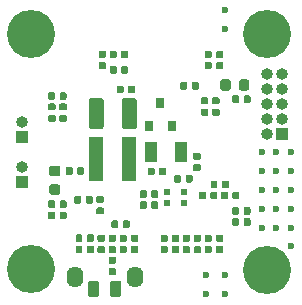
<source format=gbs>
G04 #@! TF.GenerationSoftware,KiCad,Pcbnew,(5.1.5)-3*
G04 #@! TF.CreationDate,2020-04-11T20:19:15+09:00*
G04 #@! TF.ProjectId,imxrt1020-breakout,696d7872-7431-4303-9230-2d627265616b,rev?*
G04 #@! TF.SameCoordinates,Original*
G04 #@! TF.FileFunction,Soldermask,Bot*
G04 #@! TF.FilePolarity,Negative*
%FSLAX46Y46*%
G04 Gerber Fmt 4.6, Leading zero omitted, Abs format (unit mm)*
G04 Created by KiCad (PCBNEW (5.1.5)-3) date 2020-04-11 20:19:15*
%MOMM*%
%LPD*%
G04 APERTURE LIST*
%ADD10O,1.400000X1.800000*%
%ADD11R,1.003300X1.803400*%
%ADD12R,0.609600X0.609600*%
%ADD13C,4.064000*%
%ADD14C,0.100000*%
%ADD15R,1.000000X1.000000*%
%ADD16O,1.000000X1.000000*%
%ADD17R,1.200000X3.700000*%
%ADD18R,0.800000X0.900000*%
%ADD19C,0.600000*%
G04 APERTURE END LIST*
D10*
G04 #@! TO.C,SW1*
X145030000Y-108120000D03*
X139950000Y-108120000D03*
G04 #@! TD*
D11*
G04 #@! TO.C,Y2*
X146429050Y-97520000D03*
X148930950Y-97520000D03*
G04 #@! TD*
D12*
G04 #@! TO.C,Y1*
X147771500Y-101799999D03*
X147771500Y-100900001D03*
X149168500Y-100900001D03*
X149168500Y-101799999D03*
G04 #@! TD*
D13*
G04 #@! TO.C,P5*
X136248000Y-107450000D03*
G04 #@! TD*
G04 #@! TO.C,P6*
X156248000Y-107490000D03*
G04 #@! TD*
G04 #@! TO.C,P7*
X136248000Y-87490000D03*
G04 #@! TD*
G04 #@! TO.C,P8*
X156248000Y-87490000D03*
G04 #@! TD*
D14*
G04 #@! TO.C,C1*
G36*
X138527691Y-100251053D02*
G01*
X138548926Y-100254203D01*
X138569750Y-100259419D01*
X138589962Y-100266651D01*
X138609368Y-100275830D01*
X138627781Y-100286866D01*
X138645024Y-100299654D01*
X138660930Y-100314070D01*
X138675346Y-100329976D01*
X138688134Y-100347219D01*
X138699170Y-100365632D01*
X138708349Y-100385038D01*
X138715581Y-100405250D01*
X138720797Y-100426074D01*
X138723947Y-100447309D01*
X138725000Y-100468750D01*
X138725000Y-100906250D01*
X138723947Y-100927691D01*
X138720797Y-100948926D01*
X138715581Y-100969750D01*
X138708349Y-100989962D01*
X138699170Y-101009368D01*
X138688134Y-101027781D01*
X138675346Y-101045024D01*
X138660930Y-101060930D01*
X138645024Y-101075346D01*
X138627781Y-101088134D01*
X138609368Y-101099170D01*
X138589962Y-101108349D01*
X138569750Y-101115581D01*
X138548926Y-101120797D01*
X138527691Y-101123947D01*
X138506250Y-101125000D01*
X137993750Y-101125000D01*
X137972309Y-101123947D01*
X137951074Y-101120797D01*
X137930250Y-101115581D01*
X137910038Y-101108349D01*
X137890632Y-101099170D01*
X137872219Y-101088134D01*
X137854976Y-101075346D01*
X137839070Y-101060930D01*
X137824654Y-101045024D01*
X137811866Y-101027781D01*
X137800830Y-101009368D01*
X137791651Y-100989962D01*
X137784419Y-100969750D01*
X137779203Y-100948926D01*
X137776053Y-100927691D01*
X137775000Y-100906250D01*
X137775000Y-100468750D01*
X137776053Y-100447309D01*
X137779203Y-100426074D01*
X137784419Y-100405250D01*
X137791651Y-100385038D01*
X137800830Y-100365632D01*
X137811866Y-100347219D01*
X137824654Y-100329976D01*
X137839070Y-100314070D01*
X137854976Y-100299654D01*
X137872219Y-100286866D01*
X137890632Y-100275830D01*
X137910038Y-100266651D01*
X137930250Y-100259419D01*
X137951074Y-100254203D01*
X137972309Y-100251053D01*
X137993750Y-100250000D01*
X138506250Y-100250000D01*
X138527691Y-100251053D01*
G37*
G36*
X138527691Y-98676053D02*
G01*
X138548926Y-98679203D01*
X138569750Y-98684419D01*
X138589962Y-98691651D01*
X138609368Y-98700830D01*
X138627781Y-98711866D01*
X138645024Y-98724654D01*
X138660930Y-98739070D01*
X138675346Y-98754976D01*
X138688134Y-98772219D01*
X138699170Y-98790632D01*
X138708349Y-98810038D01*
X138715581Y-98830250D01*
X138720797Y-98851074D01*
X138723947Y-98872309D01*
X138725000Y-98893750D01*
X138725000Y-99331250D01*
X138723947Y-99352691D01*
X138720797Y-99373926D01*
X138715581Y-99394750D01*
X138708349Y-99414962D01*
X138699170Y-99434368D01*
X138688134Y-99452781D01*
X138675346Y-99470024D01*
X138660930Y-99485930D01*
X138645024Y-99500346D01*
X138627781Y-99513134D01*
X138609368Y-99524170D01*
X138589962Y-99533349D01*
X138569750Y-99540581D01*
X138548926Y-99545797D01*
X138527691Y-99548947D01*
X138506250Y-99550000D01*
X137993750Y-99550000D01*
X137972309Y-99548947D01*
X137951074Y-99545797D01*
X137930250Y-99540581D01*
X137910038Y-99533349D01*
X137890632Y-99524170D01*
X137872219Y-99513134D01*
X137854976Y-99500346D01*
X137839070Y-99485930D01*
X137824654Y-99470024D01*
X137811866Y-99452781D01*
X137800830Y-99434368D01*
X137791651Y-99414962D01*
X137784419Y-99394750D01*
X137779203Y-99373926D01*
X137776053Y-99352691D01*
X137775000Y-99331250D01*
X137775000Y-98893750D01*
X137776053Y-98872309D01*
X137779203Y-98851074D01*
X137784419Y-98830250D01*
X137791651Y-98810038D01*
X137800830Y-98790632D01*
X137811866Y-98772219D01*
X137824654Y-98754976D01*
X137839070Y-98739070D01*
X137854976Y-98724654D01*
X137872219Y-98711866D01*
X137890632Y-98700830D01*
X137910038Y-98691651D01*
X137930250Y-98684419D01*
X137951074Y-98679203D01*
X137972309Y-98676053D01*
X137993750Y-98675000D01*
X138506250Y-98675000D01*
X138527691Y-98676053D01*
G37*
G04 #@! TD*
G04 #@! TO.C,C4*
G36*
X138136958Y-102550710D02*
G01*
X138151276Y-102552834D01*
X138165317Y-102556351D01*
X138178946Y-102561228D01*
X138192031Y-102567417D01*
X138204447Y-102574858D01*
X138216073Y-102583481D01*
X138226798Y-102593202D01*
X138236519Y-102603927D01*
X138245142Y-102615553D01*
X138252583Y-102627969D01*
X138258772Y-102641054D01*
X138263649Y-102654683D01*
X138267166Y-102668724D01*
X138269290Y-102683042D01*
X138270000Y-102697500D01*
X138270000Y-103042500D01*
X138269290Y-103056958D01*
X138267166Y-103071276D01*
X138263649Y-103085317D01*
X138258772Y-103098946D01*
X138252583Y-103112031D01*
X138245142Y-103124447D01*
X138236519Y-103136073D01*
X138226798Y-103146798D01*
X138216073Y-103156519D01*
X138204447Y-103165142D01*
X138192031Y-103172583D01*
X138178946Y-103178772D01*
X138165317Y-103183649D01*
X138151276Y-103187166D01*
X138136958Y-103189290D01*
X138122500Y-103190000D01*
X137827500Y-103190000D01*
X137813042Y-103189290D01*
X137798724Y-103187166D01*
X137784683Y-103183649D01*
X137771054Y-103178772D01*
X137757969Y-103172583D01*
X137745553Y-103165142D01*
X137733927Y-103156519D01*
X137723202Y-103146798D01*
X137713481Y-103136073D01*
X137704858Y-103124447D01*
X137697417Y-103112031D01*
X137691228Y-103098946D01*
X137686351Y-103085317D01*
X137682834Y-103071276D01*
X137680710Y-103056958D01*
X137680000Y-103042500D01*
X137680000Y-102697500D01*
X137680710Y-102683042D01*
X137682834Y-102668724D01*
X137686351Y-102654683D01*
X137691228Y-102641054D01*
X137697417Y-102627969D01*
X137704858Y-102615553D01*
X137713481Y-102603927D01*
X137723202Y-102593202D01*
X137733927Y-102583481D01*
X137745553Y-102574858D01*
X137757969Y-102567417D01*
X137771054Y-102561228D01*
X137784683Y-102556351D01*
X137798724Y-102552834D01*
X137813042Y-102550710D01*
X137827500Y-102550000D01*
X138122500Y-102550000D01*
X138136958Y-102550710D01*
G37*
G36*
X139106958Y-102550710D02*
G01*
X139121276Y-102552834D01*
X139135317Y-102556351D01*
X139148946Y-102561228D01*
X139162031Y-102567417D01*
X139174447Y-102574858D01*
X139186073Y-102583481D01*
X139196798Y-102593202D01*
X139206519Y-102603927D01*
X139215142Y-102615553D01*
X139222583Y-102627969D01*
X139228772Y-102641054D01*
X139233649Y-102654683D01*
X139237166Y-102668724D01*
X139239290Y-102683042D01*
X139240000Y-102697500D01*
X139240000Y-103042500D01*
X139239290Y-103056958D01*
X139237166Y-103071276D01*
X139233649Y-103085317D01*
X139228772Y-103098946D01*
X139222583Y-103112031D01*
X139215142Y-103124447D01*
X139206519Y-103136073D01*
X139196798Y-103146798D01*
X139186073Y-103156519D01*
X139174447Y-103165142D01*
X139162031Y-103172583D01*
X139148946Y-103178772D01*
X139135317Y-103183649D01*
X139121276Y-103187166D01*
X139106958Y-103189290D01*
X139092500Y-103190000D01*
X138797500Y-103190000D01*
X138783042Y-103189290D01*
X138768724Y-103187166D01*
X138754683Y-103183649D01*
X138741054Y-103178772D01*
X138727969Y-103172583D01*
X138715553Y-103165142D01*
X138703927Y-103156519D01*
X138693202Y-103146798D01*
X138683481Y-103136073D01*
X138674858Y-103124447D01*
X138667417Y-103112031D01*
X138661228Y-103098946D01*
X138656351Y-103085317D01*
X138652834Y-103071276D01*
X138650710Y-103056958D01*
X138650000Y-103042500D01*
X138650000Y-102697500D01*
X138650710Y-102683042D01*
X138652834Y-102668724D01*
X138656351Y-102654683D01*
X138661228Y-102641054D01*
X138667417Y-102627969D01*
X138674858Y-102615553D01*
X138683481Y-102603927D01*
X138693202Y-102593202D01*
X138703927Y-102583481D01*
X138715553Y-102574858D01*
X138727969Y-102567417D01*
X138741054Y-102561228D01*
X138754683Y-102556351D01*
X138768724Y-102552834D01*
X138783042Y-102550710D01*
X138797500Y-102550000D01*
X139092500Y-102550000D01*
X139106958Y-102550710D01*
G37*
G04 #@! TD*
G04 #@! TO.C,C5*
G36*
X140456958Y-105430710D02*
G01*
X140471276Y-105432834D01*
X140485317Y-105436351D01*
X140498946Y-105441228D01*
X140512031Y-105447417D01*
X140524447Y-105454858D01*
X140536073Y-105463481D01*
X140546798Y-105473202D01*
X140556519Y-105483927D01*
X140565142Y-105495553D01*
X140572583Y-105507969D01*
X140578772Y-105521054D01*
X140583649Y-105534683D01*
X140587166Y-105548724D01*
X140589290Y-105563042D01*
X140590000Y-105577500D01*
X140590000Y-105922500D01*
X140589290Y-105936958D01*
X140587166Y-105951276D01*
X140583649Y-105965317D01*
X140578772Y-105978946D01*
X140572583Y-105992031D01*
X140565142Y-106004447D01*
X140556519Y-106016073D01*
X140546798Y-106026798D01*
X140536073Y-106036519D01*
X140524447Y-106045142D01*
X140512031Y-106052583D01*
X140498946Y-106058772D01*
X140485317Y-106063649D01*
X140471276Y-106067166D01*
X140456958Y-106069290D01*
X140442500Y-106070000D01*
X140147500Y-106070000D01*
X140133042Y-106069290D01*
X140118724Y-106067166D01*
X140104683Y-106063649D01*
X140091054Y-106058772D01*
X140077969Y-106052583D01*
X140065553Y-106045142D01*
X140053927Y-106036519D01*
X140043202Y-106026798D01*
X140033481Y-106016073D01*
X140024858Y-106004447D01*
X140017417Y-105992031D01*
X140011228Y-105978946D01*
X140006351Y-105965317D01*
X140002834Y-105951276D01*
X140000710Y-105936958D01*
X140000000Y-105922500D01*
X140000000Y-105577500D01*
X140000710Y-105563042D01*
X140002834Y-105548724D01*
X140006351Y-105534683D01*
X140011228Y-105521054D01*
X140017417Y-105507969D01*
X140024858Y-105495553D01*
X140033481Y-105483927D01*
X140043202Y-105473202D01*
X140053927Y-105463481D01*
X140065553Y-105454858D01*
X140077969Y-105447417D01*
X140091054Y-105441228D01*
X140104683Y-105436351D01*
X140118724Y-105432834D01*
X140133042Y-105430710D01*
X140147500Y-105430000D01*
X140442500Y-105430000D01*
X140456958Y-105430710D01*
G37*
G36*
X141426958Y-105430710D02*
G01*
X141441276Y-105432834D01*
X141455317Y-105436351D01*
X141468946Y-105441228D01*
X141482031Y-105447417D01*
X141494447Y-105454858D01*
X141506073Y-105463481D01*
X141516798Y-105473202D01*
X141526519Y-105483927D01*
X141535142Y-105495553D01*
X141542583Y-105507969D01*
X141548772Y-105521054D01*
X141553649Y-105534683D01*
X141557166Y-105548724D01*
X141559290Y-105563042D01*
X141560000Y-105577500D01*
X141560000Y-105922500D01*
X141559290Y-105936958D01*
X141557166Y-105951276D01*
X141553649Y-105965317D01*
X141548772Y-105978946D01*
X141542583Y-105992031D01*
X141535142Y-106004447D01*
X141526519Y-106016073D01*
X141516798Y-106026798D01*
X141506073Y-106036519D01*
X141494447Y-106045142D01*
X141482031Y-106052583D01*
X141468946Y-106058772D01*
X141455317Y-106063649D01*
X141441276Y-106067166D01*
X141426958Y-106069290D01*
X141412500Y-106070000D01*
X141117500Y-106070000D01*
X141103042Y-106069290D01*
X141088724Y-106067166D01*
X141074683Y-106063649D01*
X141061054Y-106058772D01*
X141047969Y-106052583D01*
X141035553Y-106045142D01*
X141023927Y-106036519D01*
X141013202Y-106026798D01*
X141003481Y-106016073D01*
X140994858Y-106004447D01*
X140987417Y-105992031D01*
X140981228Y-105978946D01*
X140976351Y-105965317D01*
X140972834Y-105951276D01*
X140970710Y-105936958D01*
X140970000Y-105922500D01*
X140970000Y-105577500D01*
X140970710Y-105563042D01*
X140972834Y-105548724D01*
X140976351Y-105534683D01*
X140981228Y-105521054D01*
X140987417Y-105507969D01*
X140994858Y-105495553D01*
X141003481Y-105483927D01*
X141013202Y-105473202D01*
X141023927Y-105463481D01*
X141035553Y-105454858D01*
X141047969Y-105447417D01*
X141061054Y-105441228D01*
X141074683Y-105436351D01*
X141088724Y-105432834D01*
X141103042Y-105430710D01*
X141117500Y-105430000D01*
X141412500Y-105430000D01*
X141426958Y-105430710D01*
G37*
G04 #@! TD*
G04 #@! TO.C,C8*
G36*
X153716958Y-103110710D02*
G01*
X153731276Y-103112834D01*
X153745317Y-103116351D01*
X153758946Y-103121228D01*
X153772031Y-103127417D01*
X153784447Y-103134858D01*
X153796073Y-103143481D01*
X153806798Y-103153202D01*
X153816519Y-103163927D01*
X153825142Y-103175553D01*
X153832583Y-103187969D01*
X153838772Y-103201054D01*
X153843649Y-103214683D01*
X153847166Y-103228724D01*
X153849290Y-103243042D01*
X153850000Y-103257500D01*
X153850000Y-103602500D01*
X153849290Y-103616958D01*
X153847166Y-103631276D01*
X153843649Y-103645317D01*
X153838772Y-103658946D01*
X153832583Y-103672031D01*
X153825142Y-103684447D01*
X153816519Y-103696073D01*
X153806798Y-103706798D01*
X153796073Y-103716519D01*
X153784447Y-103725142D01*
X153772031Y-103732583D01*
X153758946Y-103738772D01*
X153745317Y-103743649D01*
X153731276Y-103747166D01*
X153716958Y-103749290D01*
X153702500Y-103750000D01*
X153407500Y-103750000D01*
X153393042Y-103749290D01*
X153378724Y-103747166D01*
X153364683Y-103743649D01*
X153351054Y-103738772D01*
X153337969Y-103732583D01*
X153325553Y-103725142D01*
X153313927Y-103716519D01*
X153303202Y-103706798D01*
X153293481Y-103696073D01*
X153284858Y-103684447D01*
X153277417Y-103672031D01*
X153271228Y-103658946D01*
X153266351Y-103645317D01*
X153262834Y-103631276D01*
X153260710Y-103616958D01*
X153260000Y-103602500D01*
X153260000Y-103257500D01*
X153260710Y-103243042D01*
X153262834Y-103228724D01*
X153266351Y-103214683D01*
X153271228Y-103201054D01*
X153277417Y-103187969D01*
X153284858Y-103175553D01*
X153293481Y-103163927D01*
X153303202Y-103153202D01*
X153313927Y-103143481D01*
X153325553Y-103134858D01*
X153337969Y-103127417D01*
X153351054Y-103121228D01*
X153364683Y-103116351D01*
X153378724Y-103112834D01*
X153393042Y-103110710D01*
X153407500Y-103110000D01*
X153702500Y-103110000D01*
X153716958Y-103110710D01*
G37*
G36*
X154686958Y-103110710D02*
G01*
X154701276Y-103112834D01*
X154715317Y-103116351D01*
X154728946Y-103121228D01*
X154742031Y-103127417D01*
X154754447Y-103134858D01*
X154766073Y-103143481D01*
X154776798Y-103153202D01*
X154786519Y-103163927D01*
X154795142Y-103175553D01*
X154802583Y-103187969D01*
X154808772Y-103201054D01*
X154813649Y-103214683D01*
X154817166Y-103228724D01*
X154819290Y-103243042D01*
X154820000Y-103257500D01*
X154820000Y-103602500D01*
X154819290Y-103616958D01*
X154817166Y-103631276D01*
X154813649Y-103645317D01*
X154808772Y-103658946D01*
X154802583Y-103672031D01*
X154795142Y-103684447D01*
X154786519Y-103696073D01*
X154776798Y-103706798D01*
X154766073Y-103716519D01*
X154754447Y-103725142D01*
X154742031Y-103732583D01*
X154728946Y-103738772D01*
X154715317Y-103743649D01*
X154701276Y-103747166D01*
X154686958Y-103749290D01*
X154672500Y-103750000D01*
X154377500Y-103750000D01*
X154363042Y-103749290D01*
X154348724Y-103747166D01*
X154334683Y-103743649D01*
X154321054Y-103738772D01*
X154307969Y-103732583D01*
X154295553Y-103725142D01*
X154283927Y-103716519D01*
X154273202Y-103706798D01*
X154263481Y-103696073D01*
X154254858Y-103684447D01*
X154247417Y-103672031D01*
X154241228Y-103658946D01*
X154236351Y-103645317D01*
X154232834Y-103631276D01*
X154230710Y-103616958D01*
X154230000Y-103602500D01*
X154230000Y-103257500D01*
X154230710Y-103243042D01*
X154232834Y-103228724D01*
X154236351Y-103214683D01*
X154241228Y-103201054D01*
X154247417Y-103187969D01*
X154254858Y-103175553D01*
X154263481Y-103163927D01*
X154273202Y-103153202D01*
X154283927Y-103143481D01*
X154295553Y-103134858D01*
X154307969Y-103127417D01*
X154321054Y-103121228D01*
X154334683Y-103116351D01*
X154348724Y-103112834D01*
X154363042Y-103110710D01*
X154377500Y-103110000D01*
X154672500Y-103110000D01*
X154686958Y-103110710D01*
G37*
G04 #@! TD*
G04 #@! TO.C,C10*
G36*
X150506958Y-105480710D02*
G01*
X150521276Y-105482834D01*
X150535317Y-105486351D01*
X150548946Y-105491228D01*
X150562031Y-105497417D01*
X150574447Y-105504858D01*
X150586073Y-105513481D01*
X150596798Y-105523202D01*
X150606519Y-105533927D01*
X150615142Y-105545553D01*
X150622583Y-105557969D01*
X150628772Y-105571054D01*
X150633649Y-105584683D01*
X150637166Y-105598724D01*
X150639290Y-105613042D01*
X150640000Y-105627500D01*
X150640000Y-105922500D01*
X150639290Y-105936958D01*
X150637166Y-105951276D01*
X150633649Y-105965317D01*
X150628772Y-105978946D01*
X150622583Y-105992031D01*
X150615142Y-106004447D01*
X150606519Y-106016073D01*
X150596798Y-106026798D01*
X150586073Y-106036519D01*
X150574447Y-106045142D01*
X150562031Y-106052583D01*
X150548946Y-106058772D01*
X150535317Y-106063649D01*
X150521276Y-106067166D01*
X150506958Y-106069290D01*
X150492500Y-106070000D01*
X150147500Y-106070000D01*
X150133042Y-106069290D01*
X150118724Y-106067166D01*
X150104683Y-106063649D01*
X150091054Y-106058772D01*
X150077969Y-106052583D01*
X150065553Y-106045142D01*
X150053927Y-106036519D01*
X150043202Y-106026798D01*
X150033481Y-106016073D01*
X150024858Y-106004447D01*
X150017417Y-105992031D01*
X150011228Y-105978946D01*
X150006351Y-105965317D01*
X150002834Y-105951276D01*
X150000710Y-105936958D01*
X150000000Y-105922500D01*
X150000000Y-105627500D01*
X150000710Y-105613042D01*
X150002834Y-105598724D01*
X150006351Y-105584683D01*
X150011228Y-105571054D01*
X150017417Y-105557969D01*
X150024858Y-105545553D01*
X150033481Y-105533927D01*
X150043202Y-105523202D01*
X150053927Y-105513481D01*
X150065553Y-105504858D01*
X150077969Y-105497417D01*
X150091054Y-105491228D01*
X150104683Y-105486351D01*
X150118724Y-105482834D01*
X150133042Y-105480710D01*
X150147500Y-105480000D01*
X150492500Y-105480000D01*
X150506958Y-105480710D01*
G37*
G36*
X150506958Y-104510710D02*
G01*
X150521276Y-104512834D01*
X150535317Y-104516351D01*
X150548946Y-104521228D01*
X150562031Y-104527417D01*
X150574447Y-104534858D01*
X150586073Y-104543481D01*
X150596798Y-104553202D01*
X150606519Y-104563927D01*
X150615142Y-104575553D01*
X150622583Y-104587969D01*
X150628772Y-104601054D01*
X150633649Y-104614683D01*
X150637166Y-104628724D01*
X150639290Y-104643042D01*
X150640000Y-104657500D01*
X150640000Y-104952500D01*
X150639290Y-104966958D01*
X150637166Y-104981276D01*
X150633649Y-104995317D01*
X150628772Y-105008946D01*
X150622583Y-105022031D01*
X150615142Y-105034447D01*
X150606519Y-105046073D01*
X150596798Y-105056798D01*
X150586073Y-105066519D01*
X150574447Y-105075142D01*
X150562031Y-105082583D01*
X150548946Y-105088772D01*
X150535317Y-105093649D01*
X150521276Y-105097166D01*
X150506958Y-105099290D01*
X150492500Y-105100000D01*
X150147500Y-105100000D01*
X150133042Y-105099290D01*
X150118724Y-105097166D01*
X150104683Y-105093649D01*
X150091054Y-105088772D01*
X150077969Y-105082583D01*
X150065553Y-105075142D01*
X150053927Y-105066519D01*
X150043202Y-105056798D01*
X150033481Y-105046073D01*
X150024858Y-105034447D01*
X150017417Y-105022031D01*
X150011228Y-105008946D01*
X150006351Y-104995317D01*
X150002834Y-104981276D01*
X150000710Y-104966958D01*
X150000000Y-104952500D01*
X150000000Y-104657500D01*
X150000710Y-104643042D01*
X150002834Y-104628724D01*
X150006351Y-104614683D01*
X150011228Y-104601054D01*
X150017417Y-104587969D01*
X150024858Y-104575553D01*
X150033481Y-104563927D01*
X150043202Y-104553202D01*
X150053927Y-104543481D01*
X150065553Y-104534858D01*
X150077969Y-104527417D01*
X150091054Y-104521228D01*
X150104683Y-104516351D01*
X150118724Y-104512834D01*
X150133042Y-104510710D01*
X150147500Y-104510000D01*
X150492500Y-104510000D01*
X150506958Y-104510710D01*
G37*
G04 #@! TD*
G04 #@! TO.C,C11*
G36*
X143486958Y-103300710D02*
G01*
X143501276Y-103302834D01*
X143515317Y-103306351D01*
X143528946Y-103311228D01*
X143542031Y-103317417D01*
X143554447Y-103324858D01*
X143566073Y-103333481D01*
X143576798Y-103343202D01*
X143586519Y-103353927D01*
X143595142Y-103365553D01*
X143602583Y-103377969D01*
X143608772Y-103391054D01*
X143613649Y-103404683D01*
X143617166Y-103418724D01*
X143619290Y-103433042D01*
X143620000Y-103447500D01*
X143620000Y-103792500D01*
X143619290Y-103806958D01*
X143617166Y-103821276D01*
X143613649Y-103835317D01*
X143608772Y-103848946D01*
X143602583Y-103862031D01*
X143595142Y-103874447D01*
X143586519Y-103886073D01*
X143576798Y-103896798D01*
X143566073Y-103906519D01*
X143554447Y-103915142D01*
X143542031Y-103922583D01*
X143528946Y-103928772D01*
X143515317Y-103933649D01*
X143501276Y-103937166D01*
X143486958Y-103939290D01*
X143472500Y-103940000D01*
X143177500Y-103940000D01*
X143163042Y-103939290D01*
X143148724Y-103937166D01*
X143134683Y-103933649D01*
X143121054Y-103928772D01*
X143107969Y-103922583D01*
X143095553Y-103915142D01*
X143083927Y-103906519D01*
X143073202Y-103896798D01*
X143063481Y-103886073D01*
X143054858Y-103874447D01*
X143047417Y-103862031D01*
X143041228Y-103848946D01*
X143036351Y-103835317D01*
X143032834Y-103821276D01*
X143030710Y-103806958D01*
X143030000Y-103792500D01*
X143030000Y-103447500D01*
X143030710Y-103433042D01*
X143032834Y-103418724D01*
X143036351Y-103404683D01*
X143041228Y-103391054D01*
X143047417Y-103377969D01*
X143054858Y-103365553D01*
X143063481Y-103353927D01*
X143073202Y-103343202D01*
X143083927Y-103333481D01*
X143095553Y-103324858D01*
X143107969Y-103317417D01*
X143121054Y-103311228D01*
X143134683Y-103306351D01*
X143148724Y-103302834D01*
X143163042Y-103300710D01*
X143177500Y-103300000D01*
X143472500Y-103300000D01*
X143486958Y-103300710D01*
G37*
G36*
X144456958Y-103300710D02*
G01*
X144471276Y-103302834D01*
X144485317Y-103306351D01*
X144498946Y-103311228D01*
X144512031Y-103317417D01*
X144524447Y-103324858D01*
X144536073Y-103333481D01*
X144546798Y-103343202D01*
X144556519Y-103353927D01*
X144565142Y-103365553D01*
X144572583Y-103377969D01*
X144578772Y-103391054D01*
X144583649Y-103404683D01*
X144587166Y-103418724D01*
X144589290Y-103433042D01*
X144590000Y-103447500D01*
X144590000Y-103792500D01*
X144589290Y-103806958D01*
X144587166Y-103821276D01*
X144583649Y-103835317D01*
X144578772Y-103848946D01*
X144572583Y-103862031D01*
X144565142Y-103874447D01*
X144556519Y-103886073D01*
X144546798Y-103896798D01*
X144536073Y-103906519D01*
X144524447Y-103915142D01*
X144512031Y-103922583D01*
X144498946Y-103928772D01*
X144485317Y-103933649D01*
X144471276Y-103937166D01*
X144456958Y-103939290D01*
X144442500Y-103940000D01*
X144147500Y-103940000D01*
X144133042Y-103939290D01*
X144118724Y-103937166D01*
X144104683Y-103933649D01*
X144091054Y-103928772D01*
X144077969Y-103922583D01*
X144065553Y-103915142D01*
X144053927Y-103906519D01*
X144043202Y-103896798D01*
X144033481Y-103886073D01*
X144024858Y-103874447D01*
X144017417Y-103862031D01*
X144011228Y-103848946D01*
X144006351Y-103835317D01*
X144002834Y-103821276D01*
X144000710Y-103806958D01*
X144000000Y-103792500D01*
X144000000Y-103447500D01*
X144000710Y-103433042D01*
X144002834Y-103418724D01*
X144006351Y-103404683D01*
X144011228Y-103391054D01*
X144017417Y-103377969D01*
X144024858Y-103365553D01*
X144033481Y-103353927D01*
X144043202Y-103343202D01*
X144053927Y-103333481D01*
X144065553Y-103324858D01*
X144077969Y-103317417D01*
X144091054Y-103311228D01*
X144104683Y-103306351D01*
X144118724Y-103302834D01*
X144133042Y-103300710D01*
X144147500Y-103300000D01*
X144442500Y-103300000D01*
X144456958Y-103300710D01*
G37*
G04 #@! TD*
G04 #@! TO.C,C13*
G36*
X142366958Y-104510710D02*
G01*
X142381276Y-104512834D01*
X142395317Y-104516351D01*
X142408946Y-104521228D01*
X142422031Y-104527417D01*
X142434447Y-104534858D01*
X142446073Y-104543481D01*
X142456798Y-104553202D01*
X142466519Y-104563927D01*
X142475142Y-104575553D01*
X142482583Y-104587969D01*
X142488772Y-104601054D01*
X142493649Y-104614683D01*
X142497166Y-104628724D01*
X142499290Y-104643042D01*
X142500000Y-104657500D01*
X142500000Y-104952500D01*
X142499290Y-104966958D01*
X142497166Y-104981276D01*
X142493649Y-104995317D01*
X142488772Y-105008946D01*
X142482583Y-105022031D01*
X142475142Y-105034447D01*
X142466519Y-105046073D01*
X142456798Y-105056798D01*
X142446073Y-105066519D01*
X142434447Y-105075142D01*
X142422031Y-105082583D01*
X142408946Y-105088772D01*
X142395317Y-105093649D01*
X142381276Y-105097166D01*
X142366958Y-105099290D01*
X142352500Y-105100000D01*
X142007500Y-105100000D01*
X141993042Y-105099290D01*
X141978724Y-105097166D01*
X141964683Y-105093649D01*
X141951054Y-105088772D01*
X141937969Y-105082583D01*
X141925553Y-105075142D01*
X141913927Y-105066519D01*
X141903202Y-105056798D01*
X141893481Y-105046073D01*
X141884858Y-105034447D01*
X141877417Y-105022031D01*
X141871228Y-105008946D01*
X141866351Y-104995317D01*
X141862834Y-104981276D01*
X141860710Y-104966958D01*
X141860000Y-104952500D01*
X141860000Y-104657500D01*
X141860710Y-104643042D01*
X141862834Y-104628724D01*
X141866351Y-104614683D01*
X141871228Y-104601054D01*
X141877417Y-104587969D01*
X141884858Y-104575553D01*
X141893481Y-104563927D01*
X141903202Y-104553202D01*
X141913927Y-104543481D01*
X141925553Y-104534858D01*
X141937969Y-104527417D01*
X141951054Y-104521228D01*
X141964683Y-104516351D01*
X141978724Y-104512834D01*
X141993042Y-104510710D01*
X142007500Y-104510000D01*
X142352500Y-104510000D01*
X142366958Y-104510710D01*
G37*
G36*
X142366958Y-105480710D02*
G01*
X142381276Y-105482834D01*
X142395317Y-105486351D01*
X142408946Y-105491228D01*
X142422031Y-105497417D01*
X142434447Y-105504858D01*
X142446073Y-105513481D01*
X142456798Y-105523202D01*
X142466519Y-105533927D01*
X142475142Y-105545553D01*
X142482583Y-105557969D01*
X142488772Y-105571054D01*
X142493649Y-105584683D01*
X142497166Y-105598724D01*
X142499290Y-105613042D01*
X142500000Y-105627500D01*
X142500000Y-105922500D01*
X142499290Y-105936958D01*
X142497166Y-105951276D01*
X142493649Y-105965317D01*
X142488772Y-105978946D01*
X142482583Y-105992031D01*
X142475142Y-106004447D01*
X142466519Y-106016073D01*
X142456798Y-106026798D01*
X142446073Y-106036519D01*
X142434447Y-106045142D01*
X142422031Y-106052583D01*
X142408946Y-106058772D01*
X142395317Y-106063649D01*
X142381276Y-106067166D01*
X142366958Y-106069290D01*
X142352500Y-106070000D01*
X142007500Y-106070000D01*
X141993042Y-106069290D01*
X141978724Y-106067166D01*
X141964683Y-106063649D01*
X141951054Y-106058772D01*
X141937969Y-106052583D01*
X141925553Y-106045142D01*
X141913927Y-106036519D01*
X141903202Y-106026798D01*
X141893481Y-106016073D01*
X141884858Y-106004447D01*
X141877417Y-105992031D01*
X141871228Y-105978946D01*
X141866351Y-105965317D01*
X141862834Y-105951276D01*
X141860710Y-105936958D01*
X141860000Y-105922500D01*
X141860000Y-105627500D01*
X141860710Y-105613042D01*
X141862834Y-105598724D01*
X141866351Y-105584683D01*
X141871228Y-105571054D01*
X141877417Y-105557969D01*
X141884858Y-105545553D01*
X141893481Y-105533927D01*
X141903202Y-105523202D01*
X141913927Y-105513481D01*
X141925553Y-105504858D01*
X141937969Y-105497417D01*
X141951054Y-105491228D01*
X141964683Y-105486351D01*
X141978724Y-105482834D01*
X141993042Y-105480710D01*
X142007500Y-105480000D01*
X142352500Y-105480000D01*
X142366958Y-105480710D01*
G37*
G04 #@! TD*
G04 #@! TO.C,C14*
G36*
X152942691Y-91356053D02*
G01*
X152963926Y-91359203D01*
X152984750Y-91364419D01*
X153004962Y-91371651D01*
X153024368Y-91380830D01*
X153042781Y-91391866D01*
X153060024Y-91404654D01*
X153075930Y-91419070D01*
X153090346Y-91434976D01*
X153103134Y-91452219D01*
X153114170Y-91470632D01*
X153123349Y-91490038D01*
X153130581Y-91510250D01*
X153135797Y-91531074D01*
X153138947Y-91552309D01*
X153140000Y-91573750D01*
X153140000Y-92086250D01*
X153138947Y-92107691D01*
X153135797Y-92128926D01*
X153130581Y-92149750D01*
X153123349Y-92169962D01*
X153114170Y-92189368D01*
X153103134Y-92207781D01*
X153090346Y-92225024D01*
X153075930Y-92240930D01*
X153060024Y-92255346D01*
X153042781Y-92268134D01*
X153024368Y-92279170D01*
X153004962Y-92288349D01*
X152984750Y-92295581D01*
X152963926Y-92300797D01*
X152942691Y-92303947D01*
X152921250Y-92305000D01*
X152483750Y-92305000D01*
X152462309Y-92303947D01*
X152441074Y-92300797D01*
X152420250Y-92295581D01*
X152400038Y-92288349D01*
X152380632Y-92279170D01*
X152362219Y-92268134D01*
X152344976Y-92255346D01*
X152329070Y-92240930D01*
X152314654Y-92225024D01*
X152301866Y-92207781D01*
X152290830Y-92189368D01*
X152281651Y-92169962D01*
X152274419Y-92149750D01*
X152269203Y-92128926D01*
X152266053Y-92107691D01*
X152265000Y-92086250D01*
X152265000Y-91573750D01*
X152266053Y-91552309D01*
X152269203Y-91531074D01*
X152274419Y-91510250D01*
X152281651Y-91490038D01*
X152290830Y-91470632D01*
X152301866Y-91452219D01*
X152314654Y-91434976D01*
X152329070Y-91419070D01*
X152344976Y-91404654D01*
X152362219Y-91391866D01*
X152380632Y-91380830D01*
X152400038Y-91371651D01*
X152420250Y-91364419D01*
X152441074Y-91359203D01*
X152462309Y-91356053D01*
X152483750Y-91355000D01*
X152921250Y-91355000D01*
X152942691Y-91356053D01*
G37*
G36*
X154517691Y-91356053D02*
G01*
X154538926Y-91359203D01*
X154559750Y-91364419D01*
X154579962Y-91371651D01*
X154599368Y-91380830D01*
X154617781Y-91391866D01*
X154635024Y-91404654D01*
X154650930Y-91419070D01*
X154665346Y-91434976D01*
X154678134Y-91452219D01*
X154689170Y-91470632D01*
X154698349Y-91490038D01*
X154705581Y-91510250D01*
X154710797Y-91531074D01*
X154713947Y-91552309D01*
X154715000Y-91573750D01*
X154715000Y-92086250D01*
X154713947Y-92107691D01*
X154710797Y-92128926D01*
X154705581Y-92149750D01*
X154698349Y-92169962D01*
X154689170Y-92189368D01*
X154678134Y-92207781D01*
X154665346Y-92225024D01*
X154650930Y-92240930D01*
X154635024Y-92255346D01*
X154617781Y-92268134D01*
X154599368Y-92279170D01*
X154579962Y-92288349D01*
X154559750Y-92295581D01*
X154538926Y-92300797D01*
X154517691Y-92303947D01*
X154496250Y-92305000D01*
X154058750Y-92305000D01*
X154037309Y-92303947D01*
X154016074Y-92300797D01*
X153995250Y-92295581D01*
X153975038Y-92288349D01*
X153955632Y-92279170D01*
X153937219Y-92268134D01*
X153919976Y-92255346D01*
X153904070Y-92240930D01*
X153889654Y-92225024D01*
X153876866Y-92207781D01*
X153865830Y-92189368D01*
X153856651Y-92169962D01*
X153849419Y-92149750D01*
X153844203Y-92128926D01*
X153841053Y-92107691D01*
X153840000Y-92086250D01*
X153840000Y-91573750D01*
X153841053Y-91552309D01*
X153844203Y-91531074D01*
X153849419Y-91510250D01*
X153856651Y-91490038D01*
X153865830Y-91470632D01*
X153876866Y-91452219D01*
X153889654Y-91434976D01*
X153904070Y-91419070D01*
X153919976Y-91404654D01*
X153937219Y-91391866D01*
X153955632Y-91380830D01*
X153975038Y-91371651D01*
X153995250Y-91364419D01*
X154016074Y-91359203D01*
X154037309Y-91356053D01*
X154058750Y-91355000D01*
X154496250Y-91355000D01*
X154517691Y-91356053D01*
G37*
G04 #@! TD*
G04 #@! TO.C,C15*
G36*
X139626958Y-98790710D02*
G01*
X139641276Y-98792834D01*
X139655317Y-98796351D01*
X139668946Y-98801228D01*
X139682031Y-98807417D01*
X139694447Y-98814858D01*
X139706073Y-98823481D01*
X139716798Y-98833202D01*
X139726519Y-98843927D01*
X139735142Y-98855553D01*
X139742583Y-98867969D01*
X139748772Y-98881054D01*
X139753649Y-98894683D01*
X139757166Y-98908724D01*
X139759290Y-98923042D01*
X139760000Y-98937500D01*
X139760000Y-99282500D01*
X139759290Y-99296958D01*
X139757166Y-99311276D01*
X139753649Y-99325317D01*
X139748772Y-99338946D01*
X139742583Y-99352031D01*
X139735142Y-99364447D01*
X139726519Y-99376073D01*
X139716798Y-99386798D01*
X139706073Y-99396519D01*
X139694447Y-99405142D01*
X139682031Y-99412583D01*
X139668946Y-99418772D01*
X139655317Y-99423649D01*
X139641276Y-99427166D01*
X139626958Y-99429290D01*
X139612500Y-99430000D01*
X139317500Y-99430000D01*
X139303042Y-99429290D01*
X139288724Y-99427166D01*
X139274683Y-99423649D01*
X139261054Y-99418772D01*
X139247969Y-99412583D01*
X139235553Y-99405142D01*
X139223927Y-99396519D01*
X139213202Y-99386798D01*
X139203481Y-99376073D01*
X139194858Y-99364447D01*
X139187417Y-99352031D01*
X139181228Y-99338946D01*
X139176351Y-99325317D01*
X139172834Y-99311276D01*
X139170710Y-99296958D01*
X139170000Y-99282500D01*
X139170000Y-98937500D01*
X139170710Y-98923042D01*
X139172834Y-98908724D01*
X139176351Y-98894683D01*
X139181228Y-98881054D01*
X139187417Y-98867969D01*
X139194858Y-98855553D01*
X139203481Y-98843927D01*
X139213202Y-98833202D01*
X139223927Y-98823481D01*
X139235553Y-98814858D01*
X139247969Y-98807417D01*
X139261054Y-98801228D01*
X139274683Y-98796351D01*
X139288724Y-98792834D01*
X139303042Y-98790710D01*
X139317500Y-98790000D01*
X139612500Y-98790000D01*
X139626958Y-98790710D01*
G37*
G36*
X140596958Y-98790710D02*
G01*
X140611276Y-98792834D01*
X140625317Y-98796351D01*
X140638946Y-98801228D01*
X140652031Y-98807417D01*
X140664447Y-98814858D01*
X140676073Y-98823481D01*
X140686798Y-98833202D01*
X140696519Y-98843927D01*
X140705142Y-98855553D01*
X140712583Y-98867969D01*
X140718772Y-98881054D01*
X140723649Y-98894683D01*
X140727166Y-98908724D01*
X140729290Y-98923042D01*
X140730000Y-98937500D01*
X140730000Y-99282500D01*
X140729290Y-99296958D01*
X140727166Y-99311276D01*
X140723649Y-99325317D01*
X140718772Y-99338946D01*
X140712583Y-99352031D01*
X140705142Y-99364447D01*
X140696519Y-99376073D01*
X140686798Y-99386798D01*
X140676073Y-99396519D01*
X140664447Y-99405142D01*
X140652031Y-99412583D01*
X140638946Y-99418772D01*
X140625317Y-99423649D01*
X140611276Y-99427166D01*
X140596958Y-99429290D01*
X140582500Y-99430000D01*
X140287500Y-99430000D01*
X140273042Y-99429290D01*
X140258724Y-99427166D01*
X140244683Y-99423649D01*
X140231054Y-99418772D01*
X140217969Y-99412583D01*
X140205553Y-99405142D01*
X140193927Y-99396519D01*
X140183202Y-99386798D01*
X140173481Y-99376073D01*
X140164858Y-99364447D01*
X140157417Y-99352031D01*
X140151228Y-99338946D01*
X140146351Y-99325317D01*
X140142834Y-99311276D01*
X140140710Y-99296958D01*
X140140000Y-99282500D01*
X140140000Y-98937500D01*
X140140710Y-98923042D01*
X140142834Y-98908724D01*
X140146351Y-98894683D01*
X140151228Y-98881054D01*
X140157417Y-98867969D01*
X140164858Y-98855553D01*
X140173481Y-98843927D01*
X140183202Y-98833202D01*
X140193927Y-98823481D01*
X140205553Y-98814858D01*
X140217969Y-98807417D01*
X140231054Y-98801228D01*
X140244683Y-98796351D01*
X140258724Y-98792834D01*
X140273042Y-98790710D01*
X140287500Y-98790000D01*
X140582500Y-98790000D01*
X140596958Y-98790710D01*
G37*
G04 #@! TD*
G04 #@! TO.C,C16*
G36*
X142266958Y-102200710D02*
G01*
X142281276Y-102202834D01*
X142295317Y-102206351D01*
X142308946Y-102211228D01*
X142322031Y-102217417D01*
X142334447Y-102224858D01*
X142346073Y-102233481D01*
X142356798Y-102243202D01*
X142366519Y-102253927D01*
X142375142Y-102265553D01*
X142382583Y-102277969D01*
X142388772Y-102291054D01*
X142393649Y-102304683D01*
X142397166Y-102318724D01*
X142399290Y-102333042D01*
X142400000Y-102347500D01*
X142400000Y-102642500D01*
X142399290Y-102656958D01*
X142397166Y-102671276D01*
X142393649Y-102685317D01*
X142388772Y-102698946D01*
X142382583Y-102712031D01*
X142375142Y-102724447D01*
X142366519Y-102736073D01*
X142356798Y-102746798D01*
X142346073Y-102756519D01*
X142334447Y-102765142D01*
X142322031Y-102772583D01*
X142308946Y-102778772D01*
X142295317Y-102783649D01*
X142281276Y-102787166D01*
X142266958Y-102789290D01*
X142252500Y-102790000D01*
X141907500Y-102790000D01*
X141893042Y-102789290D01*
X141878724Y-102787166D01*
X141864683Y-102783649D01*
X141851054Y-102778772D01*
X141837969Y-102772583D01*
X141825553Y-102765142D01*
X141813927Y-102756519D01*
X141803202Y-102746798D01*
X141793481Y-102736073D01*
X141784858Y-102724447D01*
X141777417Y-102712031D01*
X141771228Y-102698946D01*
X141766351Y-102685317D01*
X141762834Y-102671276D01*
X141760710Y-102656958D01*
X141760000Y-102642500D01*
X141760000Y-102347500D01*
X141760710Y-102333042D01*
X141762834Y-102318724D01*
X141766351Y-102304683D01*
X141771228Y-102291054D01*
X141777417Y-102277969D01*
X141784858Y-102265553D01*
X141793481Y-102253927D01*
X141803202Y-102243202D01*
X141813927Y-102233481D01*
X141825553Y-102224858D01*
X141837969Y-102217417D01*
X141851054Y-102211228D01*
X141864683Y-102206351D01*
X141878724Y-102202834D01*
X141893042Y-102200710D01*
X141907500Y-102200000D01*
X142252500Y-102200000D01*
X142266958Y-102200710D01*
G37*
G36*
X142266958Y-101230710D02*
G01*
X142281276Y-101232834D01*
X142295317Y-101236351D01*
X142308946Y-101241228D01*
X142322031Y-101247417D01*
X142334447Y-101254858D01*
X142346073Y-101263481D01*
X142356798Y-101273202D01*
X142366519Y-101283927D01*
X142375142Y-101295553D01*
X142382583Y-101307969D01*
X142388772Y-101321054D01*
X142393649Y-101334683D01*
X142397166Y-101348724D01*
X142399290Y-101363042D01*
X142400000Y-101377500D01*
X142400000Y-101672500D01*
X142399290Y-101686958D01*
X142397166Y-101701276D01*
X142393649Y-101715317D01*
X142388772Y-101728946D01*
X142382583Y-101742031D01*
X142375142Y-101754447D01*
X142366519Y-101766073D01*
X142356798Y-101776798D01*
X142346073Y-101786519D01*
X142334447Y-101795142D01*
X142322031Y-101802583D01*
X142308946Y-101808772D01*
X142295317Y-101813649D01*
X142281276Y-101817166D01*
X142266958Y-101819290D01*
X142252500Y-101820000D01*
X141907500Y-101820000D01*
X141893042Y-101819290D01*
X141878724Y-101817166D01*
X141864683Y-101813649D01*
X141851054Y-101808772D01*
X141837969Y-101802583D01*
X141825553Y-101795142D01*
X141813927Y-101786519D01*
X141803202Y-101776798D01*
X141793481Y-101766073D01*
X141784858Y-101754447D01*
X141777417Y-101742031D01*
X141771228Y-101728946D01*
X141766351Y-101715317D01*
X141762834Y-101701276D01*
X141760710Y-101686958D01*
X141760000Y-101672500D01*
X141760000Y-101377500D01*
X141760710Y-101363042D01*
X141762834Y-101348724D01*
X141766351Y-101334683D01*
X141771228Y-101321054D01*
X141777417Y-101307969D01*
X141784858Y-101295553D01*
X141793481Y-101283927D01*
X141803202Y-101273202D01*
X141813927Y-101263481D01*
X141825553Y-101254858D01*
X141837969Y-101247417D01*
X141851054Y-101241228D01*
X141864683Y-101236351D01*
X141878724Y-101232834D01*
X141893042Y-101230710D01*
X141907500Y-101230000D01*
X142252500Y-101230000D01*
X142266958Y-101230710D01*
G37*
G04 #@! TD*
G04 #@! TO.C,C17*
G36*
X154686958Y-92710710D02*
G01*
X154701276Y-92712834D01*
X154715317Y-92716351D01*
X154728946Y-92721228D01*
X154742031Y-92727417D01*
X154754447Y-92734858D01*
X154766073Y-92743481D01*
X154776798Y-92753202D01*
X154786519Y-92763927D01*
X154795142Y-92775553D01*
X154802583Y-92787969D01*
X154808772Y-92801054D01*
X154813649Y-92814683D01*
X154817166Y-92828724D01*
X154819290Y-92843042D01*
X154820000Y-92857500D01*
X154820000Y-93202500D01*
X154819290Y-93216958D01*
X154817166Y-93231276D01*
X154813649Y-93245317D01*
X154808772Y-93258946D01*
X154802583Y-93272031D01*
X154795142Y-93284447D01*
X154786519Y-93296073D01*
X154776798Y-93306798D01*
X154766073Y-93316519D01*
X154754447Y-93325142D01*
X154742031Y-93332583D01*
X154728946Y-93338772D01*
X154715317Y-93343649D01*
X154701276Y-93347166D01*
X154686958Y-93349290D01*
X154672500Y-93350000D01*
X154377500Y-93350000D01*
X154363042Y-93349290D01*
X154348724Y-93347166D01*
X154334683Y-93343649D01*
X154321054Y-93338772D01*
X154307969Y-93332583D01*
X154295553Y-93325142D01*
X154283927Y-93316519D01*
X154273202Y-93306798D01*
X154263481Y-93296073D01*
X154254858Y-93284447D01*
X154247417Y-93272031D01*
X154241228Y-93258946D01*
X154236351Y-93245317D01*
X154232834Y-93231276D01*
X154230710Y-93216958D01*
X154230000Y-93202500D01*
X154230000Y-92857500D01*
X154230710Y-92843042D01*
X154232834Y-92828724D01*
X154236351Y-92814683D01*
X154241228Y-92801054D01*
X154247417Y-92787969D01*
X154254858Y-92775553D01*
X154263481Y-92763927D01*
X154273202Y-92753202D01*
X154283927Y-92743481D01*
X154295553Y-92734858D01*
X154307969Y-92727417D01*
X154321054Y-92721228D01*
X154334683Y-92716351D01*
X154348724Y-92712834D01*
X154363042Y-92710710D01*
X154377500Y-92710000D01*
X154672500Y-92710000D01*
X154686958Y-92710710D01*
G37*
G36*
X153716958Y-92710710D02*
G01*
X153731276Y-92712834D01*
X153745317Y-92716351D01*
X153758946Y-92721228D01*
X153772031Y-92727417D01*
X153784447Y-92734858D01*
X153796073Y-92743481D01*
X153806798Y-92753202D01*
X153816519Y-92763927D01*
X153825142Y-92775553D01*
X153832583Y-92787969D01*
X153838772Y-92801054D01*
X153843649Y-92814683D01*
X153847166Y-92828724D01*
X153849290Y-92843042D01*
X153850000Y-92857500D01*
X153850000Y-93202500D01*
X153849290Y-93216958D01*
X153847166Y-93231276D01*
X153843649Y-93245317D01*
X153838772Y-93258946D01*
X153832583Y-93272031D01*
X153825142Y-93284447D01*
X153816519Y-93296073D01*
X153806798Y-93306798D01*
X153796073Y-93316519D01*
X153784447Y-93325142D01*
X153772031Y-93332583D01*
X153758946Y-93338772D01*
X153745317Y-93343649D01*
X153731276Y-93347166D01*
X153716958Y-93349290D01*
X153702500Y-93350000D01*
X153407500Y-93350000D01*
X153393042Y-93349290D01*
X153378724Y-93347166D01*
X153364683Y-93343649D01*
X153351054Y-93338772D01*
X153337969Y-93332583D01*
X153325553Y-93325142D01*
X153313927Y-93316519D01*
X153303202Y-93306798D01*
X153293481Y-93296073D01*
X153284858Y-93284447D01*
X153277417Y-93272031D01*
X153271228Y-93258946D01*
X153266351Y-93245317D01*
X153262834Y-93231276D01*
X153260710Y-93216958D01*
X153260000Y-93202500D01*
X153260000Y-92857500D01*
X153260710Y-92843042D01*
X153262834Y-92828724D01*
X153266351Y-92814683D01*
X153271228Y-92801054D01*
X153277417Y-92787969D01*
X153284858Y-92775553D01*
X153293481Y-92763927D01*
X153303202Y-92753202D01*
X153313927Y-92743481D01*
X153325553Y-92734858D01*
X153337969Y-92727417D01*
X153351054Y-92721228D01*
X153364683Y-92716351D01*
X153378724Y-92712834D01*
X153393042Y-92710710D01*
X153407500Y-92710000D01*
X153702500Y-92710000D01*
X153716958Y-92710710D01*
G37*
G04 #@! TD*
G04 #@! TO.C,C18*
G36*
X150296958Y-91580710D02*
G01*
X150311276Y-91582834D01*
X150325317Y-91586351D01*
X150338946Y-91591228D01*
X150352031Y-91597417D01*
X150364447Y-91604858D01*
X150376073Y-91613481D01*
X150386798Y-91623202D01*
X150396519Y-91633927D01*
X150405142Y-91645553D01*
X150412583Y-91657969D01*
X150418772Y-91671054D01*
X150423649Y-91684683D01*
X150427166Y-91698724D01*
X150429290Y-91713042D01*
X150430000Y-91727500D01*
X150430000Y-92072500D01*
X150429290Y-92086958D01*
X150427166Y-92101276D01*
X150423649Y-92115317D01*
X150418772Y-92128946D01*
X150412583Y-92142031D01*
X150405142Y-92154447D01*
X150396519Y-92166073D01*
X150386798Y-92176798D01*
X150376073Y-92186519D01*
X150364447Y-92195142D01*
X150352031Y-92202583D01*
X150338946Y-92208772D01*
X150325317Y-92213649D01*
X150311276Y-92217166D01*
X150296958Y-92219290D01*
X150282500Y-92220000D01*
X149987500Y-92220000D01*
X149973042Y-92219290D01*
X149958724Y-92217166D01*
X149944683Y-92213649D01*
X149931054Y-92208772D01*
X149917969Y-92202583D01*
X149905553Y-92195142D01*
X149893927Y-92186519D01*
X149883202Y-92176798D01*
X149873481Y-92166073D01*
X149864858Y-92154447D01*
X149857417Y-92142031D01*
X149851228Y-92128946D01*
X149846351Y-92115317D01*
X149842834Y-92101276D01*
X149840710Y-92086958D01*
X149840000Y-92072500D01*
X149840000Y-91727500D01*
X149840710Y-91713042D01*
X149842834Y-91698724D01*
X149846351Y-91684683D01*
X149851228Y-91671054D01*
X149857417Y-91657969D01*
X149864858Y-91645553D01*
X149873481Y-91633927D01*
X149883202Y-91623202D01*
X149893927Y-91613481D01*
X149905553Y-91604858D01*
X149917969Y-91597417D01*
X149931054Y-91591228D01*
X149944683Y-91586351D01*
X149958724Y-91582834D01*
X149973042Y-91580710D01*
X149987500Y-91580000D01*
X150282500Y-91580000D01*
X150296958Y-91580710D01*
G37*
G36*
X149326958Y-91580710D02*
G01*
X149341276Y-91582834D01*
X149355317Y-91586351D01*
X149368946Y-91591228D01*
X149382031Y-91597417D01*
X149394447Y-91604858D01*
X149406073Y-91613481D01*
X149416798Y-91623202D01*
X149426519Y-91633927D01*
X149435142Y-91645553D01*
X149442583Y-91657969D01*
X149448772Y-91671054D01*
X149453649Y-91684683D01*
X149457166Y-91698724D01*
X149459290Y-91713042D01*
X149460000Y-91727500D01*
X149460000Y-92072500D01*
X149459290Y-92086958D01*
X149457166Y-92101276D01*
X149453649Y-92115317D01*
X149448772Y-92128946D01*
X149442583Y-92142031D01*
X149435142Y-92154447D01*
X149426519Y-92166073D01*
X149416798Y-92176798D01*
X149406073Y-92186519D01*
X149394447Y-92195142D01*
X149382031Y-92202583D01*
X149368946Y-92208772D01*
X149355317Y-92213649D01*
X149341276Y-92217166D01*
X149326958Y-92219290D01*
X149312500Y-92220000D01*
X149017500Y-92220000D01*
X149003042Y-92219290D01*
X148988724Y-92217166D01*
X148974683Y-92213649D01*
X148961054Y-92208772D01*
X148947969Y-92202583D01*
X148935553Y-92195142D01*
X148923927Y-92186519D01*
X148913202Y-92176798D01*
X148903481Y-92166073D01*
X148894858Y-92154447D01*
X148887417Y-92142031D01*
X148881228Y-92128946D01*
X148876351Y-92115317D01*
X148872834Y-92101276D01*
X148870710Y-92086958D01*
X148870000Y-92072500D01*
X148870000Y-91727500D01*
X148870710Y-91713042D01*
X148872834Y-91698724D01*
X148876351Y-91684683D01*
X148881228Y-91671054D01*
X148887417Y-91657969D01*
X148894858Y-91645553D01*
X148903481Y-91633927D01*
X148913202Y-91623202D01*
X148923927Y-91613481D01*
X148935553Y-91604858D01*
X148947969Y-91597417D01*
X148961054Y-91591228D01*
X148974683Y-91586351D01*
X148988724Y-91582834D01*
X149003042Y-91580710D01*
X149017500Y-91580000D01*
X149312500Y-91580000D01*
X149326958Y-91580710D01*
G37*
G04 #@! TD*
G04 #@! TO.C,C19*
G36*
X143936958Y-91890710D02*
G01*
X143951276Y-91892834D01*
X143965317Y-91896351D01*
X143978946Y-91901228D01*
X143992031Y-91907417D01*
X144004447Y-91914858D01*
X144016073Y-91923481D01*
X144026798Y-91933202D01*
X144036519Y-91943927D01*
X144045142Y-91955553D01*
X144052583Y-91967969D01*
X144058772Y-91981054D01*
X144063649Y-91994683D01*
X144067166Y-92008724D01*
X144069290Y-92023042D01*
X144070000Y-92037500D01*
X144070000Y-92382500D01*
X144069290Y-92396958D01*
X144067166Y-92411276D01*
X144063649Y-92425317D01*
X144058772Y-92438946D01*
X144052583Y-92452031D01*
X144045142Y-92464447D01*
X144036519Y-92476073D01*
X144026798Y-92486798D01*
X144016073Y-92496519D01*
X144004447Y-92505142D01*
X143992031Y-92512583D01*
X143978946Y-92518772D01*
X143965317Y-92523649D01*
X143951276Y-92527166D01*
X143936958Y-92529290D01*
X143922500Y-92530000D01*
X143627500Y-92530000D01*
X143613042Y-92529290D01*
X143598724Y-92527166D01*
X143584683Y-92523649D01*
X143571054Y-92518772D01*
X143557969Y-92512583D01*
X143545553Y-92505142D01*
X143533927Y-92496519D01*
X143523202Y-92486798D01*
X143513481Y-92476073D01*
X143504858Y-92464447D01*
X143497417Y-92452031D01*
X143491228Y-92438946D01*
X143486351Y-92425317D01*
X143482834Y-92411276D01*
X143480710Y-92396958D01*
X143480000Y-92382500D01*
X143480000Y-92037500D01*
X143480710Y-92023042D01*
X143482834Y-92008724D01*
X143486351Y-91994683D01*
X143491228Y-91981054D01*
X143497417Y-91967969D01*
X143504858Y-91955553D01*
X143513481Y-91943927D01*
X143523202Y-91933202D01*
X143533927Y-91923481D01*
X143545553Y-91914858D01*
X143557969Y-91907417D01*
X143571054Y-91901228D01*
X143584683Y-91896351D01*
X143598724Y-91892834D01*
X143613042Y-91890710D01*
X143627500Y-91890000D01*
X143922500Y-91890000D01*
X143936958Y-91890710D01*
G37*
G36*
X144906958Y-91890710D02*
G01*
X144921276Y-91892834D01*
X144935317Y-91896351D01*
X144948946Y-91901228D01*
X144962031Y-91907417D01*
X144974447Y-91914858D01*
X144986073Y-91923481D01*
X144996798Y-91933202D01*
X145006519Y-91943927D01*
X145015142Y-91955553D01*
X145022583Y-91967969D01*
X145028772Y-91981054D01*
X145033649Y-91994683D01*
X145037166Y-92008724D01*
X145039290Y-92023042D01*
X145040000Y-92037500D01*
X145040000Y-92382500D01*
X145039290Y-92396958D01*
X145037166Y-92411276D01*
X145033649Y-92425317D01*
X145028772Y-92438946D01*
X145022583Y-92452031D01*
X145015142Y-92464447D01*
X145006519Y-92476073D01*
X144996798Y-92486798D01*
X144986073Y-92496519D01*
X144974447Y-92505142D01*
X144962031Y-92512583D01*
X144948946Y-92518772D01*
X144935317Y-92523649D01*
X144921276Y-92527166D01*
X144906958Y-92529290D01*
X144892500Y-92530000D01*
X144597500Y-92530000D01*
X144583042Y-92529290D01*
X144568724Y-92527166D01*
X144554683Y-92523649D01*
X144541054Y-92518772D01*
X144527969Y-92512583D01*
X144515553Y-92505142D01*
X144503927Y-92496519D01*
X144493202Y-92486798D01*
X144483481Y-92476073D01*
X144474858Y-92464447D01*
X144467417Y-92452031D01*
X144461228Y-92438946D01*
X144456351Y-92425317D01*
X144452834Y-92411276D01*
X144450710Y-92396958D01*
X144450000Y-92382500D01*
X144450000Y-92037500D01*
X144450710Y-92023042D01*
X144452834Y-92008724D01*
X144456351Y-91994683D01*
X144461228Y-91981054D01*
X144467417Y-91967969D01*
X144474858Y-91955553D01*
X144483481Y-91943927D01*
X144493202Y-91933202D01*
X144503927Y-91923481D01*
X144515553Y-91914858D01*
X144527969Y-91907417D01*
X144541054Y-91901228D01*
X144554683Y-91896351D01*
X144568724Y-91892834D01*
X144583042Y-91890710D01*
X144597500Y-91890000D01*
X144892500Y-91890000D01*
X144906958Y-91890710D01*
G37*
G04 #@! TD*
G04 #@! TO.C,C21*
G36*
X151396958Y-104490710D02*
G01*
X151411276Y-104492834D01*
X151425317Y-104496351D01*
X151438946Y-104501228D01*
X151452031Y-104507417D01*
X151464447Y-104514858D01*
X151476073Y-104523481D01*
X151486798Y-104533202D01*
X151496519Y-104543927D01*
X151505142Y-104555553D01*
X151512583Y-104567969D01*
X151518772Y-104581054D01*
X151523649Y-104594683D01*
X151527166Y-104608724D01*
X151529290Y-104623042D01*
X151530000Y-104637500D01*
X151530000Y-104982500D01*
X151529290Y-104996958D01*
X151527166Y-105011276D01*
X151523649Y-105025317D01*
X151518772Y-105038946D01*
X151512583Y-105052031D01*
X151505142Y-105064447D01*
X151496519Y-105076073D01*
X151486798Y-105086798D01*
X151476073Y-105096519D01*
X151464447Y-105105142D01*
X151452031Y-105112583D01*
X151438946Y-105118772D01*
X151425317Y-105123649D01*
X151411276Y-105127166D01*
X151396958Y-105129290D01*
X151382500Y-105130000D01*
X151087500Y-105130000D01*
X151073042Y-105129290D01*
X151058724Y-105127166D01*
X151044683Y-105123649D01*
X151031054Y-105118772D01*
X151017969Y-105112583D01*
X151005553Y-105105142D01*
X150993927Y-105096519D01*
X150983202Y-105086798D01*
X150973481Y-105076073D01*
X150964858Y-105064447D01*
X150957417Y-105052031D01*
X150951228Y-105038946D01*
X150946351Y-105025317D01*
X150942834Y-105011276D01*
X150940710Y-104996958D01*
X150940000Y-104982500D01*
X150940000Y-104637500D01*
X150940710Y-104623042D01*
X150942834Y-104608724D01*
X150946351Y-104594683D01*
X150951228Y-104581054D01*
X150957417Y-104567969D01*
X150964858Y-104555553D01*
X150973481Y-104543927D01*
X150983202Y-104533202D01*
X150993927Y-104523481D01*
X151005553Y-104514858D01*
X151017969Y-104507417D01*
X151031054Y-104501228D01*
X151044683Y-104496351D01*
X151058724Y-104492834D01*
X151073042Y-104490710D01*
X151087500Y-104490000D01*
X151382500Y-104490000D01*
X151396958Y-104490710D01*
G37*
G36*
X152366958Y-104490710D02*
G01*
X152381276Y-104492834D01*
X152395317Y-104496351D01*
X152408946Y-104501228D01*
X152422031Y-104507417D01*
X152434447Y-104514858D01*
X152446073Y-104523481D01*
X152456798Y-104533202D01*
X152466519Y-104543927D01*
X152475142Y-104555553D01*
X152482583Y-104567969D01*
X152488772Y-104581054D01*
X152493649Y-104594683D01*
X152497166Y-104608724D01*
X152499290Y-104623042D01*
X152500000Y-104637500D01*
X152500000Y-104982500D01*
X152499290Y-104996958D01*
X152497166Y-105011276D01*
X152493649Y-105025317D01*
X152488772Y-105038946D01*
X152482583Y-105052031D01*
X152475142Y-105064447D01*
X152466519Y-105076073D01*
X152456798Y-105086798D01*
X152446073Y-105096519D01*
X152434447Y-105105142D01*
X152422031Y-105112583D01*
X152408946Y-105118772D01*
X152395317Y-105123649D01*
X152381276Y-105127166D01*
X152366958Y-105129290D01*
X152352500Y-105130000D01*
X152057500Y-105130000D01*
X152043042Y-105129290D01*
X152028724Y-105127166D01*
X152014683Y-105123649D01*
X152001054Y-105118772D01*
X151987969Y-105112583D01*
X151975553Y-105105142D01*
X151963927Y-105096519D01*
X151953202Y-105086798D01*
X151943481Y-105076073D01*
X151934858Y-105064447D01*
X151927417Y-105052031D01*
X151921228Y-105038946D01*
X151916351Y-105025317D01*
X151912834Y-105011276D01*
X151910710Y-104996958D01*
X151910000Y-104982500D01*
X151910000Y-104637500D01*
X151910710Y-104623042D01*
X151912834Y-104608724D01*
X151916351Y-104594683D01*
X151921228Y-104581054D01*
X151927417Y-104567969D01*
X151934858Y-104555553D01*
X151943481Y-104543927D01*
X151953202Y-104533202D01*
X151963927Y-104523481D01*
X151975553Y-104514858D01*
X151987969Y-104507417D01*
X152001054Y-104501228D01*
X152014683Y-104496351D01*
X152028724Y-104492834D01*
X152043042Y-104490710D01*
X152057500Y-104490000D01*
X152352500Y-104490000D01*
X152366958Y-104490710D01*
G37*
G04 #@! TD*
G04 #@! TO.C,C23*
G36*
X148626958Y-104490710D02*
G01*
X148641276Y-104492834D01*
X148655317Y-104496351D01*
X148668946Y-104501228D01*
X148682031Y-104507417D01*
X148694447Y-104514858D01*
X148706073Y-104523481D01*
X148716798Y-104533202D01*
X148726519Y-104543927D01*
X148735142Y-104555553D01*
X148742583Y-104567969D01*
X148748772Y-104581054D01*
X148753649Y-104594683D01*
X148757166Y-104608724D01*
X148759290Y-104623042D01*
X148760000Y-104637500D01*
X148760000Y-104982500D01*
X148759290Y-104996958D01*
X148757166Y-105011276D01*
X148753649Y-105025317D01*
X148748772Y-105038946D01*
X148742583Y-105052031D01*
X148735142Y-105064447D01*
X148726519Y-105076073D01*
X148716798Y-105086798D01*
X148706073Y-105096519D01*
X148694447Y-105105142D01*
X148682031Y-105112583D01*
X148668946Y-105118772D01*
X148655317Y-105123649D01*
X148641276Y-105127166D01*
X148626958Y-105129290D01*
X148612500Y-105130000D01*
X148317500Y-105130000D01*
X148303042Y-105129290D01*
X148288724Y-105127166D01*
X148274683Y-105123649D01*
X148261054Y-105118772D01*
X148247969Y-105112583D01*
X148235553Y-105105142D01*
X148223927Y-105096519D01*
X148213202Y-105086798D01*
X148203481Y-105076073D01*
X148194858Y-105064447D01*
X148187417Y-105052031D01*
X148181228Y-105038946D01*
X148176351Y-105025317D01*
X148172834Y-105011276D01*
X148170710Y-104996958D01*
X148170000Y-104982500D01*
X148170000Y-104637500D01*
X148170710Y-104623042D01*
X148172834Y-104608724D01*
X148176351Y-104594683D01*
X148181228Y-104581054D01*
X148187417Y-104567969D01*
X148194858Y-104555553D01*
X148203481Y-104543927D01*
X148213202Y-104533202D01*
X148223927Y-104523481D01*
X148235553Y-104514858D01*
X148247969Y-104507417D01*
X148261054Y-104501228D01*
X148274683Y-104496351D01*
X148288724Y-104492834D01*
X148303042Y-104490710D01*
X148317500Y-104490000D01*
X148612500Y-104490000D01*
X148626958Y-104490710D01*
G37*
G36*
X147656958Y-104490710D02*
G01*
X147671276Y-104492834D01*
X147685317Y-104496351D01*
X147698946Y-104501228D01*
X147712031Y-104507417D01*
X147724447Y-104514858D01*
X147736073Y-104523481D01*
X147746798Y-104533202D01*
X147756519Y-104543927D01*
X147765142Y-104555553D01*
X147772583Y-104567969D01*
X147778772Y-104581054D01*
X147783649Y-104594683D01*
X147787166Y-104608724D01*
X147789290Y-104623042D01*
X147790000Y-104637500D01*
X147790000Y-104982500D01*
X147789290Y-104996958D01*
X147787166Y-105011276D01*
X147783649Y-105025317D01*
X147778772Y-105038946D01*
X147772583Y-105052031D01*
X147765142Y-105064447D01*
X147756519Y-105076073D01*
X147746798Y-105086798D01*
X147736073Y-105096519D01*
X147724447Y-105105142D01*
X147712031Y-105112583D01*
X147698946Y-105118772D01*
X147685317Y-105123649D01*
X147671276Y-105127166D01*
X147656958Y-105129290D01*
X147642500Y-105130000D01*
X147347500Y-105130000D01*
X147333042Y-105129290D01*
X147318724Y-105127166D01*
X147304683Y-105123649D01*
X147291054Y-105118772D01*
X147277969Y-105112583D01*
X147265553Y-105105142D01*
X147253927Y-105096519D01*
X147243202Y-105086798D01*
X147233481Y-105076073D01*
X147224858Y-105064447D01*
X147217417Y-105052031D01*
X147211228Y-105038946D01*
X147206351Y-105025317D01*
X147202834Y-105011276D01*
X147200710Y-104996958D01*
X147200000Y-104982500D01*
X147200000Y-104637500D01*
X147200710Y-104623042D01*
X147202834Y-104608724D01*
X147206351Y-104594683D01*
X147211228Y-104581054D01*
X147217417Y-104567969D01*
X147224858Y-104555553D01*
X147233481Y-104543927D01*
X147243202Y-104533202D01*
X147253927Y-104523481D01*
X147265553Y-104514858D01*
X147277969Y-104507417D01*
X147291054Y-104501228D01*
X147304683Y-104496351D01*
X147318724Y-104492834D01*
X147333042Y-104490710D01*
X147347500Y-104490000D01*
X147642500Y-104490000D01*
X147656958Y-104490710D01*
G37*
G04 #@! TD*
G04 #@! TO.C,C25*
G36*
X144196958Y-104490710D02*
G01*
X144211276Y-104492834D01*
X144225317Y-104496351D01*
X144238946Y-104501228D01*
X144252031Y-104507417D01*
X144264447Y-104514858D01*
X144276073Y-104523481D01*
X144286798Y-104533202D01*
X144296519Y-104543927D01*
X144305142Y-104555553D01*
X144312583Y-104567969D01*
X144318772Y-104581054D01*
X144323649Y-104594683D01*
X144327166Y-104608724D01*
X144329290Y-104623042D01*
X144330000Y-104637500D01*
X144330000Y-104982500D01*
X144329290Y-104996958D01*
X144327166Y-105011276D01*
X144323649Y-105025317D01*
X144318772Y-105038946D01*
X144312583Y-105052031D01*
X144305142Y-105064447D01*
X144296519Y-105076073D01*
X144286798Y-105086798D01*
X144276073Y-105096519D01*
X144264447Y-105105142D01*
X144252031Y-105112583D01*
X144238946Y-105118772D01*
X144225317Y-105123649D01*
X144211276Y-105127166D01*
X144196958Y-105129290D01*
X144182500Y-105130000D01*
X143887500Y-105130000D01*
X143873042Y-105129290D01*
X143858724Y-105127166D01*
X143844683Y-105123649D01*
X143831054Y-105118772D01*
X143817969Y-105112583D01*
X143805553Y-105105142D01*
X143793927Y-105096519D01*
X143783202Y-105086798D01*
X143773481Y-105076073D01*
X143764858Y-105064447D01*
X143757417Y-105052031D01*
X143751228Y-105038946D01*
X143746351Y-105025317D01*
X143742834Y-105011276D01*
X143740710Y-104996958D01*
X143740000Y-104982500D01*
X143740000Y-104637500D01*
X143740710Y-104623042D01*
X143742834Y-104608724D01*
X143746351Y-104594683D01*
X143751228Y-104581054D01*
X143757417Y-104567969D01*
X143764858Y-104555553D01*
X143773481Y-104543927D01*
X143783202Y-104533202D01*
X143793927Y-104523481D01*
X143805553Y-104514858D01*
X143817969Y-104507417D01*
X143831054Y-104501228D01*
X143844683Y-104496351D01*
X143858724Y-104492834D01*
X143873042Y-104490710D01*
X143887500Y-104490000D01*
X144182500Y-104490000D01*
X144196958Y-104490710D01*
G37*
G36*
X145166958Y-104490710D02*
G01*
X145181276Y-104492834D01*
X145195317Y-104496351D01*
X145208946Y-104501228D01*
X145222031Y-104507417D01*
X145234447Y-104514858D01*
X145246073Y-104523481D01*
X145256798Y-104533202D01*
X145266519Y-104543927D01*
X145275142Y-104555553D01*
X145282583Y-104567969D01*
X145288772Y-104581054D01*
X145293649Y-104594683D01*
X145297166Y-104608724D01*
X145299290Y-104623042D01*
X145300000Y-104637500D01*
X145300000Y-104982500D01*
X145299290Y-104996958D01*
X145297166Y-105011276D01*
X145293649Y-105025317D01*
X145288772Y-105038946D01*
X145282583Y-105052031D01*
X145275142Y-105064447D01*
X145266519Y-105076073D01*
X145256798Y-105086798D01*
X145246073Y-105096519D01*
X145234447Y-105105142D01*
X145222031Y-105112583D01*
X145208946Y-105118772D01*
X145195317Y-105123649D01*
X145181276Y-105127166D01*
X145166958Y-105129290D01*
X145152500Y-105130000D01*
X144857500Y-105130000D01*
X144843042Y-105129290D01*
X144828724Y-105127166D01*
X144814683Y-105123649D01*
X144801054Y-105118772D01*
X144787969Y-105112583D01*
X144775553Y-105105142D01*
X144763927Y-105096519D01*
X144753202Y-105086798D01*
X144743481Y-105076073D01*
X144734858Y-105064447D01*
X144727417Y-105052031D01*
X144721228Y-105038946D01*
X144716351Y-105025317D01*
X144712834Y-105011276D01*
X144710710Y-104996958D01*
X144710000Y-104982500D01*
X144710000Y-104637500D01*
X144710710Y-104623042D01*
X144712834Y-104608724D01*
X144716351Y-104594683D01*
X144721228Y-104581054D01*
X144727417Y-104567969D01*
X144734858Y-104555553D01*
X144743481Y-104543927D01*
X144753202Y-104533202D01*
X144763927Y-104523481D01*
X144775553Y-104514858D01*
X144787969Y-104507417D01*
X144801054Y-104501228D01*
X144814683Y-104496351D01*
X144828724Y-104492834D01*
X144843042Y-104490710D01*
X144857500Y-104490000D01*
X145152500Y-104490000D01*
X145166958Y-104490710D01*
G37*
G04 #@! TD*
D15*
G04 #@! TO.C,JP1*
X135455000Y-96230000D03*
D16*
X135455000Y-94960000D03*
G04 #@! TD*
D14*
G04 #@! TO.C,C2*
G36*
X140346958Y-101230710D02*
G01*
X140361276Y-101232834D01*
X140375317Y-101236351D01*
X140388946Y-101241228D01*
X140402031Y-101247417D01*
X140414447Y-101254858D01*
X140426073Y-101263481D01*
X140436798Y-101273202D01*
X140446519Y-101283927D01*
X140455142Y-101295553D01*
X140462583Y-101307969D01*
X140468772Y-101321054D01*
X140473649Y-101334683D01*
X140477166Y-101348724D01*
X140479290Y-101363042D01*
X140480000Y-101377500D01*
X140480000Y-101722500D01*
X140479290Y-101736958D01*
X140477166Y-101751276D01*
X140473649Y-101765317D01*
X140468772Y-101778946D01*
X140462583Y-101792031D01*
X140455142Y-101804447D01*
X140446519Y-101816073D01*
X140436798Y-101826798D01*
X140426073Y-101836519D01*
X140414447Y-101845142D01*
X140402031Y-101852583D01*
X140388946Y-101858772D01*
X140375317Y-101863649D01*
X140361276Y-101867166D01*
X140346958Y-101869290D01*
X140332500Y-101870000D01*
X140037500Y-101870000D01*
X140023042Y-101869290D01*
X140008724Y-101867166D01*
X139994683Y-101863649D01*
X139981054Y-101858772D01*
X139967969Y-101852583D01*
X139955553Y-101845142D01*
X139943927Y-101836519D01*
X139933202Y-101826798D01*
X139923481Y-101816073D01*
X139914858Y-101804447D01*
X139907417Y-101792031D01*
X139901228Y-101778946D01*
X139896351Y-101765317D01*
X139892834Y-101751276D01*
X139890710Y-101736958D01*
X139890000Y-101722500D01*
X139890000Y-101377500D01*
X139890710Y-101363042D01*
X139892834Y-101348724D01*
X139896351Y-101334683D01*
X139901228Y-101321054D01*
X139907417Y-101307969D01*
X139914858Y-101295553D01*
X139923481Y-101283927D01*
X139933202Y-101273202D01*
X139943927Y-101263481D01*
X139955553Y-101254858D01*
X139967969Y-101247417D01*
X139981054Y-101241228D01*
X139994683Y-101236351D01*
X140008724Y-101232834D01*
X140023042Y-101230710D01*
X140037500Y-101230000D01*
X140332500Y-101230000D01*
X140346958Y-101230710D01*
G37*
G36*
X141316958Y-101230710D02*
G01*
X141331276Y-101232834D01*
X141345317Y-101236351D01*
X141358946Y-101241228D01*
X141372031Y-101247417D01*
X141384447Y-101254858D01*
X141396073Y-101263481D01*
X141406798Y-101273202D01*
X141416519Y-101283927D01*
X141425142Y-101295553D01*
X141432583Y-101307969D01*
X141438772Y-101321054D01*
X141443649Y-101334683D01*
X141447166Y-101348724D01*
X141449290Y-101363042D01*
X141450000Y-101377500D01*
X141450000Y-101722500D01*
X141449290Y-101736958D01*
X141447166Y-101751276D01*
X141443649Y-101765317D01*
X141438772Y-101778946D01*
X141432583Y-101792031D01*
X141425142Y-101804447D01*
X141416519Y-101816073D01*
X141406798Y-101826798D01*
X141396073Y-101836519D01*
X141384447Y-101845142D01*
X141372031Y-101852583D01*
X141358946Y-101858772D01*
X141345317Y-101863649D01*
X141331276Y-101867166D01*
X141316958Y-101869290D01*
X141302500Y-101870000D01*
X141007500Y-101870000D01*
X140993042Y-101869290D01*
X140978724Y-101867166D01*
X140964683Y-101863649D01*
X140951054Y-101858772D01*
X140937969Y-101852583D01*
X140925553Y-101845142D01*
X140913927Y-101836519D01*
X140903202Y-101826798D01*
X140893481Y-101816073D01*
X140884858Y-101804447D01*
X140877417Y-101792031D01*
X140871228Y-101778946D01*
X140866351Y-101765317D01*
X140862834Y-101751276D01*
X140860710Y-101736958D01*
X140860000Y-101722500D01*
X140860000Y-101377500D01*
X140860710Y-101363042D01*
X140862834Y-101348724D01*
X140866351Y-101334683D01*
X140871228Y-101321054D01*
X140877417Y-101307969D01*
X140884858Y-101295553D01*
X140893481Y-101283927D01*
X140903202Y-101273202D01*
X140913927Y-101263481D01*
X140925553Y-101254858D01*
X140937969Y-101247417D01*
X140951054Y-101241228D01*
X140964683Y-101236351D01*
X140978724Y-101232834D01*
X140993042Y-101230710D01*
X141007500Y-101230000D01*
X141302500Y-101230000D01*
X141316958Y-101230710D01*
G37*
G04 #@! TD*
G04 #@! TO.C,C3*
G36*
X138136958Y-101600710D02*
G01*
X138151276Y-101602834D01*
X138165317Y-101606351D01*
X138178946Y-101611228D01*
X138192031Y-101617417D01*
X138204447Y-101624858D01*
X138216073Y-101633481D01*
X138226798Y-101643202D01*
X138236519Y-101653927D01*
X138245142Y-101665553D01*
X138252583Y-101677969D01*
X138258772Y-101691054D01*
X138263649Y-101704683D01*
X138267166Y-101718724D01*
X138269290Y-101733042D01*
X138270000Y-101747500D01*
X138270000Y-102092500D01*
X138269290Y-102106958D01*
X138267166Y-102121276D01*
X138263649Y-102135317D01*
X138258772Y-102148946D01*
X138252583Y-102162031D01*
X138245142Y-102174447D01*
X138236519Y-102186073D01*
X138226798Y-102196798D01*
X138216073Y-102206519D01*
X138204447Y-102215142D01*
X138192031Y-102222583D01*
X138178946Y-102228772D01*
X138165317Y-102233649D01*
X138151276Y-102237166D01*
X138136958Y-102239290D01*
X138122500Y-102240000D01*
X137827500Y-102240000D01*
X137813042Y-102239290D01*
X137798724Y-102237166D01*
X137784683Y-102233649D01*
X137771054Y-102228772D01*
X137757969Y-102222583D01*
X137745553Y-102215142D01*
X137733927Y-102206519D01*
X137723202Y-102196798D01*
X137713481Y-102186073D01*
X137704858Y-102174447D01*
X137697417Y-102162031D01*
X137691228Y-102148946D01*
X137686351Y-102135317D01*
X137682834Y-102121276D01*
X137680710Y-102106958D01*
X137680000Y-102092500D01*
X137680000Y-101747500D01*
X137680710Y-101733042D01*
X137682834Y-101718724D01*
X137686351Y-101704683D01*
X137691228Y-101691054D01*
X137697417Y-101677969D01*
X137704858Y-101665553D01*
X137713481Y-101653927D01*
X137723202Y-101643202D01*
X137733927Y-101633481D01*
X137745553Y-101624858D01*
X137757969Y-101617417D01*
X137771054Y-101611228D01*
X137784683Y-101606351D01*
X137798724Y-101602834D01*
X137813042Y-101600710D01*
X137827500Y-101600000D01*
X138122500Y-101600000D01*
X138136958Y-101600710D01*
G37*
G36*
X139106958Y-101600710D02*
G01*
X139121276Y-101602834D01*
X139135317Y-101606351D01*
X139148946Y-101611228D01*
X139162031Y-101617417D01*
X139174447Y-101624858D01*
X139186073Y-101633481D01*
X139196798Y-101643202D01*
X139206519Y-101653927D01*
X139215142Y-101665553D01*
X139222583Y-101677969D01*
X139228772Y-101691054D01*
X139233649Y-101704683D01*
X139237166Y-101718724D01*
X139239290Y-101733042D01*
X139240000Y-101747500D01*
X139240000Y-102092500D01*
X139239290Y-102106958D01*
X139237166Y-102121276D01*
X139233649Y-102135317D01*
X139228772Y-102148946D01*
X139222583Y-102162031D01*
X139215142Y-102174447D01*
X139206519Y-102186073D01*
X139196798Y-102196798D01*
X139186073Y-102206519D01*
X139174447Y-102215142D01*
X139162031Y-102222583D01*
X139148946Y-102228772D01*
X139135317Y-102233649D01*
X139121276Y-102237166D01*
X139106958Y-102239290D01*
X139092500Y-102240000D01*
X138797500Y-102240000D01*
X138783042Y-102239290D01*
X138768724Y-102237166D01*
X138754683Y-102233649D01*
X138741054Y-102228772D01*
X138727969Y-102222583D01*
X138715553Y-102215142D01*
X138703927Y-102206519D01*
X138693202Y-102196798D01*
X138683481Y-102186073D01*
X138674858Y-102174447D01*
X138667417Y-102162031D01*
X138661228Y-102148946D01*
X138656351Y-102135317D01*
X138652834Y-102121276D01*
X138650710Y-102106958D01*
X138650000Y-102092500D01*
X138650000Y-101747500D01*
X138650710Y-101733042D01*
X138652834Y-101718724D01*
X138656351Y-101704683D01*
X138661228Y-101691054D01*
X138667417Y-101677969D01*
X138674858Y-101665553D01*
X138683481Y-101653927D01*
X138693202Y-101643202D01*
X138703927Y-101633481D01*
X138715553Y-101624858D01*
X138727969Y-101617417D01*
X138741054Y-101611228D01*
X138754683Y-101606351D01*
X138768724Y-101602834D01*
X138783042Y-101600710D01*
X138797500Y-101600000D01*
X139092500Y-101600000D01*
X139106958Y-101600710D01*
G37*
G04 #@! TD*
G04 #@! TO.C,C7*
G36*
X153716958Y-102170710D02*
G01*
X153731276Y-102172834D01*
X153745317Y-102176351D01*
X153758946Y-102181228D01*
X153772031Y-102187417D01*
X153784447Y-102194858D01*
X153796073Y-102203481D01*
X153806798Y-102213202D01*
X153816519Y-102223927D01*
X153825142Y-102235553D01*
X153832583Y-102247969D01*
X153838772Y-102261054D01*
X153843649Y-102274683D01*
X153847166Y-102288724D01*
X153849290Y-102303042D01*
X153850000Y-102317500D01*
X153850000Y-102662500D01*
X153849290Y-102676958D01*
X153847166Y-102691276D01*
X153843649Y-102705317D01*
X153838772Y-102718946D01*
X153832583Y-102732031D01*
X153825142Y-102744447D01*
X153816519Y-102756073D01*
X153806798Y-102766798D01*
X153796073Y-102776519D01*
X153784447Y-102785142D01*
X153772031Y-102792583D01*
X153758946Y-102798772D01*
X153745317Y-102803649D01*
X153731276Y-102807166D01*
X153716958Y-102809290D01*
X153702500Y-102810000D01*
X153407500Y-102810000D01*
X153393042Y-102809290D01*
X153378724Y-102807166D01*
X153364683Y-102803649D01*
X153351054Y-102798772D01*
X153337969Y-102792583D01*
X153325553Y-102785142D01*
X153313927Y-102776519D01*
X153303202Y-102766798D01*
X153293481Y-102756073D01*
X153284858Y-102744447D01*
X153277417Y-102732031D01*
X153271228Y-102718946D01*
X153266351Y-102705317D01*
X153262834Y-102691276D01*
X153260710Y-102676958D01*
X153260000Y-102662500D01*
X153260000Y-102317500D01*
X153260710Y-102303042D01*
X153262834Y-102288724D01*
X153266351Y-102274683D01*
X153271228Y-102261054D01*
X153277417Y-102247969D01*
X153284858Y-102235553D01*
X153293481Y-102223927D01*
X153303202Y-102213202D01*
X153313927Y-102203481D01*
X153325553Y-102194858D01*
X153337969Y-102187417D01*
X153351054Y-102181228D01*
X153364683Y-102176351D01*
X153378724Y-102172834D01*
X153393042Y-102170710D01*
X153407500Y-102170000D01*
X153702500Y-102170000D01*
X153716958Y-102170710D01*
G37*
G36*
X154686958Y-102170710D02*
G01*
X154701276Y-102172834D01*
X154715317Y-102176351D01*
X154728946Y-102181228D01*
X154742031Y-102187417D01*
X154754447Y-102194858D01*
X154766073Y-102203481D01*
X154776798Y-102213202D01*
X154786519Y-102223927D01*
X154795142Y-102235553D01*
X154802583Y-102247969D01*
X154808772Y-102261054D01*
X154813649Y-102274683D01*
X154817166Y-102288724D01*
X154819290Y-102303042D01*
X154820000Y-102317500D01*
X154820000Y-102662500D01*
X154819290Y-102676958D01*
X154817166Y-102691276D01*
X154813649Y-102705317D01*
X154808772Y-102718946D01*
X154802583Y-102732031D01*
X154795142Y-102744447D01*
X154786519Y-102756073D01*
X154776798Y-102766798D01*
X154766073Y-102776519D01*
X154754447Y-102785142D01*
X154742031Y-102792583D01*
X154728946Y-102798772D01*
X154715317Y-102803649D01*
X154701276Y-102807166D01*
X154686958Y-102809290D01*
X154672500Y-102810000D01*
X154377500Y-102810000D01*
X154363042Y-102809290D01*
X154348724Y-102807166D01*
X154334683Y-102803649D01*
X154321054Y-102798772D01*
X154307969Y-102792583D01*
X154295553Y-102785142D01*
X154283927Y-102776519D01*
X154273202Y-102766798D01*
X154263481Y-102756073D01*
X154254858Y-102744447D01*
X154247417Y-102732031D01*
X154241228Y-102718946D01*
X154236351Y-102705317D01*
X154232834Y-102691276D01*
X154230710Y-102676958D01*
X154230000Y-102662500D01*
X154230000Y-102317500D01*
X154230710Y-102303042D01*
X154232834Y-102288724D01*
X154236351Y-102274683D01*
X154241228Y-102261054D01*
X154247417Y-102247969D01*
X154254858Y-102235553D01*
X154263481Y-102223927D01*
X154273202Y-102213202D01*
X154283927Y-102203481D01*
X154295553Y-102194858D01*
X154307969Y-102187417D01*
X154321054Y-102181228D01*
X154334683Y-102176351D01*
X154348724Y-102172834D01*
X154363042Y-102170710D01*
X154377500Y-102170000D01*
X154672500Y-102170000D01*
X154686958Y-102170710D01*
G37*
G04 #@! TD*
G04 #@! TO.C,C9*
G36*
X149566958Y-105480710D02*
G01*
X149581276Y-105482834D01*
X149595317Y-105486351D01*
X149608946Y-105491228D01*
X149622031Y-105497417D01*
X149634447Y-105504858D01*
X149646073Y-105513481D01*
X149656798Y-105523202D01*
X149666519Y-105533927D01*
X149675142Y-105545553D01*
X149682583Y-105557969D01*
X149688772Y-105571054D01*
X149693649Y-105584683D01*
X149697166Y-105598724D01*
X149699290Y-105613042D01*
X149700000Y-105627500D01*
X149700000Y-105922500D01*
X149699290Y-105936958D01*
X149697166Y-105951276D01*
X149693649Y-105965317D01*
X149688772Y-105978946D01*
X149682583Y-105992031D01*
X149675142Y-106004447D01*
X149666519Y-106016073D01*
X149656798Y-106026798D01*
X149646073Y-106036519D01*
X149634447Y-106045142D01*
X149622031Y-106052583D01*
X149608946Y-106058772D01*
X149595317Y-106063649D01*
X149581276Y-106067166D01*
X149566958Y-106069290D01*
X149552500Y-106070000D01*
X149207500Y-106070000D01*
X149193042Y-106069290D01*
X149178724Y-106067166D01*
X149164683Y-106063649D01*
X149151054Y-106058772D01*
X149137969Y-106052583D01*
X149125553Y-106045142D01*
X149113927Y-106036519D01*
X149103202Y-106026798D01*
X149093481Y-106016073D01*
X149084858Y-106004447D01*
X149077417Y-105992031D01*
X149071228Y-105978946D01*
X149066351Y-105965317D01*
X149062834Y-105951276D01*
X149060710Y-105936958D01*
X149060000Y-105922500D01*
X149060000Y-105627500D01*
X149060710Y-105613042D01*
X149062834Y-105598724D01*
X149066351Y-105584683D01*
X149071228Y-105571054D01*
X149077417Y-105557969D01*
X149084858Y-105545553D01*
X149093481Y-105533927D01*
X149103202Y-105523202D01*
X149113927Y-105513481D01*
X149125553Y-105504858D01*
X149137969Y-105497417D01*
X149151054Y-105491228D01*
X149164683Y-105486351D01*
X149178724Y-105482834D01*
X149193042Y-105480710D01*
X149207500Y-105480000D01*
X149552500Y-105480000D01*
X149566958Y-105480710D01*
G37*
G36*
X149566958Y-104510710D02*
G01*
X149581276Y-104512834D01*
X149595317Y-104516351D01*
X149608946Y-104521228D01*
X149622031Y-104527417D01*
X149634447Y-104534858D01*
X149646073Y-104543481D01*
X149656798Y-104553202D01*
X149666519Y-104563927D01*
X149675142Y-104575553D01*
X149682583Y-104587969D01*
X149688772Y-104601054D01*
X149693649Y-104614683D01*
X149697166Y-104628724D01*
X149699290Y-104643042D01*
X149700000Y-104657500D01*
X149700000Y-104952500D01*
X149699290Y-104966958D01*
X149697166Y-104981276D01*
X149693649Y-104995317D01*
X149688772Y-105008946D01*
X149682583Y-105022031D01*
X149675142Y-105034447D01*
X149666519Y-105046073D01*
X149656798Y-105056798D01*
X149646073Y-105066519D01*
X149634447Y-105075142D01*
X149622031Y-105082583D01*
X149608946Y-105088772D01*
X149595317Y-105093649D01*
X149581276Y-105097166D01*
X149566958Y-105099290D01*
X149552500Y-105100000D01*
X149207500Y-105100000D01*
X149193042Y-105099290D01*
X149178724Y-105097166D01*
X149164683Y-105093649D01*
X149151054Y-105088772D01*
X149137969Y-105082583D01*
X149125553Y-105075142D01*
X149113927Y-105066519D01*
X149103202Y-105056798D01*
X149093481Y-105046073D01*
X149084858Y-105034447D01*
X149077417Y-105022031D01*
X149071228Y-105008946D01*
X149066351Y-104995317D01*
X149062834Y-104981276D01*
X149060710Y-104966958D01*
X149060000Y-104952500D01*
X149060000Y-104657500D01*
X149060710Y-104643042D01*
X149062834Y-104628724D01*
X149066351Y-104614683D01*
X149071228Y-104601054D01*
X149077417Y-104587969D01*
X149084858Y-104575553D01*
X149093481Y-104563927D01*
X149103202Y-104553202D01*
X149113927Y-104543481D01*
X149125553Y-104534858D01*
X149137969Y-104527417D01*
X149151054Y-104521228D01*
X149164683Y-104516351D01*
X149178724Y-104512834D01*
X149193042Y-104510710D01*
X149207500Y-104510000D01*
X149552500Y-104510000D01*
X149566958Y-104510710D01*
G37*
G04 #@! TD*
G04 #@! TO.C,C12*
G36*
X143306958Y-104510710D02*
G01*
X143321276Y-104512834D01*
X143335317Y-104516351D01*
X143348946Y-104521228D01*
X143362031Y-104527417D01*
X143374447Y-104534858D01*
X143386073Y-104543481D01*
X143396798Y-104553202D01*
X143406519Y-104563927D01*
X143415142Y-104575553D01*
X143422583Y-104587969D01*
X143428772Y-104601054D01*
X143433649Y-104614683D01*
X143437166Y-104628724D01*
X143439290Y-104643042D01*
X143440000Y-104657500D01*
X143440000Y-104952500D01*
X143439290Y-104966958D01*
X143437166Y-104981276D01*
X143433649Y-104995317D01*
X143428772Y-105008946D01*
X143422583Y-105022031D01*
X143415142Y-105034447D01*
X143406519Y-105046073D01*
X143396798Y-105056798D01*
X143386073Y-105066519D01*
X143374447Y-105075142D01*
X143362031Y-105082583D01*
X143348946Y-105088772D01*
X143335317Y-105093649D01*
X143321276Y-105097166D01*
X143306958Y-105099290D01*
X143292500Y-105100000D01*
X142947500Y-105100000D01*
X142933042Y-105099290D01*
X142918724Y-105097166D01*
X142904683Y-105093649D01*
X142891054Y-105088772D01*
X142877969Y-105082583D01*
X142865553Y-105075142D01*
X142853927Y-105066519D01*
X142843202Y-105056798D01*
X142833481Y-105046073D01*
X142824858Y-105034447D01*
X142817417Y-105022031D01*
X142811228Y-105008946D01*
X142806351Y-104995317D01*
X142802834Y-104981276D01*
X142800710Y-104966958D01*
X142800000Y-104952500D01*
X142800000Y-104657500D01*
X142800710Y-104643042D01*
X142802834Y-104628724D01*
X142806351Y-104614683D01*
X142811228Y-104601054D01*
X142817417Y-104587969D01*
X142824858Y-104575553D01*
X142833481Y-104563927D01*
X142843202Y-104553202D01*
X142853927Y-104543481D01*
X142865553Y-104534858D01*
X142877969Y-104527417D01*
X142891054Y-104521228D01*
X142904683Y-104516351D01*
X142918724Y-104512834D01*
X142933042Y-104510710D01*
X142947500Y-104510000D01*
X143292500Y-104510000D01*
X143306958Y-104510710D01*
G37*
G36*
X143306958Y-105480710D02*
G01*
X143321276Y-105482834D01*
X143335317Y-105486351D01*
X143348946Y-105491228D01*
X143362031Y-105497417D01*
X143374447Y-105504858D01*
X143386073Y-105513481D01*
X143396798Y-105523202D01*
X143406519Y-105533927D01*
X143415142Y-105545553D01*
X143422583Y-105557969D01*
X143428772Y-105571054D01*
X143433649Y-105584683D01*
X143437166Y-105598724D01*
X143439290Y-105613042D01*
X143440000Y-105627500D01*
X143440000Y-105922500D01*
X143439290Y-105936958D01*
X143437166Y-105951276D01*
X143433649Y-105965317D01*
X143428772Y-105978946D01*
X143422583Y-105992031D01*
X143415142Y-106004447D01*
X143406519Y-106016073D01*
X143396798Y-106026798D01*
X143386073Y-106036519D01*
X143374447Y-106045142D01*
X143362031Y-106052583D01*
X143348946Y-106058772D01*
X143335317Y-106063649D01*
X143321276Y-106067166D01*
X143306958Y-106069290D01*
X143292500Y-106070000D01*
X142947500Y-106070000D01*
X142933042Y-106069290D01*
X142918724Y-106067166D01*
X142904683Y-106063649D01*
X142891054Y-106058772D01*
X142877969Y-106052583D01*
X142865553Y-106045142D01*
X142853927Y-106036519D01*
X142843202Y-106026798D01*
X142833481Y-106016073D01*
X142824858Y-106004447D01*
X142817417Y-105992031D01*
X142811228Y-105978946D01*
X142806351Y-105965317D01*
X142802834Y-105951276D01*
X142800710Y-105936958D01*
X142800000Y-105922500D01*
X142800000Y-105627500D01*
X142800710Y-105613042D01*
X142802834Y-105598724D01*
X142806351Y-105584683D01*
X142811228Y-105571054D01*
X142817417Y-105557969D01*
X142824858Y-105545553D01*
X142833481Y-105533927D01*
X142843202Y-105523202D01*
X142853927Y-105513481D01*
X142865553Y-105504858D01*
X142877969Y-105497417D01*
X142891054Y-105491228D01*
X142904683Y-105486351D01*
X142918724Y-105482834D01*
X142933042Y-105480710D01*
X142947500Y-105480000D01*
X143292500Y-105480000D01*
X143306958Y-105480710D01*
G37*
G04 #@! TD*
G04 #@! TO.C,C20*
G36*
X152366958Y-105430710D02*
G01*
X152381276Y-105432834D01*
X152395317Y-105436351D01*
X152408946Y-105441228D01*
X152422031Y-105447417D01*
X152434447Y-105454858D01*
X152446073Y-105463481D01*
X152456798Y-105473202D01*
X152466519Y-105483927D01*
X152475142Y-105495553D01*
X152482583Y-105507969D01*
X152488772Y-105521054D01*
X152493649Y-105534683D01*
X152497166Y-105548724D01*
X152499290Y-105563042D01*
X152500000Y-105577500D01*
X152500000Y-105922500D01*
X152499290Y-105936958D01*
X152497166Y-105951276D01*
X152493649Y-105965317D01*
X152488772Y-105978946D01*
X152482583Y-105992031D01*
X152475142Y-106004447D01*
X152466519Y-106016073D01*
X152456798Y-106026798D01*
X152446073Y-106036519D01*
X152434447Y-106045142D01*
X152422031Y-106052583D01*
X152408946Y-106058772D01*
X152395317Y-106063649D01*
X152381276Y-106067166D01*
X152366958Y-106069290D01*
X152352500Y-106070000D01*
X152057500Y-106070000D01*
X152043042Y-106069290D01*
X152028724Y-106067166D01*
X152014683Y-106063649D01*
X152001054Y-106058772D01*
X151987969Y-106052583D01*
X151975553Y-106045142D01*
X151963927Y-106036519D01*
X151953202Y-106026798D01*
X151943481Y-106016073D01*
X151934858Y-106004447D01*
X151927417Y-105992031D01*
X151921228Y-105978946D01*
X151916351Y-105965317D01*
X151912834Y-105951276D01*
X151910710Y-105936958D01*
X151910000Y-105922500D01*
X151910000Y-105577500D01*
X151910710Y-105563042D01*
X151912834Y-105548724D01*
X151916351Y-105534683D01*
X151921228Y-105521054D01*
X151927417Y-105507969D01*
X151934858Y-105495553D01*
X151943481Y-105483927D01*
X151953202Y-105473202D01*
X151963927Y-105463481D01*
X151975553Y-105454858D01*
X151987969Y-105447417D01*
X152001054Y-105441228D01*
X152014683Y-105436351D01*
X152028724Y-105432834D01*
X152043042Y-105430710D01*
X152057500Y-105430000D01*
X152352500Y-105430000D01*
X152366958Y-105430710D01*
G37*
G36*
X151396958Y-105430710D02*
G01*
X151411276Y-105432834D01*
X151425317Y-105436351D01*
X151438946Y-105441228D01*
X151452031Y-105447417D01*
X151464447Y-105454858D01*
X151476073Y-105463481D01*
X151486798Y-105473202D01*
X151496519Y-105483927D01*
X151505142Y-105495553D01*
X151512583Y-105507969D01*
X151518772Y-105521054D01*
X151523649Y-105534683D01*
X151527166Y-105548724D01*
X151529290Y-105563042D01*
X151530000Y-105577500D01*
X151530000Y-105922500D01*
X151529290Y-105936958D01*
X151527166Y-105951276D01*
X151523649Y-105965317D01*
X151518772Y-105978946D01*
X151512583Y-105992031D01*
X151505142Y-106004447D01*
X151496519Y-106016073D01*
X151486798Y-106026798D01*
X151476073Y-106036519D01*
X151464447Y-106045142D01*
X151452031Y-106052583D01*
X151438946Y-106058772D01*
X151425317Y-106063649D01*
X151411276Y-106067166D01*
X151396958Y-106069290D01*
X151382500Y-106070000D01*
X151087500Y-106070000D01*
X151073042Y-106069290D01*
X151058724Y-106067166D01*
X151044683Y-106063649D01*
X151031054Y-106058772D01*
X151017969Y-106052583D01*
X151005553Y-106045142D01*
X150993927Y-106036519D01*
X150983202Y-106026798D01*
X150973481Y-106016073D01*
X150964858Y-106004447D01*
X150957417Y-105992031D01*
X150951228Y-105978946D01*
X150946351Y-105965317D01*
X150942834Y-105951276D01*
X150940710Y-105936958D01*
X150940000Y-105922500D01*
X150940000Y-105577500D01*
X150940710Y-105563042D01*
X150942834Y-105548724D01*
X150946351Y-105534683D01*
X150951228Y-105521054D01*
X150957417Y-105507969D01*
X150964858Y-105495553D01*
X150973481Y-105483927D01*
X150983202Y-105473202D01*
X150993927Y-105463481D01*
X151005553Y-105454858D01*
X151017969Y-105447417D01*
X151031054Y-105441228D01*
X151044683Y-105436351D01*
X151058724Y-105432834D01*
X151073042Y-105430710D01*
X151087500Y-105430000D01*
X151382500Y-105430000D01*
X151396958Y-105430710D01*
G37*
G04 #@! TD*
G04 #@! TO.C,C22*
G36*
X147656958Y-105430710D02*
G01*
X147671276Y-105432834D01*
X147685317Y-105436351D01*
X147698946Y-105441228D01*
X147712031Y-105447417D01*
X147724447Y-105454858D01*
X147736073Y-105463481D01*
X147746798Y-105473202D01*
X147756519Y-105483927D01*
X147765142Y-105495553D01*
X147772583Y-105507969D01*
X147778772Y-105521054D01*
X147783649Y-105534683D01*
X147787166Y-105548724D01*
X147789290Y-105563042D01*
X147790000Y-105577500D01*
X147790000Y-105922500D01*
X147789290Y-105936958D01*
X147787166Y-105951276D01*
X147783649Y-105965317D01*
X147778772Y-105978946D01*
X147772583Y-105992031D01*
X147765142Y-106004447D01*
X147756519Y-106016073D01*
X147746798Y-106026798D01*
X147736073Y-106036519D01*
X147724447Y-106045142D01*
X147712031Y-106052583D01*
X147698946Y-106058772D01*
X147685317Y-106063649D01*
X147671276Y-106067166D01*
X147656958Y-106069290D01*
X147642500Y-106070000D01*
X147347500Y-106070000D01*
X147333042Y-106069290D01*
X147318724Y-106067166D01*
X147304683Y-106063649D01*
X147291054Y-106058772D01*
X147277969Y-106052583D01*
X147265553Y-106045142D01*
X147253927Y-106036519D01*
X147243202Y-106026798D01*
X147233481Y-106016073D01*
X147224858Y-106004447D01*
X147217417Y-105992031D01*
X147211228Y-105978946D01*
X147206351Y-105965317D01*
X147202834Y-105951276D01*
X147200710Y-105936958D01*
X147200000Y-105922500D01*
X147200000Y-105577500D01*
X147200710Y-105563042D01*
X147202834Y-105548724D01*
X147206351Y-105534683D01*
X147211228Y-105521054D01*
X147217417Y-105507969D01*
X147224858Y-105495553D01*
X147233481Y-105483927D01*
X147243202Y-105473202D01*
X147253927Y-105463481D01*
X147265553Y-105454858D01*
X147277969Y-105447417D01*
X147291054Y-105441228D01*
X147304683Y-105436351D01*
X147318724Y-105432834D01*
X147333042Y-105430710D01*
X147347500Y-105430000D01*
X147642500Y-105430000D01*
X147656958Y-105430710D01*
G37*
G36*
X148626958Y-105430710D02*
G01*
X148641276Y-105432834D01*
X148655317Y-105436351D01*
X148668946Y-105441228D01*
X148682031Y-105447417D01*
X148694447Y-105454858D01*
X148706073Y-105463481D01*
X148716798Y-105473202D01*
X148726519Y-105483927D01*
X148735142Y-105495553D01*
X148742583Y-105507969D01*
X148748772Y-105521054D01*
X148753649Y-105534683D01*
X148757166Y-105548724D01*
X148759290Y-105563042D01*
X148760000Y-105577500D01*
X148760000Y-105922500D01*
X148759290Y-105936958D01*
X148757166Y-105951276D01*
X148753649Y-105965317D01*
X148748772Y-105978946D01*
X148742583Y-105992031D01*
X148735142Y-106004447D01*
X148726519Y-106016073D01*
X148716798Y-106026798D01*
X148706073Y-106036519D01*
X148694447Y-106045142D01*
X148682031Y-106052583D01*
X148668946Y-106058772D01*
X148655317Y-106063649D01*
X148641276Y-106067166D01*
X148626958Y-106069290D01*
X148612500Y-106070000D01*
X148317500Y-106070000D01*
X148303042Y-106069290D01*
X148288724Y-106067166D01*
X148274683Y-106063649D01*
X148261054Y-106058772D01*
X148247969Y-106052583D01*
X148235553Y-106045142D01*
X148223927Y-106036519D01*
X148213202Y-106026798D01*
X148203481Y-106016073D01*
X148194858Y-106004447D01*
X148187417Y-105992031D01*
X148181228Y-105978946D01*
X148176351Y-105965317D01*
X148172834Y-105951276D01*
X148170710Y-105936958D01*
X148170000Y-105922500D01*
X148170000Y-105577500D01*
X148170710Y-105563042D01*
X148172834Y-105548724D01*
X148176351Y-105534683D01*
X148181228Y-105521054D01*
X148187417Y-105507969D01*
X148194858Y-105495553D01*
X148203481Y-105483927D01*
X148213202Y-105473202D01*
X148223927Y-105463481D01*
X148235553Y-105454858D01*
X148247969Y-105447417D01*
X148261054Y-105441228D01*
X148274683Y-105436351D01*
X148288724Y-105432834D01*
X148303042Y-105430710D01*
X148317500Y-105430000D01*
X148612500Y-105430000D01*
X148626958Y-105430710D01*
G37*
G04 #@! TD*
G04 #@! TO.C,C24*
G36*
X145166958Y-105430710D02*
G01*
X145181276Y-105432834D01*
X145195317Y-105436351D01*
X145208946Y-105441228D01*
X145222031Y-105447417D01*
X145234447Y-105454858D01*
X145246073Y-105463481D01*
X145256798Y-105473202D01*
X145266519Y-105483927D01*
X145275142Y-105495553D01*
X145282583Y-105507969D01*
X145288772Y-105521054D01*
X145293649Y-105534683D01*
X145297166Y-105548724D01*
X145299290Y-105563042D01*
X145300000Y-105577500D01*
X145300000Y-105922500D01*
X145299290Y-105936958D01*
X145297166Y-105951276D01*
X145293649Y-105965317D01*
X145288772Y-105978946D01*
X145282583Y-105992031D01*
X145275142Y-106004447D01*
X145266519Y-106016073D01*
X145256798Y-106026798D01*
X145246073Y-106036519D01*
X145234447Y-106045142D01*
X145222031Y-106052583D01*
X145208946Y-106058772D01*
X145195317Y-106063649D01*
X145181276Y-106067166D01*
X145166958Y-106069290D01*
X145152500Y-106070000D01*
X144857500Y-106070000D01*
X144843042Y-106069290D01*
X144828724Y-106067166D01*
X144814683Y-106063649D01*
X144801054Y-106058772D01*
X144787969Y-106052583D01*
X144775553Y-106045142D01*
X144763927Y-106036519D01*
X144753202Y-106026798D01*
X144743481Y-106016073D01*
X144734858Y-106004447D01*
X144727417Y-105992031D01*
X144721228Y-105978946D01*
X144716351Y-105965317D01*
X144712834Y-105951276D01*
X144710710Y-105936958D01*
X144710000Y-105922500D01*
X144710000Y-105577500D01*
X144710710Y-105563042D01*
X144712834Y-105548724D01*
X144716351Y-105534683D01*
X144721228Y-105521054D01*
X144727417Y-105507969D01*
X144734858Y-105495553D01*
X144743481Y-105483927D01*
X144753202Y-105473202D01*
X144763927Y-105463481D01*
X144775553Y-105454858D01*
X144787969Y-105447417D01*
X144801054Y-105441228D01*
X144814683Y-105436351D01*
X144828724Y-105432834D01*
X144843042Y-105430710D01*
X144857500Y-105430000D01*
X145152500Y-105430000D01*
X145166958Y-105430710D01*
G37*
G36*
X144196958Y-105430710D02*
G01*
X144211276Y-105432834D01*
X144225317Y-105436351D01*
X144238946Y-105441228D01*
X144252031Y-105447417D01*
X144264447Y-105454858D01*
X144276073Y-105463481D01*
X144286798Y-105473202D01*
X144296519Y-105483927D01*
X144305142Y-105495553D01*
X144312583Y-105507969D01*
X144318772Y-105521054D01*
X144323649Y-105534683D01*
X144327166Y-105548724D01*
X144329290Y-105563042D01*
X144330000Y-105577500D01*
X144330000Y-105922500D01*
X144329290Y-105936958D01*
X144327166Y-105951276D01*
X144323649Y-105965317D01*
X144318772Y-105978946D01*
X144312583Y-105992031D01*
X144305142Y-106004447D01*
X144296519Y-106016073D01*
X144286798Y-106026798D01*
X144276073Y-106036519D01*
X144264447Y-106045142D01*
X144252031Y-106052583D01*
X144238946Y-106058772D01*
X144225317Y-106063649D01*
X144211276Y-106067166D01*
X144196958Y-106069290D01*
X144182500Y-106070000D01*
X143887500Y-106070000D01*
X143873042Y-106069290D01*
X143858724Y-106067166D01*
X143844683Y-106063649D01*
X143831054Y-106058772D01*
X143817969Y-106052583D01*
X143805553Y-106045142D01*
X143793927Y-106036519D01*
X143783202Y-106026798D01*
X143773481Y-106016073D01*
X143764858Y-106004447D01*
X143757417Y-105992031D01*
X143751228Y-105978946D01*
X143746351Y-105965317D01*
X143742834Y-105951276D01*
X143740710Y-105936958D01*
X143740000Y-105922500D01*
X143740000Y-105577500D01*
X143740710Y-105563042D01*
X143742834Y-105548724D01*
X143746351Y-105534683D01*
X143751228Y-105521054D01*
X143757417Y-105507969D01*
X143764858Y-105495553D01*
X143773481Y-105483927D01*
X143783202Y-105473202D01*
X143793927Y-105463481D01*
X143805553Y-105454858D01*
X143817969Y-105447417D01*
X143831054Y-105441228D01*
X143844683Y-105436351D01*
X143858724Y-105432834D01*
X143873042Y-105430710D01*
X143887500Y-105430000D01*
X144182500Y-105430000D01*
X144196958Y-105430710D01*
G37*
G04 #@! TD*
G04 #@! TO.C,R1*
G36*
X140456958Y-104480710D02*
G01*
X140471276Y-104482834D01*
X140485317Y-104486351D01*
X140498946Y-104491228D01*
X140512031Y-104497417D01*
X140524447Y-104504858D01*
X140536073Y-104513481D01*
X140546798Y-104523202D01*
X140556519Y-104533927D01*
X140565142Y-104545553D01*
X140572583Y-104557969D01*
X140578772Y-104571054D01*
X140583649Y-104584683D01*
X140587166Y-104598724D01*
X140589290Y-104613042D01*
X140590000Y-104627500D01*
X140590000Y-104972500D01*
X140589290Y-104986958D01*
X140587166Y-105001276D01*
X140583649Y-105015317D01*
X140578772Y-105028946D01*
X140572583Y-105042031D01*
X140565142Y-105054447D01*
X140556519Y-105066073D01*
X140546798Y-105076798D01*
X140536073Y-105086519D01*
X140524447Y-105095142D01*
X140512031Y-105102583D01*
X140498946Y-105108772D01*
X140485317Y-105113649D01*
X140471276Y-105117166D01*
X140456958Y-105119290D01*
X140442500Y-105120000D01*
X140147500Y-105120000D01*
X140133042Y-105119290D01*
X140118724Y-105117166D01*
X140104683Y-105113649D01*
X140091054Y-105108772D01*
X140077969Y-105102583D01*
X140065553Y-105095142D01*
X140053927Y-105086519D01*
X140043202Y-105076798D01*
X140033481Y-105066073D01*
X140024858Y-105054447D01*
X140017417Y-105042031D01*
X140011228Y-105028946D01*
X140006351Y-105015317D01*
X140002834Y-105001276D01*
X140000710Y-104986958D01*
X140000000Y-104972500D01*
X140000000Y-104627500D01*
X140000710Y-104613042D01*
X140002834Y-104598724D01*
X140006351Y-104584683D01*
X140011228Y-104571054D01*
X140017417Y-104557969D01*
X140024858Y-104545553D01*
X140033481Y-104533927D01*
X140043202Y-104523202D01*
X140053927Y-104513481D01*
X140065553Y-104504858D01*
X140077969Y-104497417D01*
X140091054Y-104491228D01*
X140104683Y-104486351D01*
X140118724Y-104482834D01*
X140133042Y-104480710D01*
X140147500Y-104480000D01*
X140442500Y-104480000D01*
X140456958Y-104480710D01*
G37*
G36*
X141426958Y-104480710D02*
G01*
X141441276Y-104482834D01*
X141455317Y-104486351D01*
X141468946Y-104491228D01*
X141482031Y-104497417D01*
X141494447Y-104504858D01*
X141506073Y-104513481D01*
X141516798Y-104523202D01*
X141526519Y-104533927D01*
X141535142Y-104545553D01*
X141542583Y-104557969D01*
X141548772Y-104571054D01*
X141553649Y-104584683D01*
X141557166Y-104598724D01*
X141559290Y-104613042D01*
X141560000Y-104627500D01*
X141560000Y-104972500D01*
X141559290Y-104986958D01*
X141557166Y-105001276D01*
X141553649Y-105015317D01*
X141548772Y-105028946D01*
X141542583Y-105042031D01*
X141535142Y-105054447D01*
X141526519Y-105066073D01*
X141516798Y-105076798D01*
X141506073Y-105086519D01*
X141494447Y-105095142D01*
X141482031Y-105102583D01*
X141468946Y-105108772D01*
X141455317Y-105113649D01*
X141441276Y-105117166D01*
X141426958Y-105119290D01*
X141412500Y-105120000D01*
X141117500Y-105120000D01*
X141103042Y-105119290D01*
X141088724Y-105117166D01*
X141074683Y-105113649D01*
X141061054Y-105108772D01*
X141047969Y-105102583D01*
X141035553Y-105095142D01*
X141023927Y-105086519D01*
X141013202Y-105076798D01*
X141003481Y-105066073D01*
X140994858Y-105054447D01*
X140987417Y-105042031D01*
X140981228Y-105028946D01*
X140976351Y-105015317D01*
X140972834Y-105001276D01*
X140970710Y-104986958D01*
X140970000Y-104972500D01*
X140970000Y-104627500D01*
X140970710Y-104613042D01*
X140972834Y-104598724D01*
X140976351Y-104584683D01*
X140981228Y-104571054D01*
X140987417Y-104557969D01*
X140994858Y-104545553D01*
X141003481Y-104533927D01*
X141013202Y-104523202D01*
X141023927Y-104513481D01*
X141035553Y-104504858D01*
X141047969Y-104497417D01*
X141061054Y-104491228D01*
X141074683Y-104486351D01*
X141088724Y-104482834D01*
X141103042Y-104480710D01*
X141117500Y-104480000D01*
X141412500Y-104480000D01*
X141426958Y-104480710D01*
G37*
G04 #@! TD*
G04 #@! TO.C,R2*
G36*
X139106958Y-92450710D02*
G01*
X139121276Y-92452834D01*
X139135317Y-92456351D01*
X139148946Y-92461228D01*
X139162031Y-92467417D01*
X139174447Y-92474858D01*
X139186073Y-92483481D01*
X139196798Y-92493202D01*
X139206519Y-92503927D01*
X139215142Y-92515553D01*
X139222583Y-92527969D01*
X139228772Y-92541054D01*
X139233649Y-92554683D01*
X139237166Y-92568724D01*
X139239290Y-92583042D01*
X139240000Y-92597500D01*
X139240000Y-92942500D01*
X139239290Y-92956958D01*
X139237166Y-92971276D01*
X139233649Y-92985317D01*
X139228772Y-92998946D01*
X139222583Y-93012031D01*
X139215142Y-93024447D01*
X139206519Y-93036073D01*
X139196798Y-93046798D01*
X139186073Y-93056519D01*
X139174447Y-93065142D01*
X139162031Y-93072583D01*
X139148946Y-93078772D01*
X139135317Y-93083649D01*
X139121276Y-93087166D01*
X139106958Y-93089290D01*
X139092500Y-93090000D01*
X138797500Y-93090000D01*
X138783042Y-93089290D01*
X138768724Y-93087166D01*
X138754683Y-93083649D01*
X138741054Y-93078772D01*
X138727969Y-93072583D01*
X138715553Y-93065142D01*
X138703927Y-93056519D01*
X138693202Y-93046798D01*
X138683481Y-93036073D01*
X138674858Y-93024447D01*
X138667417Y-93012031D01*
X138661228Y-92998946D01*
X138656351Y-92985317D01*
X138652834Y-92971276D01*
X138650710Y-92956958D01*
X138650000Y-92942500D01*
X138650000Y-92597500D01*
X138650710Y-92583042D01*
X138652834Y-92568724D01*
X138656351Y-92554683D01*
X138661228Y-92541054D01*
X138667417Y-92527969D01*
X138674858Y-92515553D01*
X138683481Y-92503927D01*
X138693202Y-92493202D01*
X138703927Y-92483481D01*
X138715553Y-92474858D01*
X138727969Y-92467417D01*
X138741054Y-92461228D01*
X138754683Y-92456351D01*
X138768724Y-92452834D01*
X138783042Y-92450710D01*
X138797500Y-92450000D01*
X139092500Y-92450000D01*
X139106958Y-92450710D01*
G37*
G36*
X138136958Y-92450710D02*
G01*
X138151276Y-92452834D01*
X138165317Y-92456351D01*
X138178946Y-92461228D01*
X138192031Y-92467417D01*
X138204447Y-92474858D01*
X138216073Y-92483481D01*
X138226798Y-92493202D01*
X138236519Y-92503927D01*
X138245142Y-92515553D01*
X138252583Y-92527969D01*
X138258772Y-92541054D01*
X138263649Y-92554683D01*
X138267166Y-92568724D01*
X138269290Y-92583042D01*
X138270000Y-92597500D01*
X138270000Y-92942500D01*
X138269290Y-92956958D01*
X138267166Y-92971276D01*
X138263649Y-92985317D01*
X138258772Y-92998946D01*
X138252583Y-93012031D01*
X138245142Y-93024447D01*
X138236519Y-93036073D01*
X138226798Y-93046798D01*
X138216073Y-93056519D01*
X138204447Y-93065142D01*
X138192031Y-93072583D01*
X138178946Y-93078772D01*
X138165317Y-93083649D01*
X138151276Y-93087166D01*
X138136958Y-93089290D01*
X138122500Y-93090000D01*
X137827500Y-93090000D01*
X137813042Y-93089290D01*
X137798724Y-93087166D01*
X137784683Y-93083649D01*
X137771054Y-93078772D01*
X137757969Y-93072583D01*
X137745553Y-93065142D01*
X137733927Y-93056519D01*
X137723202Y-93046798D01*
X137713481Y-93036073D01*
X137704858Y-93024447D01*
X137697417Y-93012031D01*
X137691228Y-92998946D01*
X137686351Y-92985317D01*
X137682834Y-92971276D01*
X137680710Y-92956958D01*
X137680000Y-92942500D01*
X137680000Y-92597500D01*
X137680710Y-92583042D01*
X137682834Y-92568724D01*
X137686351Y-92554683D01*
X137691228Y-92541054D01*
X137697417Y-92527969D01*
X137704858Y-92515553D01*
X137713481Y-92503927D01*
X137723202Y-92493202D01*
X137733927Y-92483481D01*
X137745553Y-92474858D01*
X137757969Y-92467417D01*
X137771054Y-92461228D01*
X137784683Y-92456351D01*
X137798724Y-92452834D01*
X137813042Y-92450710D01*
X137827500Y-92450000D01*
X138122500Y-92450000D01*
X138136958Y-92450710D01*
G37*
G04 #@! TD*
G04 #@! TO.C,R3*
G36*
X138186958Y-93390710D02*
G01*
X138201276Y-93392834D01*
X138215317Y-93396351D01*
X138228946Y-93401228D01*
X138242031Y-93407417D01*
X138254447Y-93414858D01*
X138266073Y-93423481D01*
X138276798Y-93433202D01*
X138286519Y-93443927D01*
X138295142Y-93455553D01*
X138302583Y-93467969D01*
X138308772Y-93481054D01*
X138313649Y-93494683D01*
X138317166Y-93508724D01*
X138319290Y-93523042D01*
X138320000Y-93537500D01*
X138320000Y-93832500D01*
X138319290Y-93846958D01*
X138317166Y-93861276D01*
X138313649Y-93875317D01*
X138308772Y-93888946D01*
X138302583Y-93902031D01*
X138295142Y-93914447D01*
X138286519Y-93926073D01*
X138276798Y-93936798D01*
X138266073Y-93946519D01*
X138254447Y-93955142D01*
X138242031Y-93962583D01*
X138228946Y-93968772D01*
X138215317Y-93973649D01*
X138201276Y-93977166D01*
X138186958Y-93979290D01*
X138172500Y-93980000D01*
X137827500Y-93980000D01*
X137813042Y-93979290D01*
X137798724Y-93977166D01*
X137784683Y-93973649D01*
X137771054Y-93968772D01*
X137757969Y-93962583D01*
X137745553Y-93955142D01*
X137733927Y-93946519D01*
X137723202Y-93936798D01*
X137713481Y-93926073D01*
X137704858Y-93914447D01*
X137697417Y-93902031D01*
X137691228Y-93888946D01*
X137686351Y-93875317D01*
X137682834Y-93861276D01*
X137680710Y-93846958D01*
X137680000Y-93832500D01*
X137680000Y-93537500D01*
X137680710Y-93523042D01*
X137682834Y-93508724D01*
X137686351Y-93494683D01*
X137691228Y-93481054D01*
X137697417Y-93467969D01*
X137704858Y-93455553D01*
X137713481Y-93443927D01*
X137723202Y-93433202D01*
X137733927Y-93423481D01*
X137745553Y-93414858D01*
X137757969Y-93407417D01*
X137771054Y-93401228D01*
X137784683Y-93396351D01*
X137798724Y-93392834D01*
X137813042Y-93390710D01*
X137827500Y-93390000D01*
X138172500Y-93390000D01*
X138186958Y-93390710D01*
G37*
G36*
X138186958Y-94360710D02*
G01*
X138201276Y-94362834D01*
X138215317Y-94366351D01*
X138228946Y-94371228D01*
X138242031Y-94377417D01*
X138254447Y-94384858D01*
X138266073Y-94393481D01*
X138276798Y-94403202D01*
X138286519Y-94413927D01*
X138295142Y-94425553D01*
X138302583Y-94437969D01*
X138308772Y-94451054D01*
X138313649Y-94464683D01*
X138317166Y-94478724D01*
X138319290Y-94493042D01*
X138320000Y-94507500D01*
X138320000Y-94802500D01*
X138319290Y-94816958D01*
X138317166Y-94831276D01*
X138313649Y-94845317D01*
X138308772Y-94858946D01*
X138302583Y-94872031D01*
X138295142Y-94884447D01*
X138286519Y-94896073D01*
X138276798Y-94906798D01*
X138266073Y-94916519D01*
X138254447Y-94925142D01*
X138242031Y-94932583D01*
X138228946Y-94938772D01*
X138215317Y-94943649D01*
X138201276Y-94947166D01*
X138186958Y-94949290D01*
X138172500Y-94950000D01*
X137827500Y-94950000D01*
X137813042Y-94949290D01*
X137798724Y-94947166D01*
X137784683Y-94943649D01*
X137771054Y-94938772D01*
X137757969Y-94932583D01*
X137745553Y-94925142D01*
X137733927Y-94916519D01*
X137723202Y-94906798D01*
X137713481Y-94896073D01*
X137704858Y-94884447D01*
X137697417Y-94872031D01*
X137691228Y-94858946D01*
X137686351Y-94845317D01*
X137682834Y-94831276D01*
X137680710Y-94816958D01*
X137680000Y-94802500D01*
X137680000Y-94507500D01*
X137680710Y-94493042D01*
X137682834Y-94478724D01*
X137686351Y-94464683D01*
X137691228Y-94451054D01*
X137697417Y-94437969D01*
X137704858Y-94425553D01*
X137713481Y-94413927D01*
X137723202Y-94403202D01*
X137733927Y-94393481D01*
X137745553Y-94384858D01*
X137757969Y-94377417D01*
X137771054Y-94371228D01*
X137784683Y-94366351D01*
X137798724Y-94362834D01*
X137813042Y-94360710D01*
X137827500Y-94360000D01*
X138172500Y-94360000D01*
X138186958Y-94360710D01*
G37*
G04 #@! TD*
G04 #@! TO.C,R4*
G36*
X142456958Y-88930710D02*
G01*
X142471276Y-88932834D01*
X142485317Y-88936351D01*
X142498946Y-88941228D01*
X142512031Y-88947417D01*
X142524447Y-88954858D01*
X142536073Y-88963481D01*
X142546798Y-88973202D01*
X142556519Y-88983927D01*
X142565142Y-88995553D01*
X142572583Y-89007969D01*
X142578772Y-89021054D01*
X142583649Y-89034683D01*
X142587166Y-89048724D01*
X142589290Y-89063042D01*
X142590000Y-89077500D01*
X142590000Y-89372500D01*
X142589290Y-89386958D01*
X142587166Y-89401276D01*
X142583649Y-89415317D01*
X142578772Y-89428946D01*
X142572583Y-89442031D01*
X142565142Y-89454447D01*
X142556519Y-89466073D01*
X142546798Y-89476798D01*
X142536073Y-89486519D01*
X142524447Y-89495142D01*
X142512031Y-89502583D01*
X142498946Y-89508772D01*
X142485317Y-89513649D01*
X142471276Y-89517166D01*
X142456958Y-89519290D01*
X142442500Y-89520000D01*
X142097500Y-89520000D01*
X142083042Y-89519290D01*
X142068724Y-89517166D01*
X142054683Y-89513649D01*
X142041054Y-89508772D01*
X142027969Y-89502583D01*
X142015553Y-89495142D01*
X142003927Y-89486519D01*
X141993202Y-89476798D01*
X141983481Y-89466073D01*
X141974858Y-89454447D01*
X141967417Y-89442031D01*
X141961228Y-89428946D01*
X141956351Y-89415317D01*
X141952834Y-89401276D01*
X141950710Y-89386958D01*
X141950000Y-89372500D01*
X141950000Y-89077500D01*
X141950710Y-89063042D01*
X141952834Y-89048724D01*
X141956351Y-89034683D01*
X141961228Y-89021054D01*
X141967417Y-89007969D01*
X141974858Y-88995553D01*
X141983481Y-88983927D01*
X141993202Y-88973202D01*
X142003927Y-88963481D01*
X142015553Y-88954858D01*
X142027969Y-88947417D01*
X142041054Y-88941228D01*
X142054683Y-88936351D01*
X142068724Y-88932834D01*
X142083042Y-88930710D01*
X142097500Y-88930000D01*
X142442500Y-88930000D01*
X142456958Y-88930710D01*
G37*
G36*
X142456958Y-89900710D02*
G01*
X142471276Y-89902834D01*
X142485317Y-89906351D01*
X142498946Y-89911228D01*
X142512031Y-89917417D01*
X142524447Y-89924858D01*
X142536073Y-89933481D01*
X142546798Y-89943202D01*
X142556519Y-89953927D01*
X142565142Y-89965553D01*
X142572583Y-89977969D01*
X142578772Y-89991054D01*
X142583649Y-90004683D01*
X142587166Y-90018724D01*
X142589290Y-90033042D01*
X142590000Y-90047500D01*
X142590000Y-90342500D01*
X142589290Y-90356958D01*
X142587166Y-90371276D01*
X142583649Y-90385317D01*
X142578772Y-90398946D01*
X142572583Y-90412031D01*
X142565142Y-90424447D01*
X142556519Y-90436073D01*
X142546798Y-90446798D01*
X142536073Y-90456519D01*
X142524447Y-90465142D01*
X142512031Y-90472583D01*
X142498946Y-90478772D01*
X142485317Y-90483649D01*
X142471276Y-90487166D01*
X142456958Y-90489290D01*
X142442500Y-90490000D01*
X142097500Y-90490000D01*
X142083042Y-90489290D01*
X142068724Y-90487166D01*
X142054683Y-90483649D01*
X142041054Y-90478772D01*
X142027969Y-90472583D01*
X142015553Y-90465142D01*
X142003927Y-90456519D01*
X141993202Y-90446798D01*
X141983481Y-90436073D01*
X141974858Y-90424447D01*
X141967417Y-90412031D01*
X141961228Y-90398946D01*
X141956351Y-90385317D01*
X141952834Y-90371276D01*
X141950710Y-90356958D01*
X141950000Y-90342500D01*
X141950000Y-90047500D01*
X141950710Y-90033042D01*
X141952834Y-90018724D01*
X141956351Y-90004683D01*
X141961228Y-89991054D01*
X141967417Y-89977969D01*
X141974858Y-89965553D01*
X141983481Y-89953927D01*
X141993202Y-89943202D01*
X142003927Y-89933481D01*
X142015553Y-89924858D01*
X142027969Y-89917417D01*
X142041054Y-89911228D01*
X142054683Y-89906351D01*
X142068724Y-89902834D01*
X142083042Y-89900710D01*
X142097500Y-89900000D01*
X142442500Y-89900000D01*
X142456958Y-89900710D01*
G37*
G04 #@! TD*
D15*
G04 #@! TO.C,J1*
X135455000Y-100040000D03*
D16*
X135455000Y-98770000D03*
G04 #@! TD*
D17*
G04 #@! TO.C,L1*
X144550000Y-98100000D03*
X141750000Y-98100000D03*
G04 #@! TD*
D14*
G04 #@! TO.C,C6*
G36*
X144949504Y-92936204D02*
G01*
X144973773Y-92939804D01*
X144997571Y-92945765D01*
X145020671Y-92954030D01*
X145042849Y-92964520D01*
X145063893Y-92977133D01*
X145083598Y-92991747D01*
X145101777Y-93008223D01*
X145118253Y-93026402D01*
X145132867Y-93046107D01*
X145145480Y-93067151D01*
X145155970Y-93089329D01*
X145164235Y-93112429D01*
X145170196Y-93136227D01*
X145173796Y-93160496D01*
X145175000Y-93185000D01*
X145175000Y-95335000D01*
X145173796Y-95359504D01*
X145170196Y-95383773D01*
X145164235Y-95407571D01*
X145155970Y-95430671D01*
X145145480Y-95452849D01*
X145132867Y-95473893D01*
X145118253Y-95493598D01*
X145101777Y-95511777D01*
X145083598Y-95528253D01*
X145063893Y-95542867D01*
X145042849Y-95555480D01*
X145020671Y-95565970D01*
X144997571Y-95574235D01*
X144973773Y-95580196D01*
X144949504Y-95583796D01*
X144925000Y-95585000D01*
X144175000Y-95585000D01*
X144150496Y-95583796D01*
X144126227Y-95580196D01*
X144102429Y-95574235D01*
X144079329Y-95565970D01*
X144057151Y-95555480D01*
X144036107Y-95542867D01*
X144016402Y-95528253D01*
X143998223Y-95511777D01*
X143981747Y-95493598D01*
X143967133Y-95473893D01*
X143954520Y-95452849D01*
X143944030Y-95430671D01*
X143935765Y-95407571D01*
X143929804Y-95383773D01*
X143926204Y-95359504D01*
X143925000Y-95335000D01*
X143925000Y-93185000D01*
X143926204Y-93160496D01*
X143929804Y-93136227D01*
X143935765Y-93112429D01*
X143944030Y-93089329D01*
X143954520Y-93067151D01*
X143967133Y-93046107D01*
X143981747Y-93026402D01*
X143998223Y-93008223D01*
X144016402Y-92991747D01*
X144036107Y-92977133D01*
X144057151Y-92964520D01*
X144079329Y-92954030D01*
X144102429Y-92945765D01*
X144126227Y-92939804D01*
X144150496Y-92936204D01*
X144175000Y-92935000D01*
X144925000Y-92935000D01*
X144949504Y-92936204D01*
G37*
G36*
X142149504Y-92936204D02*
G01*
X142173773Y-92939804D01*
X142197571Y-92945765D01*
X142220671Y-92954030D01*
X142242849Y-92964520D01*
X142263893Y-92977133D01*
X142283598Y-92991747D01*
X142301777Y-93008223D01*
X142318253Y-93026402D01*
X142332867Y-93046107D01*
X142345480Y-93067151D01*
X142355970Y-93089329D01*
X142364235Y-93112429D01*
X142370196Y-93136227D01*
X142373796Y-93160496D01*
X142375000Y-93185000D01*
X142375000Y-95335000D01*
X142373796Y-95359504D01*
X142370196Y-95383773D01*
X142364235Y-95407571D01*
X142355970Y-95430671D01*
X142345480Y-95452849D01*
X142332867Y-95473893D01*
X142318253Y-95493598D01*
X142301777Y-95511777D01*
X142283598Y-95528253D01*
X142263893Y-95542867D01*
X142242849Y-95555480D01*
X142220671Y-95565970D01*
X142197571Y-95574235D01*
X142173773Y-95580196D01*
X142149504Y-95583796D01*
X142125000Y-95585000D01*
X141375000Y-95585000D01*
X141350496Y-95583796D01*
X141326227Y-95580196D01*
X141302429Y-95574235D01*
X141279329Y-95565970D01*
X141257151Y-95555480D01*
X141236107Y-95542867D01*
X141216402Y-95528253D01*
X141198223Y-95511777D01*
X141181747Y-95493598D01*
X141167133Y-95473893D01*
X141154520Y-95452849D01*
X141144030Y-95430671D01*
X141135765Y-95407571D01*
X141129804Y-95383773D01*
X141126204Y-95359504D01*
X141125000Y-95335000D01*
X141125000Y-93185000D01*
X141126204Y-93160496D01*
X141129804Y-93136227D01*
X141135765Y-93112429D01*
X141144030Y-93089329D01*
X141154520Y-93067151D01*
X141167133Y-93046107D01*
X141181747Y-93026402D01*
X141198223Y-93008223D01*
X141216402Y-92991747D01*
X141236107Y-92977133D01*
X141257151Y-92964520D01*
X141279329Y-92954030D01*
X141302429Y-92945765D01*
X141326227Y-92939804D01*
X141350496Y-92936204D01*
X141375000Y-92935000D01*
X142125000Y-92935000D01*
X142149504Y-92936204D01*
G37*
G04 #@! TD*
D15*
G04 #@! TO.C,J2*
X157500000Y-96000000D03*
D16*
X156230000Y-96000000D03*
X157500000Y-94730000D03*
X156230000Y-94730000D03*
X157500000Y-93460000D03*
X156230000Y-93460000D03*
X157500000Y-92190000D03*
X156230000Y-92190000D03*
X157500000Y-90920000D03*
X156230000Y-90920000D03*
G04 #@! TD*
D14*
G04 #@! TO.C,C26*
G36*
X146866958Y-101680710D02*
G01*
X146881276Y-101682834D01*
X146895317Y-101686351D01*
X146908946Y-101691228D01*
X146922031Y-101697417D01*
X146934447Y-101704858D01*
X146946073Y-101713481D01*
X146956798Y-101723202D01*
X146966519Y-101733927D01*
X146975142Y-101745553D01*
X146982583Y-101757969D01*
X146988772Y-101771054D01*
X146993649Y-101784683D01*
X146997166Y-101798724D01*
X146999290Y-101813042D01*
X147000000Y-101827500D01*
X147000000Y-102172500D01*
X146999290Y-102186958D01*
X146997166Y-102201276D01*
X146993649Y-102215317D01*
X146988772Y-102228946D01*
X146982583Y-102242031D01*
X146975142Y-102254447D01*
X146966519Y-102266073D01*
X146956798Y-102276798D01*
X146946073Y-102286519D01*
X146934447Y-102295142D01*
X146922031Y-102302583D01*
X146908946Y-102308772D01*
X146895317Y-102313649D01*
X146881276Y-102317166D01*
X146866958Y-102319290D01*
X146852500Y-102320000D01*
X146557500Y-102320000D01*
X146543042Y-102319290D01*
X146528724Y-102317166D01*
X146514683Y-102313649D01*
X146501054Y-102308772D01*
X146487969Y-102302583D01*
X146475553Y-102295142D01*
X146463927Y-102286519D01*
X146453202Y-102276798D01*
X146443481Y-102266073D01*
X146434858Y-102254447D01*
X146427417Y-102242031D01*
X146421228Y-102228946D01*
X146416351Y-102215317D01*
X146412834Y-102201276D01*
X146410710Y-102186958D01*
X146410000Y-102172500D01*
X146410000Y-101827500D01*
X146410710Y-101813042D01*
X146412834Y-101798724D01*
X146416351Y-101784683D01*
X146421228Y-101771054D01*
X146427417Y-101757969D01*
X146434858Y-101745553D01*
X146443481Y-101733927D01*
X146453202Y-101723202D01*
X146463927Y-101713481D01*
X146475553Y-101704858D01*
X146487969Y-101697417D01*
X146501054Y-101691228D01*
X146514683Y-101686351D01*
X146528724Y-101682834D01*
X146543042Y-101680710D01*
X146557500Y-101680000D01*
X146852500Y-101680000D01*
X146866958Y-101680710D01*
G37*
G36*
X145896958Y-101680710D02*
G01*
X145911276Y-101682834D01*
X145925317Y-101686351D01*
X145938946Y-101691228D01*
X145952031Y-101697417D01*
X145964447Y-101704858D01*
X145976073Y-101713481D01*
X145986798Y-101723202D01*
X145996519Y-101733927D01*
X146005142Y-101745553D01*
X146012583Y-101757969D01*
X146018772Y-101771054D01*
X146023649Y-101784683D01*
X146027166Y-101798724D01*
X146029290Y-101813042D01*
X146030000Y-101827500D01*
X146030000Y-102172500D01*
X146029290Y-102186958D01*
X146027166Y-102201276D01*
X146023649Y-102215317D01*
X146018772Y-102228946D01*
X146012583Y-102242031D01*
X146005142Y-102254447D01*
X145996519Y-102266073D01*
X145986798Y-102276798D01*
X145976073Y-102286519D01*
X145964447Y-102295142D01*
X145952031Y-102302583D01*
X145938946Y-102308772D01*
X145925317Y-102313649D01*
X145911276Y-102317166D01*
X145896958Y-102319290D01*
X145882500Y-102320000D01*
X145587500Y-102320000D01*
X145573042Y-102319290D01*
X145558724Y-102317166D01*
X145544683Y-102313649D01*
X145531054Y-102308772D01*
X145517969Y-102302583D01*
X145505553Y-102295142D01*
X145493927Y-102286519D01*
X145483202Y-102276798D01*
X145473481Y-102266073D01*
X145464858Y-102254447D01*
X145457417Y-102242031D01*
X145451228Y-102228946D01*
X145446351Y-102215317D01*
X145442834Y-102201276D01*
X145440710Y-102186958D01*
X145440000Y-102172500D01*
X145440000Y-101827500D01*
X145440710Y-101813042D01*
X145442834Y-101798724D01*
X145446351Y-101784683D01*
X145451228Y-101771054D01*
X145457417Y-101757969D01*
X145464858Y-101745553D01*
X145473481Y-101733927D01*
X145483202Y-101723202D01*
X145493927Y-101713481D01*
X145505553Y-101704858D01*
X145517969Y-101697417D01*
X145531054Y-101691228D01*
X145544683Y-101686351D01*
X145558724Y-101682834D01*
X145573042Y-101680710D01*
X145587500Y-101680000D01*
X145882500Y-101680000D01*
X145896958Y-101680710D01*
G37*
G04 #@! TD*
G04 #@! TO.C,C27*
G36*
X151876958Y-100860710D02*
G01*
X151891276Y-100862834D01*
X151905317Y-100866351D01*
X151918946Y-100871228D01*
X151932031Y-100877417D01*
X151944447Y-100884858D01*
X151956073Y-100893481D01*
X151966798Y-100903202D01*
X151976519Y-100913927D01*
X151985142Y-100925553D01*
X151992583Y-100937969D01*
X151998772Y-100951054D01*
X152003649Y-100964683D01*
X152007166Y-100978724D01*
X152009290Y-100993042D01*
X152010000Y-101007500D01*
X152010000Y-101352500D01*
X152009290Y-101366958D01*
X152007166Y-101381276D01*
X152003649Y-101395317D01*
X151998772Y-101408946D01*
X151992583Y-101422031D01*
X151985142Y-101434447D01*
X151976519Y-101446073D01*
X151966798Y-101456798D01*
X151956073Y-101466519D01*
X151944447Y-101475142D01*
X151932031Y-101482583D01*
X151918946Y-101488772D01*
X151905317Y-101493649D01*
X151891276Y-101497166D01*
X151876958Y-101499290D01*
X151862500Y-101500000D01*
X151567500Y-101500000D01*
X151553042Y-101499290D01*
X151538724Y-101497166D01*
X151524683Y-101493649D01*
X151511054Y-101488772D01*
X151497969Y-101482583D01*
X151485553Y-101475142D01*
X151473927Y-101466519D01*
X151463202Y-101456798D01*
X151453481Y-101446073D01*
X151444858Y-101434447D01*
X151437417Y-101422031D01*
X151431228Y-101408946D01*
X151426351Y-101395317D01*
X151422834Y-101381276D01*
X151420710Y-101366958D01*
X151420000Y-101352500D01*
X151420000Y-101007500D01*
X151420710Y-100993042D01*
X151422834Y-100978724D01*
X151426351Y-100964683D01*
X151431228Y-100951054D01*
X151437417Y-100937969D01*
X151444858Y-100925553D01*
X151453481Y-100913927D01*
X151463202Y-100903202D01*
X151473927Y-100893481D01*
X151485553Y-100884858D01*
X151497969Y-100877417D01*
X151511054Y-100871228D01*
X151524683Y-100866351D01*
X151538724Y-100862834D01*
X151553042Y-100860710D01*
X151567500Y-100860000D01*
X151862500Y-100860000D01*
X151876958Y-100860710D01*
G37*
G36*
X150906958Y-100860710D02*
G01*
X150921276Y-100862834D01*
X150935317Y-100866351D01*
X150948946Y-100871228D01*
X150962031Y-100877417D01*
X150974447Y-100884858D01*
X150986073Y-100893481D01*
X150996798Y-100903202D01*
X151006519Y-100913927D01*
X151015142Y-100925553D01*
X151022583Y-100937969D01*
X151028772Y-100951054D01*
X151033649Y-100964683D01*
X151037166Y-100978724D01*
X151039290Y-100993042D01*
X151040000Y-101007500D01*
X151040000Y-101352500D01*
X151039290Y-101366958D01*
X151037166Y-101381276D01*
X151033649Y-101395317D01*
X151028772Y-101408946D01*
X151022583Y-101422031D01*
X151015142Y-101434447D01*
X151006519Y-101446073D01*
X150996798Y-101456798D01*
X150986073Y-101466519D01*
X150974447Y-101475142D01*
X150962031Y-101482583D01*
X150948946Y-101488772D01*
X150935317Y-101493649D01*
X150921276Y-101497166D01*
X150906958Y-101499290D01*
X150892500Y-101500000D01*
X150597500Y-101500000D01*
X150583042Y-101499290D01*
X150568724Y-101497166D01*
X150554683Y-101493649D01*
X150541054Y-101488772D01*
X150527969Y-101482583D01*
X150515553Y-101475142D01*
X150503927Y-101466519D01*
X150493202Y-101456798D01*
X150483481Y-101446073D01*
X150474858Y-101434447D01*
X150467417Y-101422031D01*
X150461228Y-101408946D01*
X150456351Y-101395317D01*
X150452834Y-101381276D01*
X150450710Y-101366958D01*
X150450000Y-101352500D01*
X150450000Y-101007500D01*
X150450710Y-100993042D01*
X150452834Y-100978724D01*
X150456351Y-100964683D01*
X150461228Y-100951054D01*
X150467417Y-100937969D01*
X150474858Y-100925553D01*
X150483481Y-100913927D01*
X150493202Y-100903202D01*
X150503927Y-100893481D01*
X150515553Y-100884858D01*
X150527969Y-100877417D01*
X150541054Y-100871228D01*
X150554683Y-100866351D01*
X150568724Y-100862834D01*
X150583042Y-100860710D01*
X150597500Y-100860000D01*
X150892500Y-100860000D01*
X150906958Y-100860710D01*
G37*
G04 #@! TD*
G04 #@! TO.C,R5*
G36*
X145896958Y-100740710D02*
G01*
X145911276Y-100742834D01*
X145925317Y-100746351D01*
X145938946Y-100751228D01*
X145952031Y-100757417D01*
X145964447Y-100764858D01*
X145976073Y-100773481D01*
X145986798Y-100783202D01*
X145996519Y-100793927D01*
X146005142Y-100805553D01*
X146012583Y-100817969D01*
X146018772Y-100831054D01*
X146023649Y-100844683D01*
X146027166Y-100858724D01*
X146029290Y-100873042D01*
X146030000Y-100887500D01*
X146030000Y-101232500D01*
X146029290Y-101246958D01*
X146027166Y-101261276D01*
X146023649Y-101275317D01*
X146018772Y-101288946D01*
X146012583Y-101302031D01*
X146005142Y-101314447D01*
X145996519Y-101326073D01*
X145986798Y-101336798D01*
X145976073Y-101346519D01*
X145964447Y-101355142D01*
X145952031Y-101362583D01*
X145938946Y-101368772D01*
X145925317Y-101373649D01*
X145911276Y-101377166D01*
X145896958Y-101379290D01*
X145882500Y-101380000D01*
X145587500Y-101380000D01*
X145573042Y-101379290D01*
X145558724Y-101377166D01*
X145544683Y-101373649D01*
X145531054Y-101368772D01*
X145517969Y-101362583D01*
X145505553Y-101355142D01*
X145493927Y-101346519D01*
X145483202Y-101336798D01*
X145473481Y-101326073D01*
X145464858Y-101314447D01*
X145457417Y-101302031D01*
X145451228Y-101288946D01*
X145446351Y-101275317D01*
X145442834Y-101261276D01*
X145440710Y-101246958D01*
X145440000Y-101232500D01*
X145440000Y-100887500D01*
X145440710Y-100873042D01*
X145442834Y-100858724D01*
X145446351Y-100844683D01*
X145451228Y-100831054D01*
X145457417Y-100817969D01*
X145464858Y-100805553D01*
X145473481Y-100793927D01*
X145483202Y-100783202D01*
X145493927Y-100773481D01*
X145505553Y-100764858D01*
X145517969Y-100757417D01*
X145531054Y-100751228D01*
X145544683Y-100746351D01*
X145558724Y-100742834D01*
X145573042Y-100740710D01*
X145587500Y-100740000D01*
X145882500Y-100740000D01*
X145896958Y-100740710D01*
G37*
G36*
X146866958Y-100740710D02*
G01*
X146881276Y-100742834D01*
X146895317Y-100746351D01*
X146908946Y-100751228D01*
X146922031Y-100757417D01*
X146934447Y-100764858D01*
X146946073Y-100773481D01*
X146956798Y-100783202D01*
X146966519Y-100793927D01*
X146975142Y-100805553D01*
X146982583Y-100817969D01*
X146988772Y-100831054D01*
X146993649Y-100844683D01*
X146997166Y-100858724D01*
X146999290Y-100873042D01*
X147000000Y-100887500D01*
X147000000Y-101232500D01*
X146999290Y-101246958D01*
X146997166Y-101261276D01*
X146993649Y-101275317D01*
X146988772Y-101288946D01*
X146982583Y-101302031D01*
X146975142Y-101314447D01*
X146966519Y-101326073D01*
X146956798Y-101336798D01*
X146946073Y-101346519D01*
X146934447Y-101355142D01*
X146922031Y-101362583D01*
X146908946Y-101368772D01*
X146895317Y-101373649D01*
X146881276Y-101377166D01*
X146866958Y-101379290D01*
X146852500Y-101380000D01*
X146557500Y-101380000D01*
X146543042Y-101379290D01*
X146528724Y-101377166D01*
X146514683Y-101373649D01*
X146501054Y-101368772D01*
X146487969Y-101362583D01*
X146475553Y-101355142D01*
X146463927Y-101346519D01*
X146453202Y-101336798D01*
X146443481Y-101326073D01*
X146434858Y-101314447D01*
X146427417Y-101302031D01*
X146421228Y-101288946D01*
X146416351Y-101275317D01*
X146412834Y-101261276D01*
X146410710Y-101246958D01*
X146410000Y-101232500D01*
X146410000Y-100887500D01*
X146410710Y-100873042D01*
X146412834Y-100858724D01*
X146416351Y-100844683D01*
X146421228Y-100831054D01*
X146427417Y-100817969D01*
X146434858Y-100805553D01*
X146443481Y-100793927D01*
X146453202Y-100783202D01*
X146463927Y-100773481D01*
X146475553Y-100764858D01*
X146487969Y-100757417D01*
X146501054Y-100751228D01*
X146514683Y-100746351D01*
X146528724Y-100742834D01*
X146543042Y-100740710D01*
X146557500Y-100740000D01*
X146852500Y-100740000D01*
X146866958Y-100740710D01*
G37*
G04 #@! TD*
G04 #@! TO.C,R6*
G36*
X149776958Y-99450710D02*
G01*
X149791276Y-99452834D01*
X149805317Y-99456351D01*
X149818946Y-99461228D01*
X149832031Y-99467417D01*
X149844447Y-99474858D01*
X149856073Y-99483481D01*
X149866798Y-99493202D01*
X149876519Y-99503927D01*
X149885142Y-99515553D01*
X149892583Y-99527969D01*
X149898772Y-99541054D01*
X149903649Y-99554683D01*
X149907166Y-99568724D01*
X149909290Y-99583042D01*
X149910000Y-99597500D01*
X149910000Y-99942500D01*
X149909290Y-99956958D01*
X149907166Y-99971276D01*
X149903649Y-99985317D01*
X149898772Y-99998946D01*
X149892583Y-100012031D01*
X149885142Y-100024447D01*
X149876519Y-100036073D01*
X149866798Y-100046798D01*
X149856073Y-100056519D01*
X149844447Y-100065142D01*
X149832031Y-100072583D01*
X149818946Y-100078772D01*
X149805317Y-100083649D01*
X149791276Y-100087166D01*
X149776958Y-100089290D01*
X149762500Y-100090000D01*
X149467500Y-100090000D01*
X149453042Y-100089290D01*
X149438724Y-100087166D01*
X149424683Y-100083649D01*
X149411054Y-100078772D01*
X149397969Y-100072583D01*
X149385553Y-100065142D01*
X149373927Y-100056519D01*
X149363202Y-100046798D01*
X149353481Y-100036073D01*
X149344858Y-100024447D01*
X149337417Y-100012031D01*
X149331228Y-99998946D01*
X149326351Y-99985317D01*
X149322834Y-99971276D01*
X149320710Y-99956958D01*
X149320000Y-99942500D01*
X149320000Y-99597500D01*
X149320710Y-99583042D01*
X149322834Y-99568724D01*
X149326351Y-99554683D01*
X149331228Y-99541054D01*
X149337417Y-99527969D01*
X149344858Y-99515553D01*
X149353481Y-99503927D01*
X149363202Y-99493202D01*
X149373927Y-99483481D01*
X149385553Y-99474858D01*
X149397969Y-99467417D01*
X149411054Y-99461228D01*
X149424683Y-99456351D01*
X149438724Y-99452834D01*
X149453042Y-99450710D01*
X149467500Y-99450000D01*
X149762500Y-99450000D01*
X149776958Y-99450710D01*
G37*
G36*
X148806958Y-99450710D02*
G01*
X148821276Y-99452834D01*
X148835317Y-99456351D01*
X148848946Y-99461228D01*
X148862031Y-99467417D01*
X148874447Y-99474858D01*
X148886073Y-99483481D01*
X148896798Y-99493202D01*
X148906519Y-99503927D01*
X148915142Y-99515553D01*
X148922583Y-99527969D01*
X148928772Y-99541054D01*
X148933649Y-99554683D01*
X148937166Y-99568724D01*
X148939290Y-99583042D01*
X148940000Y-99597500D01*
X148940000Y-99942500D01*
X148939290Y-99956958D01*
X148937166Y-99971276D01*
X148933649Y-99985317D01*
X148928772Y-99998946D01*
X148922583Y-100012031D01*
X148915142Y-100024447D01*
X148906519Y-100036073D01*
X148896798Y-100046798D01*
X148886073Y-100056519D01*
X148874447Y-100065142D01*
X148862031Y-100072583D01*
X148848946Y-100078772D01*
X148835317Y-100083649D01*
X148821276Y-100087166D01*
X148806958Y-100089290D01*
X148792500Y-100090000D01*
X148497500Y-100090000D01*
X148483042Y-100089290D01*
X148468724Y-100087166D01*
X148454683Y-100083649D01*
X148441054Y-100078772D01*
X148427969Y-100072583D01*
X148415553Y-100065142D01*
X148403927Y-100056519D01*
X148393202Y-100046798D01*
X148383481Y-100036073D01*
X148374858Y-100024447D01*
X148367417Y-100012031D01*
X148361228Y-99998946D01*
X148356351Y-99985317D01*
X148352834Y-99971276D01*
X148350710Y-99956958D01*
X148350000Y-99942500D01*
X148350000Y-99597500D01*
X148350710Y-99583042D01*
X148352834Y-99568724D01*
X148356351Y-99554683D01*
X148361228Y-99541054D01*
X148367417Y-99527969D01*
X148374858Y-99515553D01*
X148383481Y-99503927D01*
X148393202Y-99493202D01*
X148403927Y-99483481D01*
X148415553Y-99474858D01*
X148427969Y-99467417D01*
X148441054Y-99461228D01*
X148454683Y-99456351D01*
X148468724Y-99452834D01*
X148483042Y-99450710D01*
X148497500Y-99450000D01*
X148792500Y-99450000D01*
X148806958Y-99450710D01*
G37*
G04 #@! TD*
G04 #@! TO.C,C28*
G36*
X143346958Y-90230710D02*
G01*
X143361276Y-90232834D01*
X143375317Y-90236351D01*
X143388946Y-90241228D01*
X143402031Y-90247417D01*
X143414447Y-90254858D01*
X143426073Y-90263481D01*
X143436798Y-90273202D01*
X143446519Y-90283927D01*
X143455142Y-90295553D01*
X143462583Y-90307969D01*
X143468772Y-90321054D01*
X143473649Y-90334683D01*
X143477166Y-90348724D01*
X143479290Y-90363042D01*
X143480000Y-90377500D01*
X143480000Y-90722500D01*
X143479290Y-90736958D01*
X143477166Y-90751276D01*
X143473649Y-90765317D01*
X143468772Y-90778946D01*
X143462583Y-90792031D01*
X143455142Y-90804447D01*
X143446519Y-90816073D01*
X143436798Y-90826798D01*
X143426073Y-90836519D01*
X143414447Y-90845142D01*
X143402031Y-90852583D01*
X143388946Y-90858772D01*
X143375317Y-90863649D01*
X143361276Y-90867166D01*
X143346958Y-90869290D01*
X143332500Y-90870000D01*
X143037500Y-90870000D01*
X143023042Y-90869290D01*
X143008724Y-90867166D01*
X142994683Y-90863649D01*
X142981054Y-90858772D01*
X142967969Y-90852583D01*
X142955553Y-90845142D01*
X142943927Y-90836519D01*
X142933202Y-90826798D01*
X142923481Y-90816073D01*
X142914858Y-90804447D01*
X142907417Y-90792031D01*
X142901228Y-90778946D01*
X142896351Y-90765317D01*
X142892834Y-90751276D01*
X142890710Y-90736958D01*
X142890000Y-90722500D01*
X142890000Y-90377500D01*
X142890710Y-90363042D01*
X142892834Y-90348724D01*
X142896351Y-90334683D01*
X142901228Y-90321054D01*
X142907417Y-90307969D01*
X142914858Y-90295553D01*
X142923481Y-90283927D01*
X142933202Y-90273202D01*
X142943927Y-90263481D01*
X142955553Y-90254858D01*
X142967969Y-90247417D01*
X142981054Y-90241228D01*
X142994683Y-90236351D01*
X143008724Y-90232834D01*
X143023042Y-90230710D01*
X143037500Y-90230000D01*
X143332500Y-90230000D01*
X143346958Y-90230710D01*
G37*
G36*
X144316958Y-90230710D02*
G01*
X144331276Y-90232834D01*
X144345317Y-90236351D01*
X144358946Y-90241228D01*
X144372031Y-90247417D01*
X144384447Y-90254858D01*
X144396073Y-90263481D01*
X144406798Y-90273202D01*
X144416519Y-90283927D01*
X144425142Y-90295553D01*
X144432583Y-90307969D01*
X144438772Y-90321054D01*
X144443649Y-90334683D01*
X144447166Y-90348724D01*
X144449290Y-90363042D01*
X144450000Y-90377500D01*
X144450000Y-90722500D01*
X144449290Y-90736958D01*
X144447166Y-90751276D01*
X144443649Y-90765317D01*
X144438772Y-90778946D01*
X144432583Y-90792031D01*
X144425142Y-90804447D01*
X144416519Y-90816073D01*
X144406798Y-90826798D01*
X144396073Y-90836519D01*
X144384447Y-90845142D01*
X144372031Y-90852583D01*
X144358946Y-90858772D01*
X144345317Y-90863649D01*
X144331276Y-90867166D01*
X144316958Y-90869290D01*
X144302500Y-90870000D01*
X144007500Y-90870000D01*
X143993042Y-90869290D01*
X143978724Y-90867166D01*
X143964683Y-90863649D01*
X143951054Y-90858772D01*
X143937969Y-90852583D01*
X143925553Y-90845142D01*
X143913927Y-90836519D01*
X143903202Y-90826798D01*
X143893481Y-90816073D01*
X143884858Y-90804447D01*
X143877417Y-90792031D01*
X143871228Y-90778946D01*
X143866351Y-90765317D01*
X143862834Y-90751276D01*
X143860710Y-90736958D01*
X143860000Y-90722500D01*
X143860000Y-90377500D01*
X143860710Y-90363042D01*
X143862834Y-90348724D01*
X143866351Y-90334683D01*
X143871228Y-90321054D01*
X143877417Y-90307969D01*
X143884858Y-90295553D01*
X143893481Y-90283927D01*
X143903202Y-90273202D01*
X143913927Y-90263481D01*
X143925553Y-90254858D01*
X143937969Y-90247417D01*
X143951054Y-90241228D01*
X143964683Y-90236351D01*
X143978724Y-90232834D01*
X143993042Y-90230710D01*
X144007500Y-90230000D01*
X144302500Y-90230000D01*
X144316958Y-90230710D01*
G37*
G04 #@! TD*
G04 #@! TO.C,C29*
G36*
X152766958Y-100860710D02*
G01*
X152781276Y-100862834D01*
X152795317Y-100866351D01*
X152808946Y-100871228D01*
X152822031Y-100877417D01*
X152834447Y-100884858D01*
X152846073Y-100893481D01*
X152856798Y-100903202D01*
X152866519Y-100913927D01*
X152875142Y-100925553D01*
X152882583Y-100937969D01*
X152888772Y-100951054D01*
X152893649Y-100964683D01*
X152897166Y-100978724D01*
X152899290Y-100993042D01*
X152900000Y-101007500D01*
X152900000Y-101352500D01*
X152899290Y-101366958D01*
X152897166Y-101381276D01*
X152893649Y-101395317D01*
X152888772Y-101408946D01*
X152882583Y-101422031D01*
X152875142Y-101434447D01*
X152866519Y-101446073D01*
X152856798Y-101456798D01*
X152846073Y-101466519D01*
X152834447Y-101475142D01*
X152822031Y-101482583D01*
X152808946Y-101488772D01*
X152795317Y-101493649D01*
X152781276Y-101497166D01*
X152766958Y-101499290D01*
X152752500Y-101500000D01*
X152457500Y-101500000D01*
X152443042Y-101499290D01*
X152428724Y-101497166D01*
X152414683Y-101493649D01*
X152401054Y-101488772D01*
X152387969Y-101482583D01*
X152375553Y-101475142D01*
X152363927Y-101466519D01*
X152353202Y-101456798D01*
X152343481Y-101446073D01*
X152334858Y-101434447D01*
X152327417Y-101422031D01*
X152321228Y-101408946D01*
X152316351Y-101395317D01*
X152312834Y-101381276D01*
X152310710Y-101366958D01*
X152310000Y-101352500D01*
X152310000Y-101007500D01*
X152310710Y-100993042D01*
X152312834Y-100978724D01*
X152316351Y-100964683D01*
X152321228Y-100951054D01*
X152327417Y-100937969D01*
X152334858Y-100925553D01*
X152343481Y-100913927D01*
X152353202Y-100903202D01*
X152363927Y-100893481D01*
X152375553Y-100884858D01*
X152387969Y-100877417D01*
X152401054Y-100871228D01*
X152414683Y-100866351D01*
X152428724Y-100862834D01*
X152443042Y-100860710D01*
X152457500Y-100860000D01*
X152752500Y-100860000D01*
X152766958Y-100860710D01*
G37*
G36*
X153736958Y-100860710D02*
G01*
X153751276Y-100862834D01*
X153765317Y-100866351D01*
X153778946Y-100871228D01*
X153792031Y-100877417D01*
X153804447Y-100884858D01*
X153816073Y-100893481D01*
X153826798Y-100903202D01*
X153836519Y-100913927D01*
X153845142Y-100925553D01*
X153852583Y-100937969D01*
X153858772Y-100951054D01*
X153863649Y-100964683D01*
X153867166Y-100978724D01*
X153869290Y-100993042D01*
X153870000Y-101007500D01*
X153870000Y-101352500D01*
X153869290Y-101366958D01*
X153867166Y-101381276D01*
X153863649Y-101395317D01*
X153858772Y-101408946D01*
X153852583Y-101422031D01*
X153845142Y-101434447D01*
X153836519Y-101446073D01*
X153826798Y-101456798D01*
X153816073Y-101466519D01*
X153804447Y-101475142D01*
X153792031Y-101482583D01*
X153778946Y-101488772D01*
X153765317Y-101493649D01*
X153751276Y-101497166D01*
X153736958Y-101499290D01*
X153722500Y-101500000D01*
X153427500Y-101500000D01*
X153413042Y-101499290D01*
X153398724Y-101497166D01*
X153384683Y-101493649D01*
X153371054Y-101488772D01*
X153357969Y-101482583D01*
X153345553Y-101475142D01*
X153333927Y-101466519D01*
X153323202Y-101456798D01*
X153313481Y-101446073D01*
X153304858Y-101434447D01*
X153297417Y-101422031D01*
X153291228Y-101408946D01*
X153286351Y-101395317D01*
X153282834Y-101381276D01*
X153280710Y-101366958D01*
X153280000Y-101352500D01*
X153280000Y-101007500D01*
X153280710Y-100993042D01*
X153282834Y-100978724D01*
X153286351Y-100964683D01*
X153291228Y-100951054D01*
X153297417Y-100937969D01*
X153304858Y-100925553D01*
X153313481Y-100913927D01*
X153323202Y-100903202D01*
X153333927Y-100893481D01*
X153345553Y-100884858D01*
X153357969Y-100877417D01*
X153371054Y-100871228D01*
X153384683Y-100866351D01*
X153398724Y-100862834D01*
X153413042Y-100860710D01*
X153427500Y-100860000D01*
X153722500Y-100860000D01*
X153736958Y-100860710D01*
G37*
G04 #@! TD*
G04 #@! TO.C,C30*
G36*
X151126958Y-92880710D02*
G01*
X151141276Y-92882834D01*
X151155317Y-92886351D01*
X151168946Y-92891228D01*
X151182031Y-92897417D01*
X151194447Y-92904858D01*
X151206073Y-92913481D01*
X151216798Y-92923202D01*
X151226519Y-92933927D01*
X151235142Y-92945553D01*
X151242583Y-92957969D01*
X151248772Y-92971054D01*
X151253649Y-92984683D01*
X151257166Y-92998724D01*
X151259290Y-93013042D01*
X151260000Y-93027500D01*
X151260000Y-93322500D01*
X151259290Y-93336958D01*
X151257166Y-93351276D01*
X151253649Y-93365317D01*
X151248772Y-93378946D01*
X151242583Y-93392031D01*
X151235142Y-93404447D01*
X151226519Y-93416073D01*
X151216798Y-93426798D01*
X151206073Y-93436519D01*
X151194447Y-93445142D01*
X151182031Y-93452583D01*
X151168946Y-93458772D01*
X151155317Y-93463649D01*
X151141276Y-93467166D01*
X151126958Y-93469290D01*
X151112500Y-93470000D01*
X150767500Y-93470000D01*
X150753042Y-93469290D01*
X150738724Y-93467166D01*
X150724683Y-93463649D01*
X150711054Y-93458772D01*
X150697969Y-93452583D01*
X150685553Y-93445142D01*
X150673927Y-93436519D01*
X150663202Y-93426798D01*
X150653481Y-93416073D01*
X150644858Y-93404447D01*
X150637417Y-93392031D01*
X150631228Y-93378946D01*
X150626351Y-93365317D01*
X150622834Y-93351276D01*
X150620710Y-93336958D01*
X150620000Y-93322500D01*
X150620000Y-93027500D01*
X150620710Y-93013042D01*
X150622834Y-92998724D01*
X150626351Y-92984683D01*
X150631228Y-92971054D01*
X150637417Y-92957969D01*
X150644858Y-92945553D01*
X150653481Y-92933927D01*
X150663202Y-92923202D01*
X150673927Y-92913481D01*
X150685553Y-92904858D01*
X150697969Y-92897417D01*
X150711054Y-92891228D01*
X150724683Y-92886351D01*
X150738724Y-92882834D01*
X150753042Y-92880710D01*
X150767500Y-92880000D01*
X151112500Y-92880000D01*
X151126958Y-92880710D01*
G37*
G36*
X151126958Y-93850710D02*
G01*
X151141276Y-93852834D01*
X151155317Y-93856351D01*
X151168946Y-93861228D01*
X151182031Y-93867417D01*
X151194447Y-93874858D01*
X151206073Y-93883481D01*
X151216798Y-93893202D01*
X151226519Y-93903927D01*
X151235142Y-93915553D01*
X151242583Y-93927969D01*
X151248772Y-93941054D01*
X151253649Y-93954683D01*
X151257166Y-93968724D01*
X151259290Y-93983042D01*
X151260000Y-93997500D01*
X151260000Y-94292500D01*
X151259290Y-94306958D01*
X151257166Y-94321276D01*
X151253649Y-94335317D01*
X151248772Y-94348946D01*
X151242583Y-94362031D01*
X151235142Y-94374447D01*
X151226519Y-94386073D01*
X151216798Y-94396798D01*
X151206073Y-94406519D01*
X151194447Y-94415142D01*
X151182031Y-94422583D01*
X151168946Y-94428772D01*
X151155317Y-94433649D01*
X151141276Y-94437166D01*
X151126958Y-94439290D01*
X151112500Y-94440000D01*
X150767500Y-94440000D01*
X150753042Y-94439290D01*
X150738724Y-94437166D01*
X150724683Y-94433649D01*
X150711054Y-94428772D01*
X150697969Y-94422583D01*
X150685553Y-94415142D01*
X150673927Y-94406519D01*
X150663202Y-94396798D01*
X150653481Y-94386073D01*
X150644858Y-94374447D01*
X150637417Y-94362031D01*
X150631228Y-94348946D01*
X150626351Y-94335317D01*
X150622834Y-94321276D01*
X150620710Y-94306958D01*
X150620000Y-94292500D01*
X150620000Y-93997500D01*
X150620710Y-93983042D01*
X150622834Y-93968724D01*
X150626351Y-93954683D01*
X150631228Y-93941054D01*
X150637417Y-93927969D01*
X150644858Y-93915553D01*
X150653481Y-93903927D01*
X150663202Y-93893202D01*
X150673927Y-93883481D01*
X150685553Y-93874858D01*
X150697969Y-93867417D01*
X150711054Y-93861228D01*
X150724683Y-93856351D01*
X150738724Y-93852834D01*
X150753042Y-93850710D01*
X150767500Y-93850000D01*
X151112500Y-93850000D01*
X151126958Y-93850710D01*
G37*
G04 #@! TD*
G04 #@! TO.C,C31*
G36*
X152366958Y-88930710D02*
G01*
X152381276Y-88932834D01*
X152395317Y-88936351D01*
X152408946Y-88941228D01*
X152422031Y-88947417D01*
X152434447Y-88954858D01*
X152446073Y-88963481D01*
X152456798Y-88973202D01*
X152466519Y-88983927D01*
X152475142Y-88995553D01*
X152482583Y-89007969D01*
X152488772Y-89021054D01*
X152493649Y-89034683D01*
X152497166Y-89048724D01*
X152499290Y-89063042D01*
X152500000Y-89077500D01*
X152500000Y-89422500D01*
X152499290Y-89436958D01*
X152497166Y-89451276D01*
X152493649Y-89465317D01*
X152488772Y-89478946D01*
X152482583Y-89492031D01*
X152475142Y-89504447D01*
X152466519Y-89516073D01*
X152456798Y-89526798D01*
X152446073Y-89536519D01*
X152434447Y-89545142D01*
X152422031Y-89552583D01*
X152408946Y-89558772D01*
X152395317Y-89563649D01*
X152381276Y-89567166D01*
X152366958Y-89569290D01*
X152352500Y-89570000D01*
X152057500Y-89570000D01*
X152043042Y-89569290D01*
X152028724Y-89567166D01*
X152014683Y-89563649D01*
X152001054Y-89558772D01*
X151987969Y-89552583D01*
X151975553Y-89545142D01*
X151963927Y-89536519D01*
X151953202Y-89526798D01*
X151943481Y-89516073D01*
X151934858Y-89504447D01*
X151927417Y-89492031D01*
X151921228Y-89478946D01*
X151916351Y-89465317D01*
X151912834Y-89451276D01*
X151910710Y-89436958D01*
X151910000Y-89422500D01*
X151910000Y-89077500D01*
X151910710Y-89063042D01*
X151912834Y-89048724D01*
X151916351Y-89034683D01*
X151921228Y-89021054D01*
X151927417Y-89007969D01*
X151934858Y-88995553D01*
X151943481Y-88983927D01*
X151953202Y-88973202D01*
X151963927Y-88963481D01*
X151975553Y-88954858D01*
X151987969Y-88947417D01*
X152001054Y-88941228D01*
X152014683Y-88936351D01*
X152028724Y-88932834D01*
X152043042Y-88930710D01*
X152057500Y-88930000D01*
X152352500Y-88930000D01*
X152366958Y-88930710D01*
G37*
G36*
X151396958Y-88930710D02*
G01*
X151411276Y-88932834D01*
X151425317Y-88936351D01*
X151438946Y-88941228D01*
X151452031Y-88947417D01*
X151464447Y-88954858D01*
X151476073Y-88963481D01*
X151486798Y-88973202D01*
X151496519Y-88983927D01*
X151505142Y-88995553D01*
X151512583Y-89007969D01*
X151518772Y-89021054D01*
X151523649Y-89034683D01*
X151527166Y-89048724D01*
X151529290Y-89063042D01*
X151530000Y-89077500D01*
X151530000Y-89422500D01*
X151529290Y-89436958D01*
X151527166Y-89451276D01*
X151523649Y-89465317D01*
X151518772Y-89478946D01*
X151512583Y-89492031D01*
X151505142Y-89504447D01*
X151496519Y-89516073D01*
X151486798Y-89526798D01*
X151476073Y-89536519D01*
X151464447Y-89545142D01*
X151452031Y-89552583D01*
X151438946Y-89558772D01*
X151425317Y-89563649D01*
X151411276Y-89567166D01*
X151396958Y-89569290D01*
X151382500Y-89570000D01*
X151087500Y-89570000D01*
X151073042Y-89569290D01*
X151058724Y-89567166D01*
X151044683Y-89563649D01*
X151031054Y-89558772D01*
X151017969Y-89552583D01*
X151005553Y-89545142D01*
X150993927Y-89536519D01*
X150983202Y-89526798D01*
X150973481Y-89516073D01*
X150964858Y-89504447D01*
X150957417Y-89492031D01*
X150951228Y-89478946D01*
X150946351Y-89465317D01*
X150942834Y-89451276D01*
X150940710Y-89436958D01*
X150940000Y-89422500D01*
X150940000Y-89077500D01*
X150940710Y-89063042D01*
X150942834Y-89048724D01*
X150946351Y-89034683D01*
X150951228Y-89021054D01*
X150957417Y-89007969D01*
X150964858Y-88995553D01*
X150973481Y-88983927D01*
X150983202Y-88973202D01*
X150993927Y-88963481D01*
X151005553Y-88954858D01*
X151017969Y-88947417D01*
X151031054Y-88941228D01*
X151044683Y-88936351D01*
X151058724Y-88932834D01*
X151073042Y-88930710D01*
X151087500Y-88930000D01*
X151382500Y-88930000D01*
X151396958Y-88930710D01*
G37*
G04 #@! TD*
G04 #@! TO.C,C32*
G36*
X139126958Y-94360710D02*
G01*
X139141276Y-94362834D01*
X139155317Y-94366351D01*
X139168946Y-94371228D01*
X139182031Y-94377417D01*
X139194447Y-94384858D01*
X139206073Y-94393481D01*
X139216798Y-94403202D01*
X139226519Y-94413927D01*
X139235142Y-94425553D01*
X139242583Y-94437969D01*
X139248772Y-94451054D01*
X139253649Y-94464683D01*
X139257166Y-94478724D01*
X139259290Y-94493042D01*
X139260000Y-94507500D01*
X139260000Y-94802500D01*
X139259290Y-94816958D01*
X139257166Y-94831276D01*
X139253649Y-94845317D01*
X139248772Y-94858946D01*
X139242583Y-94872031D01*
X139235142Y-94884447D01*
X139226519Y-94896073D01*
X139216798Y-94906798D01*
X139206073Y-94916519D01*
X139194447Y-94925142D01*
X139182031Y-94932583D01*
X139168946Y-94938772D01*
X139155317Y-94943649D01*
X139141276Y-94947166D01*
X139126958Y-94949290D01*
X139112500Y-94950000D01*
X138767500Y-94950000D01*
X138753042Y-94949290D01*
X138738724Y-94947166D01*
X138724683Y-94943649D01*
X138711054Y-94938772D01*
X138697969Y-94932583D01*
X138685553Y-94925142D01*
X138673927Y-94916519D01*
X138663202Y-94906798D01*
X138653481Y-94896073D01*
X138644858Y-94884447D01*
X138637417Y-94872031D01*
X138631228Y-94858946D01*
X138626351Y-94845317D01*
X138622834Y-94831276D01*
X138620710Y-94816958D01*
X138620000Y-94802500D01*
X138620000Y-94507500D01*
X138620710Y-94493042D01*
X138622834Y-94478724D01*
X138626351Y-94464683D01*
X138631228Y-94451054D01*
X138637417Y-94437969D01*
X138644858Y-94425553D01*
X138653481Y-94413927D01*
X138663202Y-94403202D01*
X138673927Y-94393481D01*
X138685553Y-94384858D01*
X138697969Y-94377417D01*
X138711054Y-94371228D01*
X138724683Y-94366351D01*
X138738724Y-94362834D01*
X138753042Y-94360710D01*
X138767500Y-94360000D01*
X139112500Y-94360000D01*
X139126958Y-94360710D01*
G37*
G36*
X139126958Y-93390710D02*
G01*
X139141276Y-93392834D01*
X139155317Y-93396351D01*
X139168946Y-93401228D01*
X139182031Y-93407417D01*
X139194447Y-93414858D01*
X139206073Y-93423481D01*
X139216798Y-93433202D01*
X139226519Y-93443927D01*
X139235142Y-93455553D01*
X139242583Y-93467969D01*
X139248772Y-93481054D01*
X139253649Y-93494683D01*
X139257166Y-93508724D01*
X139259290Y-93523042D01*
X139260000Y-93537500D01*
X139260000Y-93832500D01*
X139259290Y-93846958D01*
X139257166Y-93861276D01*
X139253649Y-93875317D01*
X139248772Y-93888946D01*
X139242583Y-93902031D01*
X139235142Y-93914447D01*
X139226519Y-93926073D01*
X139216798Y-93936798D01*
X139206073Y-93946519D01*
X139194447Y-93955142D01*
X139182031Y-93962583D01*
X139168946Y-93968772D01*
X139155317Y-93973649D01*
X139141276Y-93977166D01*
X139126958Y-93979290D01*
X139112500Y-93980000D01*
X138767500Y-93980000D01*
X138753042Y-93979290D01*
X138738724Y-93977166D01*
X138724683Y-93973649D01*
X138711054Y-93968772D01*
X138697969Y-93962583D01*
X138685553Y-93955142D01*
X138673927Y-93946519D01*
X138663202Y-93936798D01*
X138653481Y-93926073D01*
X138644858Y-93914447D01*
X138637417Y-93902031D01*
X138631228Y-93888946D01*
X138626351Y-93875317D01*
X138622834Y-93861276D01*
X138620710Y-93846958D01*
X138620000Y-93832500D01*
X138620000Y-93537500D01*
X138620710Y-93523042D01*
X138622834Y-93508724D01*
X138626351Y-93494683D01*
X138631228Y-93481054D01*
X138637417Y-93467969D01*
X138644858Y-93455553D01*
X138653481Y-93443927D01*
X138663202Y-93433202D01*
X138673927Y-93423481D01*
X138685553Y-93414858D01*
X138697969Y-93407417D01*
X138711054Y-93401228D01*
X138724683Y-93396351D01*
X138738724Y-93392834D01*
X138753042Y-93390710D01*
X138767500Y-93390000D01*
X139112500Y-93390000D01*
X139126958Y-93390710D01*
G37*
G04 #@! TD*
G04 #@! TO.C,C33*
G36*
X143346958Y-88930710D02*
G01*
X143361276Y-88932834D01*
X143375317Y-88936351D01*
X143388946Y-88941228D01*
X143402031Y-88947417D01*
X143414447Y-88954858D01*
X143426073Y-88963481D01*
X143436798Y-88973202D01*
X143446519Y-88983927D01*
X143455142Y-88995553D01*
X143462583Y-89007969D01*
X143468772Y-89021054D01*
X143473649Y-89034683D01*
X143477166Y-89048724D01*
X143479290Y-89063042D01*
X143480000Y-89077500D01*
X143480000Y-89422500D01*
X143479290Y-89436958D01*
X143477166Y-89451276D01*
X143473649Y-89465317D01*
X143468772Y-89478946D01*
X143462583Y-89492031D01*
X143455142Y-89504447D01*
X143446519Y-89516073D01*
X143436798Y-89526798D01*
X143426073Y-89536519D01*
X143414447Y-89545142D01*
X143402031Y-89552583D01*
X143388946Y-89558772D01*
X143375317Y-89563649D01*
X143361276Y-89567166D01*
X143346958Y-89569290D01*
X143332500Y-89570000D01*
X143037500Y-89570000D01*
X143023042Y-89569290D01*
X143008724Y-89567166D01*
X142994683Y-89563649D01*
X142981054Y-89558772D01*
X142967969Y-89552583D01*
X142955553Y-89545142D01*
X142943927Y-89536519D01*
X142933202Y-89526798D01*
X142923481Y-89516073D01*
X142914858Y-89504447D01*
X142907417Y-89492031D01*
X142901228Y-89478946D01*
X142896351Y-89465317D01*
X142892834Y-89451276D01*
X142890710Y-89436958D01*
X142890000Y-89422500D01*
X142890000Y-89077500D01*
X142890710Y-89063042D01*
X142892834Y-89048724D01*
X142896351Y-89034683D01*
X142901228Y-89021054D01*
X142907417Y-89007969D01*
X142914858Y-88995553D01*
X142923481Y-88983927D01*
X142933202Y-88973202D01*
X142943927Y-88963481D01*
X142955553Y-88954858D01*
X142967969Y-88947417D01*
X142981054Y-88941228D01*
X142994683Y-88936351D01*
X143008724Y-88932834D01*
X143023042Y-88930710D01*
X143037500Y-88930000D01*
X143332500Y-88930000D01*
X143346958Y-88930710D01*
G37*
G36*
X144316958Y-88930710D02*
G01*
X144331276Y-88932834D01*
X144345317Y-88936351D01*
X144358946Y-88941228D01*
X144372031Y-88947417D01*
X144384447Y-88954858D01*
X144396073Y-88963481D01*
X144406798Y-88973202D01*
X144416519Y-88983927D01*
X144425142Y-88995553D01*
X144432583Y-89007969D01*
X144438772Y-89021054D01*
X144443649Y-89034683D01*
X144447166Y-89048724D01*
X144449290Y-89063042D01*
X144450000Y-89077500D01*
X144450000Y-89422500D01*
X144449290Y-89436958D01*
X144447166Y-89451276D01*
X144443649Y-89465317D01*
X144438772Y-89478946D01*
X144432583Y-89492031D01*
X144425142Y-89504447D01*
X144416519Y-89516073D01*
X144406798Y-89526798D01*
X144396073Y-89536519D01*
X144384447Y-89545142D01*
X144372031Y-89552583D01*
X144358946Y-89558772D01*
X144345317Y-89563649D01*
X144331276Y-89567166D01*
X144316958Y-89569290D01*
X144302500Y-89570000D01*
X144007500Y-89570000D01*
X143993042Y-89569290D01*
X143978724Y-89567166D01*
X143964683Y-89563649D01*
X143951054Y-89558772D01*
X143937969Y-89552583D01*
X143925553Y-89545142D01*
X143913927Y-89536519D01*
X143903202Y-89526798D01*
X143893481Y-89516073D01*
X143884858Y-89504447D01*
X143877417Y-89492031D01*
X143871228Y-89478946D01*
X143866351Y-89465317D01*
X143862834Y-89451276D01*
X143860710Y-89436958D01*
X143860000Y-89422500D01*
X143860000Y-89077500D01*
X143860710Y-89063042D01*
X143862834Y-89048724D01*
X143866351Y-89034683D01*
X143871228Y-89021054D01*
X143877417Y-89007969D01*
X143884858Y-88995553D01*
X143893481Y-88983927D01*
X143903202Y-88973202D01*
X143913927Y-88963481D01*
X143925553Y-88954858D01*
X143937969Y-88947417D01*
X143951054Y-88941228D01*
X143964683Y-88936351D01*
X143978724Y-88932834D01*
X143993042Y-88930710D01*
X144007500Y-88930000D01*
X144302500Y-88930000D01*
X144316958Y-88930710D01*
G37*
G04 #@! TD*
G04 #@! TO.C,C34*
G36*
X152856958Y-99920710D02*
G01*
X152871276Y-99922834D01*
X152885317Y-99926351D01*
X152898946Y-99931228D01*
X152912031Y-99937417D01*
X152924447Y-99944858D01*
X152936073Y-99953481D01*
X152946798Y-99963202D01*
X152956519Y-99973927D01*
X152965142Y-99985553D01*
X152972583Y-99997969D01*
X152978772Y-100011054D01*
X152983649Y-100024683D01*
X152987166Y-100038724D01*
X152989290Y-100053042D01*
X152990000Y-100067500D01*
X152990000Y-100412500D01*
X152989290Y-100426958D01*
X152987166Y-100441276D01*
X152983649Y-100455317D01*
X152978772Y-100468946D01*
X152972583Y-100482031D01*
X152965142Y-100494447D01*
X152956519Y-100506073D01*
X152946798Y-100516798D01*
X152936073Y-100526519D01*
X152924447Y-100535142D01*
X152912031Y-100542583D01*
X152898946Y-100548772D01*
X152885317Y-100553649D01*
X152871276Y-100557166D01*
X152856958Y-100559290D01*
X152842500Y-100560000D01*
X152547500Y-100560000D01*
X152533042Y-100559290D01*
X152518724Y-100557166D01*
X152504683Y-100553649D01*
X152491054Y-100548772D01*
X152477969Y-100542583D01*
X152465553Y-100535142D01*
X152453927Y-100526519D01*
X152443202Y-100516798D01*
X152433481Y-100506073D01*
X152424858Y-100494447D01*
X152417417Y-100482031D01*
X152411228Y-100468946D01*
X152406351Y-100455317D01*
X152402834Y-100441276D01*
X152400710Y-100426958D01*
X152400000Y-100412500D01*
X152400000Y-100067500D01*
X152400710Y-100053042D01*
X152402834Y-100038724D01*
X152406351Y-100024683D01*
X152411228Y-100011054D01*
X152417417Y-99997969D01*
X152424858Y-99985553D01*
X152433481Y-99973927D01*
X152443202Y-99963202D01*
X152453927Y-99953481D01*
X152465553Y-99944858D01*
X152477969Y-99937417D01*
X152491054Y-99931228D01*
X152504683Y-99926351D01*
X152518724Y-99922834D01*
X152533042Y-99920710D01*
X152547500Y-99920000D01*
X152842500Y-99920000D01*
X152856958Y-99920710D01*
G37*
G36*
X151886958Y-99920710D02*
G01*
X151901276Y-99922834D01*
X151915317Y-99926351D01*
X151928946Y-99931228D01*
X151942031Y-99937417D01*
X151954447Y-99944858D01*
X151966073Y-99953481D01*
X151976798Y-99963202D01*
X151986519Y-99973927D01*
X151995142Y-99985553D01*
X152002583Y-99997969D01*
X152008772Y-100011054D01*
X152013649Y-100024683D01*
X152017166Y-100038724D01*
X152019290Y-100053042D01*
X152020000Y-100067500D01*
X152020000Y-100412500D01*
X152019290Y-100426958D01*
X152017166Y-100441276D01*
X152013649Y-100455317D01*
X152008772Y-100468946D01*
X152002583Y-100482031D01*
X151995142Y-100494447D01*
X151986519Y-100506073D01*
X151976798Y-100516798D01*
X151966073Y-100526519D01*
X151954447Y-100535142D01*
X151942031Y-100542583D01*
X151928946Y-100548772D01*
X151915317Y-100553649D01*
X151901276Y-100557166D01*
X151886958Y-100559290D01*
X151872500Y-100560000D01*
X151577500Y-100560000D01*
X151563042Y-100559290D01*
X151548724Y-100557166D01*
X151534683Y-100553649D01*
X151521054Y-100548772D01*
X151507969Y-100542583D01*
X151495553Y-100535142D01*
X151483927Y-100526519D01*
X151473202Y-100516798D01*
X151463481Y-100506073D01*
X151454858Y-100494447D01*
X151447417Y-100482031D01*
X151441228Y-100468946D01*
X151436351Y-100455317D01*
X151432834Y-100441276D01*
X151430710Y-100426958D01*
X151430000Y-100412500D01*
X151430000Y-100067500D01*
X151430710Y-100053042D01*
X151432834Y-100038724D01*
X151436351Y-100024683D01*
X151441228Y-100011054D01*
X151447417Y-99997969D01*
X151454858Y-99985553D01*
X151463481Y-99973927D01*
X151473202Y-99963202D01*
X151483927Y-99953481D01*
X151495553Y-99944858D01*
X151507969Y-99937417D01*
X151521054Y-99931228D01*
X151534683Y-99926351D01*
X151548724Y-99922834D01*
X151563042Y-99920710D01*
X151577500Y-99920000D01*
X151872500Y-99920000D01*
X151886958Y-99920710D01*
G37*
G04 #@! TD*
G04 #@! TO.C,C35*
G36*
X152366958Y-89870710D02*
G01*
X152381276Y-89872834D01*
X152395317Y-89876351D01*
X152408946Y-89881228D01*
X152422031Y-89887417D01*
X152434447Y-89894858D01*
X152446073Y-89903481D01*
X152456798Y-89913202D01*
X152466519Y-89923927D01*
X152475142Y-89935553D01*
X152482583Y-89947969D01*
X152488772Y-89961054D01*
X152493649Y-89974683D01*
X152497166Y-89988724D01*
X152499290Y-90003042D01*
X152500000Y-90017500D01*
X152500000Y-90362500D01*
X152499290Y-90376958D01*
X152497166Y-90391276D01*
X152493649Y-90405317D01*
X152488772Y-90418946D01*
X152482583Y-90432031D01*
X152475142Y-90444447D01*
X152466519Y-90456073D01*
X152456798Y-90466798D01*
X152446073Y-90476519D01*
X152434447Y-90485142D01*
X152422031Y-90492583D01*
X152408946Y-90498772D01*
X152395317Y-90503649D01*
X152381276Y-90507166D01*
X152366958Y-90509290D01*
X152352500Y-90510000D01*
X152057500Y-90510000D01*
X152043042Y-90509290D01*
X152028724Y-90507166D01*
X152014683Y-90503649D01*
X152001054Y-90498772D01*
X151987969Y-90492583D01*
X151975553Y-90485142D01*
X151963927Y-90476519D01*
X151953202Y-90466798D01*
X151943481Y-90456073D01*
X151934858Y-90444447D01*
X151927417Y-90432031D01*
X151921228Y-90418946D01*
X151916351Y-90405317D01*
X151912834Y-90391276D01*
X151910710Y-90376958D01*
X151910000Y-90362500D01*
X151910000Y-90017500D01*
X151910710Y-90003042D01*
X151912834Y-89988724D01*
X151916351Y-89974683D01*
X151921228Y-89961054D01*
X151927417Y-89947969D01*
X151934858Y-89935553D01*
X151943481Y-89923927D01*
X151953202Y-89913202D01*
X151963927Y-89903481D01*
X151975553Y-89894858D01*
X151987969Y-89887417D01*
X152001054Y-89881228D01*
X152014683Y-89876351D01*
X152028724Y-89872834D01*
X152043042Y-89870710D01*
X152057500Y-89870000D01*
X152352500Y-89870000D01*
X152366958Y-89870710D01*
G37*
G36*
X151396958Y-89870710D02*
G01*
X151411276Y-89872834D01*
X151425317Y-89876351D01*
X151438946Y-89881228D01*
X151452031Y-89887417D01*
X151464447Y-89894858D01*
X151476073Y-89903481D01*
X151486798Y-89913202D01*
X151496519Y-89923927D01*
X151505142Y-89935553D01*
X151512583Y-89947969D01*
X151518772Y-89961054D01*
X151523649Y-89974683D01*
X151527166Y-89988724D01*
X151529290Y-90003042D01*
X151530000Y-90017500D01*
X151530000Y-90362500D01*
X151529290Y-90376958D01*
X151527166Y-90391276D01*
X151523649Y-90405317D01*
X151518772Y-90418946D01*
X151512583Y-90432031D01*
X151505142Y-90444447D01*
X151496519Y-90456073D01*
X151486798Y-90466798D01*
X151476073Y-90476519D01*
X151464447Y-90485142D01*
X151452031Y-90492583D01*
X151438946Y-90498772D01*
X151425317Y-90503649D01*
X151411276Y-90507166D01*
X151396958Y-90509290D01*
X151382500Y-90510000D01*
X151087500Y-90510000D01*
X151073042Y-90509290D01*
X151058724Y-90507166D01*
X151044683Y-90503649D01*
X151031054Y-90498772D01*
X151017969Y-90492583D01*
X151005553Y-90485142D01*
X150993927Y-90476519D01*
X150983202Y-90466798D01*
X150973481Y-90456073D01*
X150964858Y-90444447D01*
X150957417Y-90432031D01*
X150951228Y-90418946D01*
X150946351Y-90405317D01*
X150942834Y-90391276D01*
X150940710Y-90376958D01*
X150940000Y-90362500D01*
X150940000Y-90017500D01*
X150940710Y-90003042D01*
X150942834Y-89988724D01*
X150946351Y-89974683D01*
X150951228Y-89961054D01*
X150957417Y-89947969D01*
X150964858Y-89935553D01*
X150973481Y-89923927D01*
X150983202Y-89913202D01*
X150993927Y-89903481D01*
X151005553Y-89894858D01*
X151017969Y-89887417D01*
X151031054Y-89881228D01*
X151044683Y-89876351D01*
X151058724Y-89872834D01*
X151073042Y-89870710D01*
X151087500Y-89870000D01*
X151382500Y-89870000D01*
X151396958Y-89870710D01*
G37*
G04 #@! TD*
G04 #@! TO.C,C36*
G36*
X152066958Y-92880710D02*
G01*
X152081276Y-92882834D01*
X152095317Y-92886351D01*
X152108946Y-92891228D01*
X152122031Y-92897417D01*
X152134447Y-92904858D01*
X152146073Y-92913481D01*
X152156798Y-92923202D01*
X152166519Y-92933927D01*
X152175142Y-92945553D01*
X152182583Y-92957969D01*
X152188772Y-92971054D01*
X152193649Y-92984683D01*
X152197166Y-92998724D01*
X152199290Y-93013042D01*
X152200000Y-93027500D01*
X152200000Y-93322500D01*
X152199290Y-93336958D01*
X152197166Y-93351276D01*
X152193649Y-93365317D01*
X152188772Y-93378946D01*
X152182583Y-93392031D01*
X152175142Y-93404447D01*
X152166519Y-93416073D01*
X152156798Y-93426798D01*
X152146073Y-93436519D01*
X152134447Y-93445142D01*
X152122031Y-93452583D01*
X152108946Y-93458772D01*
X152095317Y-93463649D01*
X152081276Y-93467166D01*
X152066958Y-93469290D01*
X152052500Y-93470000D01*
X151707500Y-93470000D01*
X151693042Y-93469290D01*
X151678724Y-93467166D01*
X151664683Y-93463649D01*
X151651054Y-93458772D01*
X151637969Y-93452583D01*
X151625553Y-93445142D01*
X151613927Y-93436519D01*
X151603202Y-93426798D01*
X151593481Y-93416073D01*
X151584858Y-93404447D01*
X151577417Y-93392031D01*
X151571228Y-93378946D01*
X151566351Y-93365317D01*
X151562834Y-93351276D01*
X151560710Y-93336958D01*
X151560000Y-93322500D01*
X151560000Y-93027500D01*
X151560710Y-93013042D01*
X151562834Y-92998724D01*
X151566351Y-92984683D01*
X151571228Y-92971054D01*
X151577417Y-92957969D01*
X151584858Y-92945553D01*
X151593481Y-92933927D01*
X151603202Y-92923202D01*
X151613927Y-92913481D01*
X151625553Y-92904858D01*
X151637969Y-92897417D01*
X151651054Y-92891228D01*
X151664683Y-92886351D01*
X151678724Y-92882834D01*
X151693042Y-92880710D01*
X151707500Y-92880000D01*
X152052500Y-92880000D01*
X152066958Y-92880710D01*
G37*
G36*
X152066958Y-93850710D02*
G01*
X152081276Y-93852834D01*
X152095317Y-93856351D01*
X152108946Y-93861228D01*
X152122031Y-93867417D01*
X152134447Y-93874858D01*
X152146073Y-93883481D01*
X152156798Y-93893202D01*
X152166519Y-93903927D01*
X152175142Y-93915553D01*
X152182583Y-93927969D01*
X152188772Y-93941054D01*
X152193649Y-93954683D01*
X152197166Y-93968724D01*
X152199290Y-93983042D01*
X152200000Y-93997500D01*
X152200000Y-94292500D01*
X152199290Y-94306958D01*
X152197166Y-94321276D01*
X152193649Y-94335317D01*
X152188772Y-94348946D01*
X152182583Y-94362031D01*
X152175142Y-94374447D01*
X152166519Y-94386073D01*
X152156798Y-94396798D01*
X152146073Y-94406519D01*
X152134447Y-94415142D01*
X152122031Y-94422583D01*
X152108946Y-94428772D01*
X152095317Y-94433649D01*
X152081276Y-94437166D01*
X152066958Y-94439290D01*
X152052500Y-94440000D01*
X151707500Y-94440000D01*
X151693042Y-94439290D01*
X151678724Y-94437166D01*
X151664683Y-94433649D01*
X151651054Y-94428772D01*
X151637969Y-94422583D01*
X151625553Y-94415142D01*
X151613927Y-94406519D01*
X151603202Y-94396798D01*
X151593481Y-94386073D01*
X151584858Y-94374447D01*
X151577417Y-94362031D01*
X151571228Y-94348946D01*
X151566351Y-94335317D01*
X151562834Y-94321276D01*
X151560710Y-94306958D01*
X151560000Y-94292500D01*
X151560000Y-93997500D01*
X151560710Y-93983042D01*
X151562834Y-93968724D01*
X151566351Y-93954683D01*
X151571228Y-93941054D01*
X151577417Y-93927969D01*
X151584858Y-93915553D01*
X151593481Y-93903927D01*
X151603202Y-93893202D01*
X151613927Y-93883481D01*
X151625553Y-93874858D01*
X151637969Y-93867417D01*
X151651054Y-93861228D01*
X151664683Y-93856351D01*
X151678724Y-93852834D01*
X151693042Y-93850710D01*
X151707500Y-93850000D01*
X152052500Y-93850000D01*
X152066958Y-93850710D01*
G37*
G04 #@! TD*
G04 #@! TO.C,C37*
G36*
X146556958Y-98830710D02*
G01*
X146571276Y-98832834D01*
X146585317Y-98836351D01*
X146598946Y-98841228D01*
X146612031Y-98847417D01*
X146624447Y-98854858D01*
X146636073Y-98863481D01*
X146646798Y-98873202D01*
X146656519Y-98883927D01*
X146665142Y-98895553D01*
X146672583Y-98907969D01*
X146678772Y-98921054D01*
X146683649Y-98934683D01*
X146687166Y-98948724D01*
X146689290Y-98963042D01*
X146690000Y-98977500D01*
X146690000Y-99322500D01*
X146689290Y-99336958D01*
X146687166Y-99351276D01*
X146683649Y-99365317D01*
X146678772Y-99378946D01*
X146672583Y-99392031D01*
X146665142Y-99404447D01*
X146656519Y-99416073D01*
X146646798Y-99426798D01*
X146636073Y-99436519D01*
X146624447Y-99445142D01*
X146612031Y-99452583D01*
X146598946Y-99458772D01*
X146585317Y-99463649D01*
X146571276Y-99467166D01*
X146556958Y-99469290D01*
X146542500Y-99470000D01*
X146247500Y-99470000D01*
X146233042Y-99469290D01*
X146218724Y-99467166D01*
X146204683Y-99463649D01*
X146191054Y-99458772D01*
X146177969Y-99452583D01*
X146165553Y-99445142D01*
X146153927Y-99436519D01*
X146143202Y-99426798D01*
X146133481Y-99416073D01*
X146124858Y-99404447D01*
X146117417Y-99392031D01*
X146111228Y-99378946D01*
X146106351Y-99365317D01*
X146102834Y-99351276D01*
X146100710Y-99336958D01*
X146100000Y-99322500D01*
X146100000Y-98977500D01*
X146100710Y-98963042D01*
X146102834Y-98948724D01*
X146106351Y-98934683D01*
X146111228Y-98921054D01*
X146117417Y-98907969D01*
X146124858Y-98895553D01*
X146133481Y-98883927D01*
X146143202Y-98873202D01*
X146153927Y-98863481D01*
X146165553Y-98854858D01*
X146177969Y-98847417D01*
X146191054Y-98841228D01*
X146204683Y-98836351D01*
X146218724Y-98832834D01*
X146233042Y-98830710D01*
X146247500Y-98830000D01*
X146542500Y-98830000D01*
X146556958Y-98830710D01*
G37*
G36*
X147526958Y-98830710D02*
G01*
X147541276Y-98832834D01*
X147555317Y-98836351D01*
X147568946Y-98841228D01*
X147582031Y-98847417D01*
X147594447Y-98854858D01*
X147606073Y-98863481D01*
X147616798Y-98873202D01*
X147626519Y-98883927D01*
X147635142Y-98895553D01*
X147642583Y-98907969D01*
X147648772Y-98921054D01*
X147653649Y-98934683D01*
X147657166Y-98948724D01*
X147659290Y-98963042D01*
X147660000Y-98977500D01*
X147660000Y-99322500D01*
X147659290Y-99336958D01*
X147657166Y-99351276D01*
X147653649Y-99365317D01*
X147648772Y-99378946D01*
X147642583Y-99392031D01*
X147635142Y-99404447D01*
X147626519Y-99416073D01*
X147616798Y-99426798D01*
X147606073Y-99436519D01*
X147594447Y-99445142D01*
X147582031Y-99452583D01*
X147568946Y-99458772D01*
X147555317Y-99463649D01*
X147541276Y-99467166D01*
X147526958Y-99469290D01*
X147512500Y-99470000D01*
X147217500Y-99470000D01*
X147203042Y-99469290D01*
X147188724Y-99467166D01*
X147174683Y-99463649D01*
X147161054Y-99458772D01*
X147147969Y-99452583D01*
X147135553Y-99445142D01*
X147123927Y-99436519D01*
X147113202Y-99426798D01*
X147103481Y-99416073D01*
X147094858Y-99404447D01*
X147087417Y-99392031D01*
X147081228Y-99378946D01*
X147076351Y-99365317D01*
X147072834Y-99351276D01*
X147070710Y-99336958D01*
X147070000Y-99322500D01*
X147070000Y-98977500D01*
X147070710Y-98963042D01*
X147072834Y-98948724D01*
X147076351Y-98934683D01*
X147081228Y-98921054D01*
X147087417Y-98907969D01*
X147094858Y-98895553D01*
X147103481Y-98883927D01*
X147113202Y-98873202D01*
X147123927Y-98863481D01*
X147135553Y-98854858D01*
X147147969Y-98847417D01*
X147161054Y-98841228D01*
X147174683Y-98836351D01*
X147188724Y-98832834D01*
X147203042Y-98830710D01*
X147217500Y-98830000D01*
X147512500Y-98830000D01*
X147526958Y-98830710D01*
G37*
G04 #@! TD*
G04 #@! TO.C,C38*
G36*
X150456958Y-98530710D02*
G01*
X150471276Y-98532834D01*
X150485317Y-98536351D01*
X150498946Y-98541228D01*
X150512031Y-98547417D01*
X150524447Y-98554858D01*
X150536073Y-98563481D01*
X150546798Y-98573202D01*
X150556519Y-98583927D01*
X150565142Y-98595553D01*
X150572583Y-98607969D01*
X150578772Y-98621054D01*
X150583649Y-98634683D01*
X150587166Y-98648724D01*
X150589290Y-98663042D01*
X150590000Y-98677500D01*
X150590000Y-98972500D01*
X150589290Y-98986958D01*
X150587166Y-99001276D01*
X150583649Y-99015317D01*
X150578772Y-99028946D01*
X150572583Y-99042031D01*
X150565142Y-99054447D01*
X150556519Y-99066073D01*
X150546798Y-99076798D01*
X150536073Y-99086519D01*
X150524447Y-99095142D01*
X150512031Y-99102583D01*
X150498946Y-99108772D01*
X150485317Y-99113649D01*
X150471276Y-99117166D01*
X150456958Y-99119290D01*
X150442500Y-99120000D01*
X150097500Y-99120000D01*
X150083042Y-99119290D01*
X150068724Y-99117166D01*
X150054683Y-99113649D01*
X150041054Y-99108772D01*
X150027969Y-99102583D01*
X150015553Y-99095142D01*
X150003927Y-99086519D01*
X149993202Y-99076798D01*
X149983481Y-99066073D01*
X149974858Y-99054447D01*
X149967417Y-99042031D01*
X149961228Y-99028946D01*
X149956351Y-99015317D01*
X149952834Y-99001276D01*
X149950710Y-98986958D01*
X149950000Y-98972500D01*
X149950000Y-98677500D01*
X149950710Y-98663042D01*
X149952834Y-98648724D01*
X149956351Y-98634683D01*
X149961228Y-98621054D01*
X149967417Y-98607969D01*
X149974858Y-98595553D01*
X149983481Y-98583927D01*
X149993202Y-98573202D01*
X150003927Y-98563481D01*
X150015553Y-98554858D01*
X150027969Y-98547417D01*
X150041054Y-98541228D01*
X150054683Y-98536351D01*
X150068724Y-98532834D01*
X150083042Y-98530710D01*
X150097500Y-98530000D01*
X150442500Y-98530000D01*
X150456958Y-98530710D01*
G37*
G36*
X150456958Y-97560710D02*
G01*
X150471276Y-97562834D01*
X150485317Y-97566351D01*
X150498946Y-97571228D01*
X150512031Y-97577417D01*
X150524447Y-97584858D01*
X150536073Y-97593481D01*
X150546798Y-97603202D01*
X150556519Y-97613927D01*
X150565142Y-97625553D01*
X150572583Y-97637969D01*
X150578772Y-97651054D01*
X150583649Y-97664683D01*
X150587166Y-97678724D01*
X150589290Y-97693042D01*
X150590000Y-97707500D01*
X150590000Y-98002500D01*
X150589290Y-98016958D01*
X150587166Y-98031276D01*
X150583649Y-98045317D01*
X150578772Y-98058946D01*
X150572583Y-98072031D01*
X150565142Y-98084447D01*
X150556519Y-98096073D01*
X150546798Y-98106798D01*
X150536073Y-98116519D01*
X150524447Y-98125142D01*
X150512031Y-98132583D01*
X150498946Y-98138772D01*
X150485317Y-98143649D01*
X150471276Y-98147166D01*
X150456958Y-98149290D01*
X150442500Y-98150000D01*
X150097500Y-98150000D01*
X150083042Y-98149290D01*
X150068724Y-98147166D01*
X150054683Y-98143649D01*
X150041054Y-98138772D01*
X150027969Y-98132583D01*
X150015553Y-98125142D01*
X150003927Y-98116519D01*
X149993202Y-98106798D01*
X149983481Y-98096073D01*
X149974858Y-98084447D01*
X149967417Y-98072031D01*
X149961228Y-98058946D01*
X149956351Y-98045317D01*
X149952834Y-98031276D01*
X149950710Y-98016958D01*
X149950000Y-98002500D01*
X149950000Y-97707500D01*
X149950710Y-97693042D01*
X149952834Y-97678724D01*
X149956351Y-97664683D01*
X149961228Y-97651054D01*
X149967417Y-97637969D01*
X149974858Y-97625553D01*
X149983481Y-97613927D01*
X149993202Y-97603202D01*
X150003927Y-97593481D01*
X150015553Y-97584858D01*
X150027969Y-97577417D01*
X150041054Y-97571228D01*
X150054683Y-97566351D01*
X150068724Y-97562834D01*
X150083042Y-97560710D01*
X150097500Y-97560000D01*
X150442500Y-97560000D01*
X150456958Y-97560710D01*
G37*
G04 #@! TD*
G04 #@! TO.C,D1*
G36*
X141790142Y-108391174D02*
G01*
X141813803Y-108394684D01*
X141837007Y-108400496D01*
X141859529Y-108408554D01*
X141881153Y-108418782D01*
X141901670Y-108431079D01*
X141920883Y-108445329D01*
X141938607Y-108461393D01*
X141954671Y-108479117D01*
X141968921Y-108498330D01*
X141981218Y-108518847D01*
X141991446Y-108540471D01*
X141999504Y-108562993D01*
X142005316Y-108586197D01*
X142008826Y-108609858D01*
X142010000Y-108633750D01*
X142010000Y-109546250D01*
X142008826Y-109570142D01*
X142005316Y-109593803D01*
X141999504Y-109617007D01*
X141991446Y-109639529D01*
X141981218Y-109661153D01*
X141968921Y-109681670D01*
X141954671Y-109700883D01*
X141938607Y-109718607D01*
X141920883Y-109734671D01*
X141901670Y-109748921D01*
X141881153Y-109761218D01*
X141859529Y-109771446D01*
X141837007Y-109779504D01*
X141813803Y-109785316D01*
X141790142Y-109788826D01*
X141766250Y-109790000D01*
X141278750Y-109790000D01*
X141254858Y-109788826D01*
X141231197Y-109785316D01*
X141207993Y-109779504D01*
X141185471Y-109771446D01*
X141163847Y-109761218D01*
X141143330Y-109748921D01*
X141124117Y-109734671D01*
X141106393Y-109718607D01*
X141090329Y-109700883D01*
X141076079Y-109681670D01*
X141063782Y-109661153D01*
X141053554Y-109639529D01*
X141045496Y-109617007D01*
X141039684Y-109593803D01*
X141036174Y-109570142D01*
X141035000Y-109546250D01*
X141035000Y-108633750D01*
X141036174Y-108609858D01*
X141039684Y-108586197D01*
X141045496Y-108562993D01*
X141053554Y-108540471D01*
X141063782Y-108518847D01*
X141076079Y-108498330D01*
X141090329Y-108479117D01*
X141106393Y-108461393D01*
X141124117Y-108445329D01*
X141143330Y-108431079D01*
X141163847Y-108418782D01*
X141185471Y-108408554D01*
X141207993Y-108400496D01*
X141231197Y-108394684D01*
X141254858Y-108391174D01*
X141278750Y-108390000D01*
X141766250Y-108390000D01*
X141790142Y-108391174D01*
G37*
G36*
X143665142Y-108391174D02*
G01*
X143688803Y-108394684D01*
X143712007Y-108400496D01*
X143734529Y-108408554D01*
X143756153Y-108418782D01*
X143776670Y-108431079D01*
X143795883Y-108445329D01*
X143813607Y-108461393D01*
X143829671Y-108479117D01*
X143843921Y-108498330D01*
X143856218Y-108518847D01*
X143866446Y-108540471D01*
X143874504Y-108562993D01*
X143880316Y-108586197D01*
X143883826Y-108609858D01*
X143885000Y-108633750D01*
X143885000Y-109546250D01*
X143883826Y-109570142D01*
X143880316Y-109593803D01*
X143874504Y-109617007D01*
X143866446Y-109639529D01*
X143856218Y-109661153D01*
X143843921Y-109681670D01*
X143829671Y-109700883D01*
X143813607Y-109718607D01*
X143795883Y-109734671D01*
X143776670Y-109748921D01*
X143756153Y-109761218D01*
X143734529Y-109771446D01*
X143712007Y-109779504D01*
X143688803Y-109785316D01*
X143665142Y-109788826D01*
X143641250Y-109790000D01*
X143153750Y-109790000D01*
X143129858Y-109788826D01*
X143106197Y-109785316D01*
X143082993Y-109779504D01*
X143060471Y-109771446D01*
X143038847Y-109761218D01*
X143018330Y-109748921D01*
X142999117Y-109734671D01*
X142981393Y-109718607D01*
X142965329Y-109700883D01*
X142951079Y-109681670D01*
X142938782Y-109661153D01*
X142928554Y-109639529D01*
X142920496Y-109617007D01*
X142914684Y-109593803D01*
X142911174Y-109570142D01*
X142910000Y-109546250D01*
X142910000Y-108633750D01*
X142911174Y-108609858D01*
X142914684Y-108586197D01*
X142920496Y-108562993D01*
X142928554Y-108540471D01*
X142938782Y-108518847D01*
X142951079Y-108498330D01*
X142965329Y-108479117D01*
X142981393Y-108461393D01*
X142999117Y-108445329D01*
X143018330Y-108431079D01*
X143038847Y-108418782D01*
X143060471Y-108408554D01*
X143082993Y-108400496D01*
X143106197Y-108394684D01*
X143129858Y-108391174D01*
X143153750Y-108390000D01*
X143641250Y-108390000D01*
X143665142Y-108391174D01*
G37*
G04 #@! TD*
G04 #@! TO.C,R7*
G36*
X143306958Y-106370710D02*
G01*
X143321276Y-106372834D01*
X143335317Y-106376351D01*
X143348946Y-106381228D01*
X143362031Y-106387417D01*
X143374447Y-106394858D01*
X143386073Y-106403481D01*
X143396798Y-106413202D01*
X143406519Y-106423927D01*
X143415142Y-106435553D01*
X143422583Y-106447969D01*
X143428772Y-106461054D01*
X143433649Y-106474683D01*
X143437166Y-106488724D01*
X143439290Y-106503042D01*
X143440000Y-106517500D01*
X143440000Y-106812500D01*
X143439290Y-106826958D01*
X143437166Y-106841276D01*
X143433649Y-106855317D01*
X143428772Y-106868946D01*
X143422583Y-106882031D01*
X143415142Y-106894447D01*
X143406519Y-106906073D01*
X143396798Y-106916798D01*
X143386073Y-106926519D01*
X143374447Y-106935142D01*
X143362031Y-106942583D01*
X143348946Y-106948772D01*
X143335317Y-106953649D01*
X143321276Y-106957166D01*
X143306958Y-106959290D01*
X143292500Y-106960000D01*
X142947500Y-106960000D01*
X142933042Y-106959290D01*
X142918724Y-106957166D01*
X142904683Y-106953649D01*
X142891054Y-106948772D01*
X142877969Y-106942583D01*
X142865553Y-106935142D01*
X142853927Y-106926519D01*
X142843202Y-106916798D01*
X142833481Y-106906073D01*
X142824858Y-106894447D01*
X142817417Y-106882031D01*
X142811228Y-106868946D01*
X142806351Y-106855317D01*
X142802834Y-106841276D01*
X142800710Y-106826958D01*
X142800000Y-106812500D01*
X142800000Y-106517500D01*
X142800710Y-106503042D01*
X142802834Y-106488724D01*
X142806351Y-106474683D01*
X142811228Y-106461054D01*
X142817417Y-106447969D01*
X142824858Y-106435553D01*
X142833481Y-106423927D01*
X142843202Y-106413202D01*
X142853927Y-106403481D01*
X142865553Y-106394858D01*
X142877969Y-106387417D01*
X142891054Y-106381228D01*
X142904683Y-106376351D01*
X142918724Y-106372834D01*
X142933042Y-106370710D01*
X142947500Y-106370000D01*
X143292500Y-106370000D01*
X143306958Y-106370710D01*
G37*
G36*
X143306958Y-107340710D02*
G01*
X143321276Y-107342834D01*
X143335317Y-107346351D01*
X143348946Y-107351228D01*
X143362031Y-107357417D01*
X143374447Y-107364858D01*
X143386073Y-107373481D01*
X143396798Y-107383202D01*
X143406519Y-107393927D01*
X143415142Y-107405553D01*
X143422583Y-107417969D01*
X143428772Y-107431054D01*
X143433649Y-107444683D01*
X143437166Y-107458724D01*
X143439290Y-107473042D01*
X143440000Y-107487500D01*
X143440000Y-107782500D01*
X143439290Y-107796958D01*
X143437166Y-107811276D01*
X143433649Y-107825317D01*
X143428772Y-107838946D01*
X143422583Y-107852031D01*
X143415142Y-107864447D01*
X143406519Y-107876073D01*
X143396798Y-107886798D01*
X143386073Y-107896519D01*
X143374447Y-107905142D01*
X143362031Y-107912583D01*
X143348946Y-107918772D01*
X143335317Y-107923649D01*
X143321276Y-107927166D01*
X143306958Y-107929290D01*
X143292500Y-107930000D01*
X142947500Y-107930000D01*
X142933042Y-107929290D01*
X142918724Y-107927166D01*
X142904683Y-107923649D01*
X142891054Y-107918772D01*
X142877969Y-107912583D01*
X142865553Y-107905142D01*
X142853927Y-107896519D01*
X142843202Y-107886798D01*
X142833481Y-107876073D01*
X142824858Y-107864447D01*
X142817417Y-107852031D01*
X142811228Y-107838946D01*
X142806351Y-107825317D01*
X142802834Y-107811276D01*
X142800710Y-107796958D01*
X142800000Y-107782500D01*
X142800000Y-107487500D01*
X142800710Y-107473042D01*
X142802834Y-107458724D01*
X142806351Y-107444683D01*
X142811228Y-107431054D01*
X142817417Y-107417969D01*
X142824858Y-107405553D01*
X142833481Y-107393927D01*
X142843202Y-107383202D01*
X142853927Y-107373481D01*
X142865553Y-107364858D01*
X142877969Y-107357417D01*
X142891054Y-107351228D01*
X142904683Y-107346351D01*
X142918724Y-107342834D01*
X142933042Y-107340710D01*
X142947500Y-107340000D01*
X143292500Y-107340000D01*
X143306958Y-107340710D01*
G37*
G04 #@! TD*
D18*
G04 #@! TO.C,U2*
X148130000Y-95330000D03*
X146230000Y-95330000D03*
X147180000Y-93330000D03*
G04 #@! TD*
D19*
G04 #@! TO.C,1*
X158250000Y-97500000D03*
G04 #@! TD*
G04 #@! TO.C,2*
X157000000Y-97500000D03*
G04 #@! TD*
G04 #@! TO.C,3*
X155750000Y-97500000D03*
G04 #@! TD*
G04 #@! TO.C,4*
X158250000Y-99100000D03*
G04 #@! TD*
G04 #@! TO.C,5*
X157000000Y-99100000D03*
G04 #@! TD*
G04 #@! TO.C,6*
X155750000Y-99100000D03*
G04 #@! TD*
G04 #@! TO.C,7*
X158250000Y-100700000D03*
G04 #@! TD*
G04 #@! TO.C,8*
X157000000Y-100700000D03*
G04 #@! TD*
G04 #@! TO.C,9*
X155750000Y-100700000D03*
G04 #@! TD*
G04 #@! TO.C,10*
X158250000Y-102300000D03*
G04 #@! TD*
G04 #@! TO.C,11*
X157000000Y-102300000D03*
G04 #@! TD*
G04 #@! TO.C,12*
X155750000Y-102300000D03*
G04 #@! TD*
G04 #@! TO.C,13*
X158250000Y-103900000D03*
G04 #@! TD*
G04 #@! TO.C,14*
X157000000Y-103900000D03*
G04 #@! TD*
G04 #@! TO.C,15*
X155750000Y-103900000D03*
G04 #@! TD*
G04 #@! TO.C,16*
X158250000Y-105500000D03*
G04 #@! TD*
G04 #@! TO.C,3V3*
X152650000Y-85500000D03*
G04 #@! TD*
G04 #@! TO.C,=*
X152650000Y-109500000D03*
G04 #@! TD*
G04 #@! TO.C,3V3*
X151050000Y-109500000D03*
G04 #@! TD*
G04 #@! TO.C,GND*
X152650000Y-87100000D03*
G04 #@! TD*
G04 #@! TO.C,=*
X152650000Y-107900000D03*
G04 #@! TD*
G04 #@! TO.C,GND*
X151050000Y-107900000D03*
G04 #@! TD*
M02*

</source>
